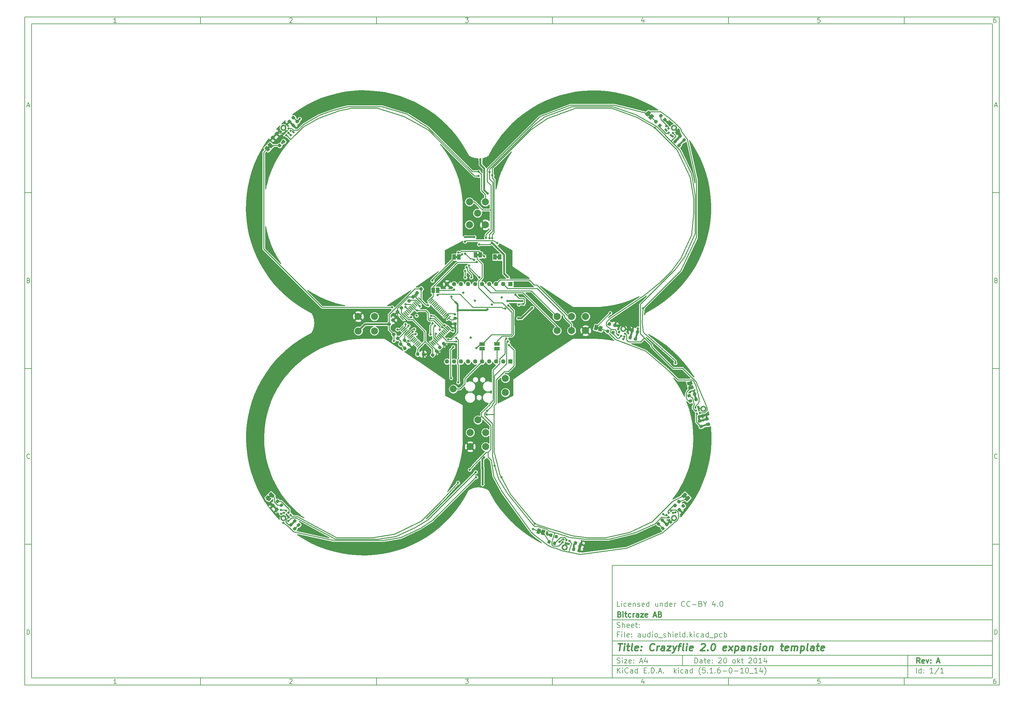
<source format=gbl>
%TF.GenerationSoftware,KiCad,Pcbnew,(5.1.6-0-10_14)*%
%TF.CreationDate,2020-07-21T12:28:25+02:00*%
%TF.ProjectId,audio_shield,61756469-6f5f-4736-9869-656c642e6b69,A*%
%TF.SameCoordinates,Original*%
%TF.FileFunction,Copper,L2,Bot*%
%TF.FilePolarity,Positive*%
%FSLAX46Y46*%
G04 Gerber Fmt 4.6, Leading zero omitted, Abs format (unit mm)*
G04 Created by KiCad (PCBNEW (5.1.6-0-10_14)) date 2020-07-21 12:28:25*
%MOMM*%
%LPD*%
G01*
G04 APERTURE LIST*
%ADD10C,0.150000*%
%ADD11C,0.300000*%
%ADD12C,0.400000*%
%TA.AperFunction,EtchedComponent*%
%ADD13C,0.150000*%
%TD*%
%TA.AperFunction,EtchedComponent*%
%ADD14C,0.001000*%
%TD*%
%TA.AperFunction,ComponentPad*%
%ADD15C,1.250000*%
%TD*%
%TA.AperFunction,ComponentPad*%
%ADD16R,1.250000X1.250000*%
%TD*%
%TA.AperFunction,SMDPad,CuDef*%
%ADD17C,0.150000*%
%TD*%
%TA.AperFunction,Conductor*%
%ADD18C,0.150000*%
%TD*%
%TA.AperFunction,ComponentPad*%
%ADD19C,2.000000*%
%TD*%
%TA.AperFunction,SMDPad,CuDef*%
%ADD20R,1.000000X1.500000*%
%TD*%
%TA.AperFunction,SMDPad,CuDef*%
%ADD21R,1.500000X1.000000*%
%TD*%
%TA.AperFunction,ViaPad*%
%ADD22C,0.635000*%
%TD*%
%TA.AperFunction,Conductor*%
%ADD23C,0.250000*%
%TD*%
%TA.AperFunction,Conductor*%
%ADD24C,0.500000*%
%TD*%
%TA.AperFunction,Conductor*%
%ADD25C,0.254000*%
%TD*%
G04 APERTURE END LIST*
D10*
X177002200Y-166007200D02*
X177002200Y-198007200D01*
X285002200Y-198007200D01*
X285002200Y-166007200D01*
X177002200Y-166007200D01*
X10000000Y-10000000D02*
X10000000Y-200007200D01*
X287002200Y-200007200D01*
X287002200Y-10000000D01*
X10000000Y-10000000D01*
X12000000Y-12000000D02*
X12000000Y-198007200D01*
X285002200Y-198007200D01*
X285002200Y-12000000D01*
X12000000Y-12000000D01*
X60000000Y-12000000D02*
X60000000Y-10000000D01*
X110000000Y-12000000D02*
X110000000Y-10000000D01*
X160000000Y-12000000D02*
X160000000Y-10000000D01*
X210000000Y-12000000D02*
X210000000Y-10000000D01*
X260000000Y-12000000D02*
X260000000Y-10000000D01*
X36065476Y-11588095D02*
X35322619Y-11588095D01*
X35694047Y-11588095D02*
X35694047Y-10288095D01*
X35570238Y-10473809D01*
X35446428Y-10597619D01*
X35322619Y-10659523D01*
X85322619Y-10411904D02*
X85384523Y-10350000D01*
X85508333Y-10288095D01*
X85817857Y-10288095D01*
X85941666Y-10350000D01*
X86003571Y-10411904D01*
X86065476Y-10535714D01*
X86065476Y-10659523D01*
X86003571Y-10845238D01*
X85260714Y-11588095D01*
X86065476Y-11588095D01*
X135260714Y-10288095D02*
X136065476Y-10288095D01*
X135632142Y-10783333D01*
X135817857Y-10783333D01*
X135941666Y-10845238D01*
X136003571Y-10907142D01*
X136065476Y-11030952D01*
X136065476Y-11340476D01*
X136003571Y-11464285D01*
X135941666Y-11526190D01*
X135817857Y-11588095D01*
X135446428Y-11588095D01*
X135322619Y-11526190D01*
X135260714Y-11464285D01*
X185941666Y-10721428D02*
X185941666Y-11588095D01*
X185632142Y-10226190D02*
X185322619Y-11154761D01*
X186127380Y-11154761D01*
X236003571Y-10288095D02*
X235384523Y-10288095D01*
X235322619Y-10907142D01*
X235384523Y-10845238D01*
X235508333Y-10783333D01*
X235817857Y-10783333D01*
X235941666Y-10845238D01*
X236003571Y-10907142D01*
X236065476Y-11030952D01*
X236065476Y-11340476D01*
X236003571Y-11464285D01*
X235941666Y-11526190D01*
X235817857Y-11588095D01*
X235508333Y-11588095D01*
X235384523Y-11526190D01*
X235322619Y-11464285D01*
X285941666Y-10288095D02*
X285694047Y-10288095D01*
X285570238Y-10350000D01*
X285508333Y-10411904D01*
X285384523Y-10597619D01*
X285322619Y-10845238D01*
X285322619Y-11340476D01*
X285384523Y-11464285D01*
X285446428Y-11526190D01*
X285570238Y-11588095D01*
X285817857Y-11588095D01*
X285941666Y-11526190D01*
X286003571Y-11464285D01*
X286065476Y-11340476D01*
X286065476Y-11030952D01*
X286003571Y-10907142D01*
X285941666Y-10845238D01*
X285817857Y-10783333D01*
X285570238Y-10783333D01*
X285446428Y-10845238D01*
X285384523Y-10907142D01*
X285322619Y-11030952D01*
X60000000Y-198007200D02*
X60000000Y-200007200D01*
X110000000Y-198007200D02*
X110000000Y-200007200D01*
X160000000Y-198007200D02*
X160000000Y-200007200D01*
X210000000Y-198007200D02*
X210000000Y-200007200D01*
X260000000Y-198007200D02*
X260000000Y-200007200D01*
X36065476Y-199595295D02*
X35322619Y-199595295D01*
X35694047Y-199595295D02*
X35694047Y-198295295D01*
X35570238Y-198481009D01*
X35446428Y-198604819D01*
X35322619Y-198666723D01*
X85322619Y-198419104D02*
X85384523Y-198357200D01*
X85508333Y-198295295D01*
X85817857Y-198295295D01*
X85941666Y-198357200D01*
X86003571Y-198419104D01*
X86065476Y-198542914D01*
X86065476Y-198666723D01*
X86003571Y-198852438D01*
X85260714Y-199595295D01*
X86065476Y-199595295D01*
X135260714Y-198295295D02*
X136065476Y-198295295D01*
X135632142Y-198790533D01*
X135817857Y-198790533D01*
X135941666Y-198852438D01*
X136003571Y-198914342D01*
X136065476Y-199038152D01*
X136065476Y-199347676D01*
X136003571Y-199471485D01*
X135941666Y-199533390D01*
X135817857Y-199595295D01*
X135446428Y-199595295D01*
X135322619Y-199533390D01*
X135260714Y-199471485D01*
X185941666Y-198728628D02*
X185941666Y-199595295D01*
X185632142Y-198233390D02*
X185322619Y-199161961D01*
X186127380Y-199161961D01*
X236003571Y-198295295D02*
X235384523Y-198295295D01*
X235322619Y-198914342D01*
X235384523Y-198852438D01*
X235508333Y-198790533D01*
X235817857Y-198790533D01*
X235941666Y-198852438D01*
X236003571Y-198914342D01*
X236065476Y-199038152D01*
X236065476Y-199347676D01*
X236003571Y-199471485D01*
X235941666Y-199533390D01*
X235817857Y-199595295D01*
X235508333Y-199595295D01*
X235384523Y-199533390D01*
X235322619Y-199471485D01*
X285941666Y-198295295D02*
X285694047Y-198295295D01*
X285570238Y-198357200D01*
X285508333Y-198419104D01*
X285384523Y-198604819D01*
X285322619Y-198852438D01*
X285322619Y-199347676D01*
X285384523Y-199471485D01*
X285446428Y-199533390D01*
X285570238Y-199595295D01*
X285817857Y-199595295D01*
X285941666Y-199533390D01*
X286003571Y-199471485D01*
X286065476Y-199347676D01*
X286065476Y-199038152D01*
X286003571Y-198914342D01*
X285941666Y-198852438D01*
X285817857Y-198790533D01*
X285570238Y-198790533D01*
X285446428Y-198852438D01*
X285384523Y-198914342D01*
X285322619Y-199038152D01*
X10000000Y-60000000D02*
X12000000Y-60000000D01*
X10000000Y-110000000D02*
X12000000Y-110000000D01*
X10000000Y-160000000D02*
X12000000Y-160000000D01*
X10690476Y-35216666D02*
X11309523Y-35216666D01*
X10566666Y-35588095D02*
X11000000Y-34288095D01*
X11433333Y-35588095D01*
X11092857Y-84907142D02*
X11278571Y-84969047D01*
X11340476Y-85030952D01*
X11402380Y-85154761D01*
X11402380Y-85340476D01*
X11340476Y-85464285D01*
X11278571Y-85526190D01*
X11154761Y-85588095D01*
X10659523Y-85588095D01*
X10659523Y-84288095D01*
X11092857Y-84288095D01*
X11216666Y-84350000D01*
X11278571Y-84411904D01*
X11340476Y-84535714D01*
X11340476Y-84659523D01*
X11278571Y-84783333D01*
X11216666Y-84845238D01*
X11092857Y-84907142D01*
X10659523Y-84907142D01*
X11402380Y-135464285D02*
X11340476Y-135526190D01*
X11154761Y-135588095D01*
X11030952Y-135588095D01*
X10845238Y-135526190D01*
X10721428Y-135402380D01*
X10659523Y-135278571D01*
X10597619Y-135030952D01*
X10597619Y-134845238D01*
X10659523Y-134597619D01*
X10721428Y-134473809D01*
X10845238Y-134350000D01*
X11030952Y-134288095D01*
X11154761Y-134288095D01*
X11340476Y-134350000D01*
X11402380Y-134411904D01*
X10659523Y-185588095D02*
X10659523Y-184288095D01*
X10969047Y-184288095D01*
X11154761Y-184350000D01*
X11278571Y-184473809D01*
X11340476Y-184597619D01*
X11402380Y-184845238D01*
X11402380Y-185030952D01*
X11340476Y-185278571D01*
X11278571Y-185402380D01*
X11154761Y-185526190D01*
X10969047Y-185588095D01*
X10659523Y-185588095D01*
X287002200Y-60000000D02*
X285002200Y-60000000D01*
X287002200Y-110000000D02*
X285002200Y-110000000D01*
X287002200Y-160000000D02*
X285002200Y-160000000D01*
X285692676Y-35216666D02*
X286311723Y-35216666D01*
X285568866Y-35588095D02*
X286002200Y-34288095D01*
X286435533Y-35588095D01*
X286095057Y-84907142D02*
X286280771Y-84969047D01*
X286342676Y-85030952D01*
X286404580Y-85154761D01*
X286404580Y-85340476D01*
X286342676Y-85464285D01*
X286280771Y-85526190D01*
X286156961Y-85588095D01*
X285661723Y-85588095D01*
X285661723Y-84288095D01*
X286095057Y-84288095D01*
X286218866Y-84350000D01*
X286280771Y-84411904D01*
X286342676Y-84535714D01*
X286342676Y-84659523D01*
X286280771Y-84783333D01*
X286218866Y-84845238D01*
X286095057Y-84907142D01*
X285661723Y-84907142D01*
X286404580Y-135464285D02*
X286342676Y-135526190D01*
X286156961Y-135588095D01*
X286033152Y-135588095D01*
X285847438Y-135526190D01*
X285723628Y-135402380D01*
X285661723Y-135278571D01*
X285599819Y-135030952D01*
X285599819Y-134845238D01*
X285661723Y-134597619D01*
X285723628Y-134473809D01*
X285847438Y-134350000D01*
X286033152Y-134288095D01*
X286156961Y-134288095D01*
X286342676Y-134350000D01*
X286404580Y-134411904D01*
X285661723Y-185588095D02*
X285661723Y-184288095D01*
X285971247Y-184288095D01*
X286156961Y-184350000D01*
X286280771Y-184473809D01*
X286342676Y-184597619D01*
X286404580Y-184845238D01*
X286404580Y-185030952D01*
X286342676Y-185278571D01*
X286280771Y-185402380D01*
X286156961Y-185526190D01*
X285971247Y-185588095D01*
X285661723Y-185588095D01*
X200434342Y-193785771D02*
X200434342Y-192285771D01*
X200791485Y-192285771D01*
X201005771Y-192357200D01*
X201148628Y-192500057D01*
X201220057Y-192642914D01*
X201291485Y-192928628D01*
X201291485Y-193142914D01*
X201220057Y-193428628D01*
X201148628Y-193571485D01*
X201005771Y-193714342D01*
X200791485Y-193785771D01*
X200434342Y-193785771D01*
X202577200Y-193785771D02*
X202577200Y-193000057D01*
X202505771Y-192857200D01*
X202362914Y-192785771D01*
X202077200Y-192785771D01*
X201934342Y-192857200D01*
X202577200Y-193714342D02*
X202434342Y-193785771D01*
X202077200Y-193785771D01*
X201934342Y-193714342D01*
X201862914Y-193571485D01*
X201862914Y-193428628D01*
X201934342Y-193285771D01*
X202077200Y-193214342D01*
X202434342Y-193214342D01*
X202577200Y-193142914D01*
X203077200Y-192785771D02*
X203648628Y-192785771D01*
X203291485Y-192285771D02*
X203291485Y-193571485D01*
X203362914Y-193714342D01*
X203505771Y-193785771D01*
X203648628Y-193785771D01*
X204720057Y-193714342D02*
X204577200Y-193785771D01*
X204291485Y-193785771D01*
X204148628Y-193714342D01*
X204077200Y-193571485D01*
X204077200Y-193000057D01*
X204148628Y-192857200D01*
X204291485Y-192785771D01*
X204577200Y-192785771D01*
X204720057Y-192857200D01*
X204791485Y-193000057D01*
X204791485Y-193142914D01*
X204077200Y-193285771D01*
X205434342Y-193642914D02*
X205505771Y-193714342D01*
X205434342Y-193785771D01*
X205362914Y-193714342D01*
X205434342Y-193642914D01*
X205434342Y-193785771D01*
X205434342Y-192857200D02*
X205505771Y-192928628D01*
X205434342Y-193000057D01*
X205362914Y-192928628D01*
X205434342Y-192857200D01*
X205434342Y-193000057D01*
X207220057Y-192428628D02*
X207291485Y-192357200D01*
X207434342Y-192285771D01*
X207791485Y-192285771D01*
X207934342Y-192357200D01*
X208005771Y-192428628D01*
X208077200Y-192571485D01*
X208077200Y-192714342D01*
X208005771Y-192928628D01*
X207148628Y-193785771D01*
X208077200Y-193785771D01*
X209005771Y-192285771D02*
X209148628Y-192285771D01*
X209291485Y-192357200D01*
X209362914Y-192428628D01*
X209434342Y-192571485D01*
X209505771Y-192857200D01*
X209505771Y-193214342D01*
X209434342Y-193500057D01*
X209362914Y-193642914D01*
X209291485Y-193714342D01*
X209148628Y-193785771D01*
X209005771Y-193785771D01*
X208862914Y-193714342D01*
X208791485Y-193642914D01*
X208720057Y-193500057D01*
X208648628Y-193214342D01*
X208648628Y-192857200D01*
X208720057Y-192571485D01*
X208791485Y-192428628D01*
X208862914Y-192357200D01*
X209005771Y-192285771D01*
X211505771Y-193785771D02*
X211362914Y-193714342D01*
X211291485Y-193642914D01*
X211220057Y-193500057D01*
X211220057Y-193071485D01*
X211291485Y-192928628D01*
X211362914Y-192857200D01*
X211505771Y-192785771D01*
X211720057Y-192785771D01*
X211862914Y-192857200D01*
X211934342Y-192928628D01*
X212005771Y-193071485D01*
X212005771Y-193500057D01*
X211934342Y-193642914D01*
X211862914Y-193714342D01*
X211720057Y-193785771D01*
X211505771Y-193785771D01*
X212648628Y-193785771D02*
X212648628Y-192285771D01*
X212791485Y-193214342D02*
X213220057Y-193785771D01*
X213220057Y-192785771D02*
X212648628Y-193357200D01*
X213648628Y-192785771D02*
X214220057Y-192785771D01*
X213862914Y-192285771D02*
X213862914Y-193571485D01*
X213934342Y-193714342D01*
X214077200Y-193785771D01*
X214220057Y-193785771D01*
X215791485Y-192428628D02*
X215862914Y-192357200D01*
X216005771Y-192285771D01*
X216362914Y-192285771D01*
X216505771Y-192357200D01*
X216577200Y-192428628D01*
X216648628Y-192571485D01*
X216648628Y-192714342D01*
X216577200Y-192928628D01*
X215720057Y-193785771D01*
X216648628Y-193785771D01*
X217577200Y-192285771D02*
X217720057Y-192285771D01*
X217862914Y-192357200D01*
X217934342Y-192428628D01*
X218005771Y-192571485D01*
X218077200Y-192857200D01*
X218077200Y-193214342D01*
X218005771Y-193500057D01*
X217934342Y-193642914D01*
X217862914Y-193714342D01*
X217720057Y-193785771D01*
X217577200Y-193785771D01*
X217434342Y-193714342D01*
X217362914Y-193642914D01*
X217291485Y-193500057D01*
X217220057Y-193214342D01*
X217220057Y-192857200D01*
X217291485Y-192571485D01*
X217362914Y-192428628D01*
X217434342Y-192357200D01*
X217577200Y-192285771D01*
X219505771Y-193785771D02*
X218648628Y-193785771D01*
X219077200Y-193785771D02*
X219077200Y-192285771D01*
X218934342Y-192500057D01*
X218791485Y-192642914D01*
X218648628Y-192714342D01*
X220791485Y-192785771D02*
X220791485Y-193785771D01*
X220434342Y-192214342D02*
X220077200Y-193285771D01*
X221005771Y-193285771D01*
X177002200Y-194507200D02*
X285002200Y-194507200D01*
X178434342Y-196585771D02*
X178434342Y-195085771D01*
X179291485Y-196585771D02*
X178648628Y-195728628D01*
X179291485Y-195085771D02*
X178434342Y-195942914D01*
X179934342Y-196585771D02*
X179934342Y-195585771D01*
X179934342Y-195085771D02*
X179862914Y-195157200D01*
X179934342Y-195228628D01*
X180005771Y-195157200D01*
X179934342Y-195085771D01*
X179934342Y-195228628D01*
X181505771Y-196442914D02*
X181434342Y-196514342D01*
X181220057Y-196585771D01*
X181077200Y-196585771D01*
X180862914Y-196514342D01*
X180720057Y-196371485D01*
X180648628Y-196228628D01*
X180577200Y-195942914D01*
X180577200Y-195728628D01*
X180648628Y-195442914D01*
X180720057Y-195300057D01*
X180862914Y-195157200D01*
X181077200Y-195085771D01*
X181220057Y-195085771D01*
X181434342Y-195157200D01*
X181505771Y-195228628D01*
X182791485Y-196585771D02*
X182791485Y-195800057D01*
X182720057Y-195657200D01*
X182577200Y-195585771D01*
X182291485Y-195585771D01*
X182148628Y-195657200D01*
X182791485Y-196514342D02*
X182648628Y-196585771D01*
X182291485Y-196585771D01*
X182148628Y-196514342D01*
X182077200Y-196371485D01*
X182077200Y-196228628D01*
X182148628Y-196085771D01*
X182291485Y-196014342D01*
X182648628Y-196014342D01*
X182791485Y-195942914D01*
X184148628Y-196585771D02*
X184148628Y-195085771D01*
X184148628Y-196514342D02*
X184005771Y-196585771D01*
X183720057Y-196585771D01*
X183577200Y-196514342D01*
X183505771Y-196442914D01*
X183434342Y-196300057D01*
X183434342Y-195871485D01*
X183505771Y-195728628D01*
X183577200Y-195657200D01*
X183720057Y-195585771D01*
X184005771Y-195585771D01*
X184148628Y-195657200D01*
X186005771Y-195800057D02*
X186505771Y-195800057D01*
X186720057Y-196585771D02*
X186005771Y-196585771D01*
X186005771Y-195085771D01*
X186720057Y-195085771D01*
X187362914Y-196442914D02*
X187434342Y-196514342D01*
X187362914Y-196585771D01*
X187291485Y-196514342D01*
X187362914Y-196442914D01*
X187362914Y-196585771D01*
X188077200Y-196585771D02*
X188077200Y-195085771D01*
X188434342Y-195085771D01*
X188648628Y-195157200D01*
X188791485Y-195300057D01*
X188862914Y-195442914D01*
X188934342Y-195728628D01*
X188934342Y-195942914D01*
X188862914Y-196228628D01*
X188791485Y-196371485D01*
X188648628Y-196514342D01*
X188434342Y-196585771D01*
X188077200Y-196585771D01*
X189577200Y-196442914D02*
X189648628Y-196514342D01*
X189577200Y-196585771D01*
X189505771Y-196514342D01*
X189577200Y-196442914D01*
X189577200Y-196585771D01*
X190220057Y-196157200D02*
X190934342Y-196157200D01*
X190077200Y-196585771D02*
X190577200Y-195085771D01*
X191077200Y-196585771D01*
X191577200Y-196442914D02*
X191648628Y-196514342D01*
X191577200Y-196585771D01*
X191505771Y-196514342D01*
X191577200Y-196442914D01*
X191577200Y-196585771D01*
X194577200Y-196585771D02*
X194577200Y-195085771D01*
X194720057Y-196014342D02*
X195148628Y-196585771D01*
X195148628Y-195585771D02*
X194577200Y-196157200D01*
X195791485Y-196585771D02*
X195791485Y-195585771D01*
X195791485Y-195085771D02*
X195720057Y-195157200D01*
X195791485Y-195228628D01*
X195862914Y-195157200D01*
X195791485Y-195085771D01*
X195791485Y-195228628D01*
X197148628Y-196514342D02*
X197005771Y-196585771D01*
X196720057Y-196585771D01*
X196577200Y-196514342D01*
X196505771Y-196442914D01*
X196434342Y-196300057D01*
X196434342Y-195871485D01*
X196505771Y-195728628D01*
X196577200Y-195657200D01*
X196720057Y-195585771D01*
X197005771Y-195585771D01*
X197148628Y-195657200D01*
X198434342Y-196585771D02*
X198434342Y-195800057D01*
X198362914Y-195657200D01*
X198220057Y-195585771D01*
X197934342Y-195585771D01*
X197791485Y-195657200D01*
X198434342Y-196514342D02*
X198291485Y-196585771D01*
X197934342Y-196585771D01*
X197791485Y-196514342D01*
X197720057Y-196371485D01*
X197720057Y-196228628D01*
X197791485Y-196085771D01*
X197934342Y-196014342D01*
X198291485Y-196014342D01*
X198434342Y-195942914D01*
X199791485Y-196585771D02*
X199791485Y-195085771D01*
X199791485Y-196514342D02*
X199648628Y-196585771D01*
X199362914Y-196585771D01*
X199220057Y-196514342D01*
X199148628Y-196442914D01*
X199077200Y-196300057D01*
X199077200Y-195871485D01*
X199148628Y-195728628D01*
X199220057Y-195657200D01*
X199362914Y-195585771D01*
X199648628Y-195585771D01*
X199791485Y-195657200D01*
X202077200Y-197157200D02*
X202005771Y-197085771D01*
X201862914Y-196871485D01*
X201791485Y-196728628D01*
X201720057Y-196514342D01*
X201648628Y-196157200D01*
X201648628Y-195871485D01*
X201720057Y-195514342D01*
X201791485Y-195300057D01*
X201862914Y-195157200D01*
X202005771Y-194942914D01*
X202077200Y-194871485D01*
X203362914Y-195085771D02*
X202648628Y-195085771D01*
X202577200Y-195800057D01*
X202648628Y-195728628D01*
X202791485Y-195657200D01*
X203148628Y-195657200D01*
X203291485Y-195728628D01*
X203362914Y-195800057D01*
X203434342Y-195942914D01*
X203434342Y-196300057D01*
X203362914Y-196442914D01*
X203291485Y-196514342D01*
X203148628Y-196585771D01*
X202791485Y-196585771D01*
X202648628Y-196514342D01*
X202577200Y-196442914D01*
X204077200Y-196442914D02*
X204148628Y-196514342D01*
X204077200Y-196585771D01*
X204005771Y-196514342D01*
X204077200Y-196442914D01*
X204077200Y-196585771D01*
X205577200Y-196585771D02*
X204720057Y-196585771D01*
X205148628Y-196585771D02*
X205148628Y-195085771D01*
X205005771Y-195300057D01*
X204862914Y-195442914D01*
X204720057Y-195514342D01*
X206220057Y-196442914D02*
X206291485Y-196514342D01*
X206220057Y-196585771D01*
X206148628Y-196514342D01*
X206220057Y-196442914D01*
X206220057Y-196585771D01*
X207577200Y-195085771D02*
X207291485Y-195085771D01*
X207148628Y-195157200D01*
X207077200Y-195228628D01*
X206934342Y-195442914D01*
X206862914Y-195728628D01*
X206862914Y-196300057D01*
X206934342Y-196442914D01*
X207005771Y-196514342D01*
X207148628Y-196585771D01*
X207434342Y-196585771D01*
X207577200Y-196514342D01*
X207648628Y-196442914D01*
X207720057Y-196300057D01*
X207720057Y-195942914D01*
X207648628Y-195800057D01*
X207577200Y-195728628D01*
X207434342Y-195657200D01*
X207148628Y-195657200D01*
X207005771Y-195728628D01*
X206934342Y-195800057D01*
X206862914Y-195942914D01*
X208362914Y-196014342D02*
X209505771Y-196014342D01*
X210505771Y-195085771D02*
X210648628Y-195085771D01*
X210791485Y-195157200D01*
X210862914Y-195228628D01*
X210934342Y-195371485D01*
X211005771Y-195657200D01*
X211005771Y-196014342D01*
X210934342Y-196300057D01*
X210862914Y-196442914D01*
X210791485Y-196514342D01*
X210648628Y-196585771D01*
X210505771Y-196585771D01*
X210362914Y-196514342D01*
X210291485Y-196442914D01*
X210220057Y-196300057D01*
X210148628Y-196014342D01*
X210148628Y-195657200D01*
X210220057Y-195371485D01*
X210291485Y-195228628D01*
X210362914Y-195157200D01*
X210505771Y-195085771D01*
X211648628Y-196014342D02*
X212791485Y-196014342D01*
X214291485Y-196585771D02*
X213434342Y-196585771D01*
X213862914Y-196585771D02*
X213862914Y-195085771D01*
X213720057Y-195300057D01*
X213577200Y-195442914D01*
X213434342Y-195514342D01*
X215220057Y-195085771D02*
X215362914Y-195085771D01*
X215505771Y-195157200D01*
X215577200Y-195228628D01*
X215648628Y-195371485D01*
X215720057Y-195657200D01*
X215720057Y-196014342D01*
X215648628Y-196300057D01*
X215577200Y-196442914D01*
X215505771Y-196514342D01*
X215362914Y-196585771D01*
X215220057Y-196585771D01*
X215077200Y-196514342D01*
X215005771Y-196442914D01*
X214934342Y-196300057D01*
X214862914Y-196014342D01*
X214862914Y-195657200D01*
X214934342Y-195371485D01*
X215005771Y-195228628D01*
X215077200Y-195157200D01*
X215220057Y-195085771D01*
X216005771Y-196728628D02*
X217148628Y-196728628D01*
X218291485Y-196585771D02*
X217434342Y-196585771D01*
X217862914Y-196585771D02*
X217862914Y-195085771D01*
X217720057Y-195300057D01*
X217577200Y-195442914D01*
X217434342Y-195514342D01*
X219577200Y-195585771D02*
X219577200Y-196585771D01*
X219220057Y-195014342D02*
X218862914Y-196085771D01*
X219791485Y-196085771D01*
X220220057Y-197157200D02*
X220291485Y-197085771D01*
X220434342Y-196871485D01*
X220505771Y-196728628D01*
X220577200Y-196514342D01*
X220648628Y-196157200D01*
X220648628Y-195871485D01*
X220577200Y-195514342D01*
X220505771Y-195300057D01*
X220434342Y-195157200D01*
X220291485Y-194942914D01*
X220220057Y-194871485D01*
X177002200Y-191507200D02*
X285002200Y-191507200D01*
D11*
X264411485Y-193785771D02*
X263911485Y-193071485D01*
X263554342Y-193785771D02*
X263554342Y-192285771D01*
X264125771Y-192285771D01*
X264268628Y-192357200D01*
X264340057Y-192428628D01*
X264411485Y-192571485D01*
X264411485Y-192785771D01*
X264340057Y-192928628D01*
X264268628Y-193000057D01*
X264125771Y-193071485D01*
X263554342Y-193071485D01*
X265625771Y-193714342D02*
X265482914Y-193785771D01*
X265197200Y-193785771D01*
X265054342Y-193714342D01*
X264982914Y-193571485D01*
X264982914Y-193000057D01*
X265054342Y-192857200D01*
X265197200Y-192785771D01*
X265482914Y-192785771D01*
X265625771Y-192857200D01*
X265697200Y-193000057D01*
X265697200Y-193142914D01*
X264982914Y-193285771D01*
X266197200Y-192785771D02*
X266554342Y-193785771D01*
X266911485Y-192785771D01*
X267482914Y-193642914D02*
X267554342Y-193714342D01*
X267482914Y-193785771D01*
X267411485Y-193714342D01*
X267482914Y-193642914D01*
X267482914Y-193785771D01*
X267482914Y-192857200D02*
X267554342Y-192928628D01*
X267482914Y-193000057D01*
X267411485Y-192928628D01*
X267482914Y-192857200D01*
X267482914Y-193000057D01*
X269268628Y-193357200D02*
X269982914Y-193357200D01*
X269125771Y-193785771D02*
X269625771Y-192285771D01*
X270125771Y-193785771D01*
D10*
X178362914Y-193714342D02*
X178577200Y-193785771D01*
X178934342Y-193785771D01*
X179077200Y-193714342D01*
X179148628Y-193642914D01*
X179220057Y-193500057D01*
X179220057Y-193357200D01*
X179148628Y-193214342D01*
X179077200Y-193142914D01*
X178934342Y-193071485D01*
X178648628Y-193000057D01*
X178505771Y-192928628D01*
X178434342Y-192857200D01*
X178362914Y-192714342D01*
X178362914Y-192571485D01*
X178434342Y-192428628D01*
X178505771Y-192357200D01*
X178648628Y-192285771D01*
X179005771Y-192285771D01*
X179220057Y-192357200D01*
X179862914Y-193785771D02*
X179862914Y-192785771D01*
X179862914Y-192285771D02*
X179791485Y-192357200D01*
X179862914Y-192428628D01*
X179934342Y-192357200D01*
X179862914Y-192285771D01*
X179862914Y-192428628D01*
X180434342Y-192785771D02*
X181220057Y-192785771D01*
X180434342Y-193785771D01*
X181220057Y-193785771D01*
X182362914Y-193714342D02*
X182220057Y-193785771D01*
X181934342Y-193785771D01*
X181791485Y-193714342D01*
X181720057Y-193571485D01*
X181720057Y-193000057D01*
X181791485Y-192857200D01*
X181934342Y-192785771D01*
X182220057Y-192785771D01*
X182362914Y-192857200D01*
X182434342Y-193000057D01*
X182434342Y-193142914D01*
X181720057Y-193285771D01*
X183077200Y-193642914D02*
X183148628Y-193714342D01*
X183077200Y-193785771D01*
X183005771Y-193714342D01*
X183077200Y-193642914D01*
X183077200Y-193785771D01*
X183077200Y-192857200D02*
X183148628Y-192928628D01*
X183077200Y-193000057D01*
X183005771Y-192928628D01*
X183077200Y-192857200D01*
X183077200Y-193000057D01*
X184862914Y-193357200D02*
X185577200Y-193357200D01*
X184720057Y-193785771D02*
X185220057Y-192285771D01*
X185720057Y-193785771D01*
X186862914Y-192785771D02*
X186862914Y-193785771D01*
X186505771Y-192214342D02*
X186148628Y-193285771D01*
X187077200Y-193285771D01*
X263434342Y-196585771D02*
X263434342Y-195085771D01*
X264791485Y-196585771D02*
X264791485Y-195085771D01*
X264791485Y-196514342D02*
X264648628Y-196585771D01*
X264362914Y-196585771D01*
X264220057Y-196514342D01*
X264148628Y-196442914D01*
X264077200Y-196300057D01*
X264077200Y-195871485D01*
X264148628Y-195728628D01*
X264220057Y-195657200D01*
X264362914Y-195585771D01*
X264648628Y-195585771D01*
X264791485Y-195657200D01*
X265505771Y-196442914D02*
X265577200Y-196514342D01*
X265505771Y-196585771D01*
X265434342Y-196514342D01*
X265505771Y-196442914D01*
X265505771Y-196585771D01*
X265505771Y-195657200D02*
X265577200Y-195728628D01*
X265505771Y-195800057D01*
X265434342Y-195728628D01*
X265505771Y-195657200D01*
X265505771Y-195800057D01*
X268148628Y-196585771D02*
X267291485Y-196585771D01*
X267720057Y-196585771D02*
X267720057Y-195085771D01*
X267577200Y-195300057D01*
X267434342Y-195442914D01*
X267291485Y-195514342D01*
X269862914Y-195014342D02*
X268577200Y-196942914D01*
X271148628Y-196585771D02*
X270291485Y-196585771D01*
X270720057Y-196585771D02*
X270720057Y-195085771D01*
X270577200Y-195300057D01*
X270434342Y-195442914D01*
X270291485Y-195514342D01*
X177002200Y-187507200D02*
X285002200Y-187507200D01*
D12*
X178714580Y-188211961D02*
X179857438Y-188211961D01*
X179036009Y-190211961D02*
X179286009Y-188211961D01*
X180274104Y-190211961D02*
X180440771Y-188878628D01*
X180524104Y-188211961D02*
X180416961Y-188307200D01*
X180500295Y-188402438D01*
X180607438Y-188307200D01*
X180524104Y-188211961D01*
X180500295Y-188402438D01*
X181107438Y-188878628D02*
X181869342Y-188878628D01*
X181476485Y-188211961D02*
X181262200Y-189926247D01*
X181333628Y-190116723D01*
X181512200Y-190211961D01*
X181702676Y-190211961D01*
X182655057Y-190211961D02*
X182476485Y-190116723D01*
X182405057Y-189926247D01*
X182619342Y-188211961D01*
X184190771Y-190116723D02*
X183988390Y-190211961D01*
X183607438Y-190211961D01*
X183428866Y-190116723D01*
X183357438Y-189926247D01*
X183452676Y-189164342D01*
X183571723Y-188973866D01*
X183774104Y-188878628D01*
X184155057Y-188878628D01*
X184333628Y-188973866D01*
X184405057Y-189164342D01*
X184381247Y-189354819D01*
X183405057Y-189545295D01*
X185155057Y-190021485D02*
X185238390Y-190116723D01*
X185131247Y-190211961D01*
X185047914Y-190116723D01*
X185155057Y-190021485D01*
X185131247Y-190211961D01*
X185286009Y-188973866D02*
X185369342Y-189069104D01*
X185262200Y-189164342D01*
X185178866Y-189069104D01*
X185286009Y-188973866D01*
X185262200Y-189164342D01*
X188774104Y-190021485D02*
X188666961Y-190116723D01*
X188369342Y-190211961D01*
X188178866Y-190211961D01*
X187905057Y-190116723D01*
X187738390Y-189926247D01*
X187666961Y-189735771D01*
X187619342Y-189354819D01*
X187655057Y-189069104D01*
X187797914Y-188688152D01*
X187916961Y-188497676D01*
X188131247Y-188307200D01*
X188428866Y-188211961D01*
X188619342Y-188211961D01*
X188893152Y-188307200D01*
X188976485Y-188402438D01*
X189607438Y-190211961D02*
X189774104Y-188878628D01*
X189726485Y-189259580D02*
X189845533Y-189069104D01*
X189952676Y-188973866D01*
X190155057Y-188878628D01*
X190345533Y-188878628D01*
X191702676Y-190211961D02*
X191833628Y-189164342D01*
X191762200Y-188973866D01*
X191583628Y-188878628D01*
X191202676Y-188878628D01*
X191000295Y-188973866D01*
X191714580Y-190116723D02*
X191512200Y-190211961D01*
X191036009Y-190211961D01*
X190857438Y-190116723D01*
X190786009Y-189926247D01*
X190809819Y-189735771D01*
X190928866Y-189545295D01*
X191131247Y-189450057D01*
X191607438Y-189450057D01*
X191809819Y-189354819D01*
X192631247Y-188878628D02*
X193678866Y-188878628D01*
X192464580Y-190211961D01*
X193512200Y-190211961D01*
X194250295Y-188878628D02*
X194559819Y-190211961D01*
X195202676Y-188878628D02*
X194559819Y-190211961D01*
X194309819Y-190688152D01*
X194202676Y-190783390D01*
X194000295Y-190878628D01*
X195678866Y-188878628D02*
X196440771Y-188878628D01*
X195797914Y-190211961D02*
X196012200Y-188497676D01*
X196131247Y-188307200D01*
X196333628Y-188211961D01*
X196524104Y-188211961D01*
X197226485Y-190211961D02*
X197047914Y-190116723D01*
X196976485Y-189926247D01*
X197190771Y-188211961D01*
X197988390Y-190211961D02*
X198155057Y-188878628D01*
X198238390Y-188211961D02*
X198131247Y-188307200D01*
X198214580Y-188402438D01*
X198321723Y-188307200D01*
X198238390Y-188211961D01*
X198214580Y-188402438D01*
X199714580Y-190116723D02*
X199512200Y-190211961D01*
X199131247Y-190211961D01*
X198952676Y-190116723D01*
X198881247Y-189926247D01*
X198976485Y-189164342D01*
X199095533Y-188973866D01*
X199297914Y-188878628D01*
X199678866Y-188878628D01*
X199857438Y-188973866D01*
X199928866Y-189164342D01*
X199905057Y-189354819D01*
X198928866Y-189545295D01*
X202309819Y-188402438D02*
X202416961Y-188307200D01*
X202619342Y-188211961D01*
X203095533Y-188211961D01*
X203274104Y-188307200D01*
X203357438Y-188402438D01*
X203428866Y-188592914D01*
X203405057Y-188783390D01*
X203274104Y-189069104D01*
X201988390Y-190211961D01*
X203226485Y-190211961D01*
X204107438Y-190021485D02*
X204190771Y-190116723D01*
X204083628Y-190211961D01*
X204000295Y-190116723D01*
X204107438Y-190021485D01*
X204083628Y-190211961D01*
X205666961Y-188211961D02*
X205857438Y-188211961D01*
X206036009Y-188307200D01*
X206119342Y-188402438D01*
X206190771Y-188592914D01*
X206238390Y-188973866D01*
X206178866Y-189450057D01*
X206036009Y-189831009D01*
X205916961Y-190021485D01*
X205809819Y-190116723D01*
X205607438Y-190211961D01*
X205416961Y-190211961D01*
X205238390Y-190116723D01*
X205155057Y-190021485D01*
X205083628Y-189831009D01*
X205036009Y-189450057D01*
X205095533Y-188973866D01*
X205238390Y-188592914D01*
X205357438Y-188402438D01*
X205464580Y-188307200D01*
X205666961Y-188211961D01*
X209238390Y-190116723D02*
X209036009Y-190211961D01*
X208655057Y-190211961D01*
X208476485Y-190116723D01*
X208405057Y-189926247D01*
X208500295Y-189164342D01*
X208619342Y-188973866D01*
X208821723Y-188878628D01*
X209202676Y-188878628D01*
X209381247Y-188973866D01*
X209452676Y-189164342D01*
X209428866Y-189354819D01*
X208452676Y-189545295D01*
X209988390Y-190211961D02*
X211202676Y-188878628D01*
X210155057Y-188878628D02*
X211036009Y-190211961D01*
X211964580Y-188878628D02*
X211714580Y-190878628D01*
X211952676Y-188973866D02*
X212155057Y-188878628D01*
X212536009Y-188878628D01*
X212714580Y-188973866D01*
X212797914Y-189069104D01*
X212869342Y-189259580D01*
X212797914Y-189831009D01*
X212678866Y-190021485D01*
X212571723Y-190116723D01*
X212369342Y-190211961D01*
X211988390Y-190211961D01*
X211809819Y-190116723D01*
X214464580Y-190211961D02*
X214595533Y-189164342D01*
X214524104Y-188973866D01*
X214345533Y-188878628D01*
X213964580Y-188878628D01*
X213762200Y-188973866D01*
X214476485Y-190116723D02*
X214274104Y-190211961D01*
X213797914Y-190211961D01*
X213619342Y-190116723D01*
X213547914Y-189926247D01*
X213571723Y-189735771D01*
X213690771Y-189545295D01*
X213893152Y-189450057D01*
X214369342Y-189450057D01*
X214571723Y-189354819D01*
X215583628Y-188878628D02*
X215416961Y-190211961D01*
X215559819Y-189069104D02*
X215666961Y-188973866D01*
X215869342Y-188878628D01*
X216155057Y-188878628D01*
X216333628Y-188973866D01*
X216405057Y-189164342D01*
X216274104Y-190211961D01*
X217143152Y-190116723D02*
X217321723Y-190211961D01*
X217702676Y-190211961D01*
X217905057Y-190116723D01*
X218024104Y-189926247D01*
X218036009Y-189831009D01*
X217964580Y-189640533D01*
X217786009Y-189545295D01*
X217500295Y-189545295D01*
X217321723Y-189450057D01*
X217250295Y-189259580D01*
X217262199Y-189164342D01*
X217381247Y-188973866D01*
X217583628Y-188878628D01*
X217869342Y-188878628D01*
X218047914Y-188973866D01*
X218845533Y-190211961D02*
X219012199Y-188878628D01*
X219095533Y-188211961D02*
X218988390Y-188307200D01*
X219071723Y-188402438D01*
X219178866Y-188307200D01*
X219095533Y-188211961D01*
X219071723Y-188402438D01*
X220083628Y-190211961D02*
X219905057Y-190116723D01*
X219821723Y-190021485D01*
X219750295Y-189831009D01*
X219821723Y-189259580D01*
X219940771Y-189069104D01*
X220047914Y-188973866D01*
X220250295Y-188878628D01*
X220536009Y-188878628D01*
X220714580Y-188973866D01*
X220797914Y-189069104D01*
X220869342Y-189259580D01*
X220797914Y-189831009D01*
X220678866Y-190021485D01*
X220571723Y-190116723D01*
X220369342Y-190211961D01*
X220083628Y-190211961D01*
X221774104Y-188878628D02*
X221607438Y-190211961D01*
X221750295Y-189069104D02*
X221857438Y-188973866D01*
X222059819Y-188878628D01*
X222345533Y-188878628D01*
X222524104Y-188973866D01*
X222595533Y-189164342D01*
X222464580Y-190211961D01*
X224821723Y-188878628D02*
X225583628Y-188878628D01*
X225190771Y-188211961D02*
X224976485Y-189926247D01*
X225047914Y-190116723D01*
X225226485Y-190211961D01*
X225416961Y-190211961D01*
X226857438Y-190116723D02*
X226655057Y-190211961D01*
X226274104Y-190211961D01*
X226095533Y-190116723D01*
X226024104Y-189926247D01*
X226119342Y-189164342D01*
X226238390Y-188973866D01*
X226440771Y-188878628D01*
X226821723Y-188878628D01*
X227000295Y-188973866D01*
X227071723Y-189164342D01*
X227047914Y-189354819D01*
X226071723Y-189545295D01*
X227797914Y-190211961D02*
X227964580Y-188878628D01*
X227940771Y-189069104D02*
X228047914Y-188973866D01*
X228250295Y-188878628D01*
X228536009Y-188878628D01*
X228714580Y-188973866D01*
X228786009Y-189164342D01*
X228655057Y-190211961D01*
X228786009Y-189164342D02*
X228905057Y-188973866D01*
X229107438Y-188878628D01*
X229393152Y-188878628D01*
X229571723Y-188973866D01*
X229643152Y-189164342D01*
X229512199Y-190211961D01*
X230631247Y-188878628D02*
X230381247Y-190878628D01*
X230619342Y-188973866D02*
X230821723Y-188878628D01*
X231202676Y-188878628D01*
X231381247Y-188973866D01*
X231464580Y-189069104D01*
X231536009Y-189259580D01*
X231464580Y-189831009D01*
X231345533Y-190021485D01*
X231238390Y-190116723D01*
X231036009Y-190211961D01*
X230655057Y-190211961D01*
X230476485Y-190116723D01*
X232559819Y-190211961D02*
X232381247Y-190116723D01*
X232309819Y-189926247D01*
X232524104Y-188211961D01*
X234178866Y-190211961D02*
X234309819Y-189164342D01*
X234238390Y-188973866D01*
X234059819Y-188878628D01*
X233678866Y-188878628D01*
X233476485Y-188973866D01*
X234190771Y-190116723D02*
X233988390Y-190211961D01*
X233512199Y-190211961D01*
X233333628Y-190116723D01*
X233262199Y-189926247D01*
X233286009Y-189735771D01*
X233405057Y-189545295D01*
X233607438Y-189450057D01*
X234083628Y-189450057D01*
X234286009Y-189354819D01*
X235012199Y-188878628D02*
X235774104Y-188878628D01*
X235381247Y-188211961D02*
X235166961Y-189926247D01*
X235238390Y-190116723D01*
X235416961Y-190211961D01*
X235607438Y-190211961D01*
X237047914Y-190116723D02*
X236845533Y-190211961D01*
X236464580Y-190211961D01*
X236286009Y-190116723D01*
X236214580Y-189926247D01*
X236309819Y-189164342D01*
X236428866Y-188973866D01*
X236631247Y-188878628D01*
X237012199Y-188878628D01*
X237190771Y-188973866D01*
X237262199Y-189164342D01*
X237238390Y-189354819D01*
X236262199Y-189545295D01*
D10*
X178934342Y-185600057D02*
X178434342Y-185600057D01*
X178434342Y-186385771D02*
X178434342Y-184885771D01*
X179148628Y-184885771D01*
X179720057Y-186385771D02*
X179720057Y-185385771D01*
X179720057Y-184885771D02*
X179648628Y-184957200D01*
X179720057Y-185028628D01*
X179791485Y-184957200D01*
X179720057Y-184885771D01*
X179720057Y-185028628D01*
X180648628Y-186385771D02*
X180505771Y-186314342D01*
X180434342Y-186171485D01*
X180434342Y-184885771D01*
X181791485Y-186314342D02*
X181648628Y-186385771D01*
X181362914Y-186385771D01*
X181220057Y-186314342D01*
X181148628Y-186171485D01*
X181148628Y-185600057D01*
X181220057Y-185457200D01*
X181362914Y-185385771D01*
X181648628Y-185385771D01*
X181791485Y-185457200D01*
X181862914Y-185600057D01*
X181862914Y-185742914D01*
X181148628Y-185885771D01*
X182505771Y-186242914D02*
X182577200Y-186314342D01*
X182505771Y-186385771D01*
X182434342Y-186314342D01*
X182505771Y-186242914D01*
X182505771Y-186385771D01*
X182505771Y-185457200D02*
X182577200Y-185528628D01*
X182505771Y-185600057D01*
X182434342Y-185528628D01*
X182505771Y-185457200D01*
X182505771Y-185600057D01*
X185005771Y-186385771D02*
X185005771Y-185600057D01*
X184934342Y-185457200D01*
X184791485Y-185385771D01*
X184505771Y-185385771D01*
X184362914Y-185457200D01*
X185005771Y-186314342D02*
X184862914Y-186385771D01*
X184505771Y-186385771D01*
X184362914Y-186314342D01*
X184291485Y-186171485D01*
X184291485Y-186028628D01*
X184362914Y-185885771D01*
X184505771Y-185814342D01*
X184862914Y-185814342D01*
X185005771Y-185742914D01*
X186362914Y-185385771D02*
X186362914Y-186385771D01*
X185720057Y-185385771D02*
X185720057Y-186171485D01*
X185791485Y-186314342D01*
X185934342Y-186385771D01*
X186148628Y-186385771D01*
X186291485Y-186314342D01*
X186362914Y-186242914D01*
X187720057Y-186385771D02*
X187720057Y-184885771D01*
X187720057Y-186314342D02*
X187577200Y-186385771D01*
X187291485Y-186385771D01*
X187148628Y-186314342D01*
X187077200Y-186242914D01*
X187005771Y-186100057D01*
X187005771Y-185671485D01*
X187077200Y-185528628D01*
X187148628Y-185457200D01*
X187291485Y-185385771D01*
X187577200Y-185385771D01*
X187720057Y-185457200D01*
X188434342Y-186385771D02*
X188434342Y-185385771D01*
X188434342Y-184885771D02*
X188362914Y-184957200D01*
X188434342Y-185028628D01*
X188505771Y-184957200D01*
X188434342Y-184885771D01*
X188434342Y-185028628D01*
X189362914Y-186385771D02*
X189220057Y-186314342D01*
X189148628Y-186242914D01*
X189077200Y-186100057D01*
X189077200Y-185671485D01*
X189148628Y-185528628D01*
X189220057Y-185457200D01*
X189362914Y-185385771D01*
X189577200Y-185385771D01*
X189720057Y-185457200D01*
X189791485Y-185528628D01*
X189862914Y-185671485D01*
X189862914Y-186100057D01*
X189791485Y-186242914D01*
X189720057Y-186314342D01*
X189577200Y-186385771D01*
X189362914Y-186385771D01*
X190148628Y-186528628D02*
X191291485Y-186528628D01*
X191577200Y-186314342D02*
X191720057Y-186385771D01*
X192005771Y-186385771D01*
X192148628Y-186314342D01*
X192220057Y-186171485D01*
X192220057Y-186100057D01*
X192148628Y-185957200D01*
X192005771Y-185885771D01*
X191791485Y-185885771D01*
X191648628Y-185814342D01*
X191577200Y-185671485D01*
X191577200Y-185600057D01*
X191648628Y-185457200D01*
X191791485Y-185385771D01*
X192005771Y-185385771D01*
X192148628Y-185457200D01*
X192862914Y-186385771D02*
X192862914Y-184885771D01*
X193505771Y-186385771D02*
X193505771Y-185600057D01*
X193434342Y-185457200D01*
X193291485Y-185385771D01*
X193077200Y-185385771D01*
X192934342Y-185457200D01*
X192862914Y-185528628D01*
X194220057Y-186385771D02*
X194220057Y-185385771D01*
X194220057Y-184885771D02*
X194148628Y-184957200D01*
X194220057Y-185028628D01*
X194291485Y-184957200D01*
X194220057Y-184885771D01*
X194220057Y-185028628D01*
X195505771Y-186314342D02*
X195362914Y-186385771D01*
X195077200Y-186385771D01*
X194934342Y-186314342D01*
X194862914Y-186171485D01*
X194862914Y-185600057D01*
X194934342Y-185457200D01*
X195077200Y-185385771D01*
X195362914Y-185385771D01*
X195505771Y-185457200D01*
X195577200Y-185600057D01*
X195577200Y-185742914D01*
X194862914Y-185885771D01*
X196434342Y-186385771D02*
X196291485Y-186314342D01*
X196220057Y-186171485D01*
X196220057Y-184885771D01*
X197648628Y-186385771D02*
X197648628Y-184885771D01*
X197648628Y-186314342D02*
X197505771Y-186385771D01*
X197220057Y-186385771D01*
X197077200Y-186314342D01*
X197005771Y-186242914D01*
X196934342Y-186100057D01*
X196934342Y-185671485D01*
X197005771Y-185528628D01*
X197077200Y-185457200D01*
X197220057Y-185385771D01*
X197505771Y-185385771D01*
X197648628Y-185457200D01*
X198362914Y-186242914D02*
X198434342Y-186314342D01*
X198362914Y-186385771D01*
X198291485Y-186314342D01*
X198362914Y-186242914D01*
X198362914Y-186385771D01*
X199077200Y-186385771D02*
X199077200Y-184885771D01*
X199220057Y-185814342D02*
X199648628Y-186385771D01*
X199648628Y-185385771D02*
X199077200Y-185957200D01*
X200291485Y-186385771D02*
X200291485Y-185385771D01*
X200291485Y-184885771D02*
X200220057Y-184957200D01*
X200291485Y-185028628D01*
X200362914Y-184957200D01*
X200291485Y-184885771D01*
X200291485Y-185028628D01*
X201648628Y-186314342D02*
X201505771Y-186385771D01*
X201220057Y-186385771D01*
X201077200Y-186314342D01*
X201005771Y-186242914D01*
X200934342Y-186100057D01*
X200934342Y-185671485D01*
X201005771Y-185528628D01*
X201077200Y-185457200D01*
X201220057Y-185385771D01*
X201505771Y-185385771D01*
X201648628Y-185457200D01*
X202934342Y-186385771D02*
X202934342Y-185600057D01*
X202862914Y-185457200D01*
X202720057Y-185385771D01*
X202434342Y-185385771D01*
X202291485Y-185457200D01*
X202934342Y-186314342D02*
X202791485Y-186385771D01*
X202434342Y-186385771D01*
X202291485Y-186314342D01*
X202220057Y-186171485D01*
X202220057Y-186028628D01*
X202291485Y-185885771D01*
X202434342Y-185814342D01*
X202791485Y-185814342D01*
X202934342Y-185742914D01*
X204291485Y-186385771D02*
X204291485Y-184885771D01*
X204291485Y-186314342D02*
X204148628Y-186385771D01*
X203862914Y-186385771D01*
X203720057Y-186314342D01*
X203648628Y-186242914D01*
X203577200Y-186100057D01*
X203577200Y-185671485D01*
X203648628Y-185528628D01*
X203720057Y-185457200D01*
X203862914Y-185385771D01*
X204148628Y-185385771D01*
X204291485Y-185457200D01*
X204648628Y-186528628D02*
X205791485Y-186528628D01*
X206148628Y-185385771D02*
X206148628Y-186885771D01*
X206148628Y-185457200D02*
X206291485Y-185385771D01*
X206577200Y-185385771D01*
X206720057Y-185457200D01*
X206791485Y-185528628D01*
X206862914Y-185671485D01*
X206862914Y-186100057D01*
X206791485Y-186242914D01*
X206720057Y-186314342D01*
X206577200Y-186385771D01*
X206291485Y-186385771D01*
X206148628Y-186314342D01*
X208148628Y-186314342D02*
X208005771Y-186385771D01*
X207720057Y-186385771D01*
X207577200Y-186314342D01*
X207505771Y-186242914D01*
X207434342Y-186100057D01*
X207434342Y-185671485D01*
X207505771Y-185528628D01*
X207577200Y-185457200D01*
X207720057Y-185385771D01*
X208005771Y-185385771D01*
X208148628Y-185457200D01*
X208791485Y-186385771D02*
X208791485Y-184885771D01*
X208791485Y-185457200D02*
X208934342Y-185385771D01*
X209220057Y-185385771D01*
X209362914Y-185457200D01*
X209434342Y-185528628D01*
X209505771Y-185671485D01*
X209505771Y-186100057D01*
X209434342Y-186242914D01*
X209362914Y-186314342D01*
X209220057Y-186385771D01*
X208934342Y-186385771D01*
X208791485Y-186314342D01*
X177002200Y-181507200D02*
X285002200Y-181507200D01*
X178362914Y-183614342D02*
X178577200Y-183685771D01*
X178934342Y-183685771D01*
X179077200Y-183614342D01*
X179148628Y-183542914D01*
X179220057Y-183400057D01*
X179220057Y-183257200D01*
X179148628Y-183114342D01*
X179077200Y-183042914D01*
X178934342Y-182971485D01*
X178648628Y-182900057D01*
X178505771Y-182828628D01*
X178434342Y-182757200D01*
X178362914Y-182614342D01*
X178362914Y-182471485D01*
X178434342Y-182328628D01*
X178505771Y-182257200D01*
X178648628Y-182185771D01*
X179005771Y-182185771D01*
X179220057Y-182257200D01*
X179862914Y-183685771D02*
X179862914Y-182185771D01*
X180505771Y-183685771D02*
X180505771Y-182900057D01*
X180434342Y-182757200D01*
X180291485Y-182685771D01*
X180077200Y-182685771D01*
X179934342Y-182757200D01*
X179862914Y-182828628D01*
X181791485Y-183614342D02*
X181648628Y-183685771D01*
X181362914Y-183685771D01*
X181220057Y-183614342D01*
X181148628Y-183471485D01*
X181148628Y-182900057D01*
X181220057Y-182757200D01*
X181362914Y-182685771D01*
X181648628Y-182685771D01*
X181791485Y-182757200D01*
X181862914Y-182900057D01*
X181862914Y-183042914D01*
X181148628Y-183185771D01*
X183077200Y-183614342D02*
X182934342Y-183685771D01*
X182648628Y-183685771D01*
X182505771Y-183614342D01*
X182434342Y-183471485D01*
X182434342Y-182900057D01*
X182505771Y-182757200D01*
X182648628Y-182685771D01*
X182934342Y-182685771D01*
X183077200Y-182757200D01*
X183148628Y-182900057D01*
X183148628Y-183042914D01*
X182434342Y-183185771D01*
X183577200Y-182685771D02*
X184148628Y-182685771D01*
X183791485Y-182185771D02*
X183791485Y-183471485D01*
X183862914Y-183614342D01*
X184005771Y-183685771D01*
X184148628Y-183685771D01*
X184648628Y-183542914D02*
X184720057Y-183614342D01*
X184648628Y-183685771D01*
X184577200Y-183614342D01*
X184648628Y-183542914D01*
X184648628Y-183685771D01*
X184648628Y-182757200D02*
X184720057Y-182828628D01*
X184648628Y-182900057D01*
X184577200Y-182828628D01*
X184648628Y-182757200D01*
X184648628Y-182900057D01*
D11*
X179054342Y-179900057D02*
X179268628Y-179971485D01*
X179340057Y-180042914D01*
X179411485Y-180185771D01*
X179411485Y-180400057D01*
X179340057Y-180542914D01*
X179268628Y-180614342D01*
X179125771Y-180685771D01*
X178554342Y-180685771D01*
X178554342Y-179185771D01*
X179054342Y-179185771D01*
X179197200Y-179257200D01*
X179268628Y-179328628D01*
X179340057Y-179471485D01*
X179340057Y-179614342D01*
X179268628Y-179757200D01*
X179197200Y-179828628D01*
X179054342Y-179900057D01*
X178554342Y-179900057D01*
X180054342Y-180685771D02*
X180054342Y-179685771D01*
X180054342Y-179185771D02*
X179982914Y-179257200D01*
X180054342Y-179328628D01*
X180125771Y-179257200D01*
X180054342Y-179185771D01*
X180054342Y-179328628D01*
X180554342Y-179685771D02*
X181125771Y-179685771D01*
X180768628Y-179185771D02*
X180768628Y-180471485D01*
X180840057Y-180614342D01*
X180982914Y-180685771D01*
X181125771Y-180685771D01*
X182268628Y-180614342D02*
X182125771Y-180685771D01*
X181840057Y-180685771D01*
X181697200Y-180614342D01*
X181625771Y-180542914D01*
X181554342Y-180400057D01*
X181554342Y-179971485D01*
X181625771Y-179828628D01*
X181697200Y-179757200D01*
X181840057Y-179685771D01*
X182125771Y-179685771D01*
X182268628Y-179757200D01*
X182911485Y-180685771D02*
X182911485Y-179685771D01*
X182911485Y-179971485D02*
X182982914Y-179828628D01*
X183054342Y-179757200D01*
X183197200Y-179685771D01*
X183340057Y-179685771D01*
X184482914Y-180685771D02*
X184482914Y-179900057D01*
X184411485Y-179757200D01*
X184268628Y-179685771D01*
X183982914Y-179685771D01*
X183840057Y-179757200D01*
X184482914Y-180614342D02*
X184340057Y-180685771D01*
X183982914Y-180685771D01*
X183840057Y-180614342D01*
X183768628Y-180471485D01*
X183768628Y-180328628D01*
X183840057Y-180185771D01*
X183982914Y-180114342D01*
X184340057Y-180114342D01*
X184482914Y-180042914D01*
X185054342Y-179685771D02*
X185840057Y-179685771D01*
X185054342Y-180685771D01*
X185840057Y-180685771D01*
X186982914Y-180614342D02*
X186840057Y-180685771D01*
X186554342Y-180685771D01*
X186411485Y-180614342D01*
X186340057Y-180471485D01*
X186340057Y-179900057D01*
X186411485Y-179757200D01*
X186554342Y-179685771D01*
X186840057Y-179685771D01*
X186982914Y-179757200D01*
X187054342Y-179900057D01*
X187054342Y-180042914D01*
X186340057Y-180185771D01*
X188768628Y-180257200D02*
X189482914Y-180257200D01*
X188625771Y-180685771D02*
X189125771Y-179185771D01*
X189625771Y-180685771D01*
X190625771Y-179900057D02*
X190840057Y-179971485D01*
X190911485Y-180042914D01*
X190982914Y-180185771D01*
X190982914Y-180400057D01*
X190911485Y-180542914D01*
X190840057Y-180614342D01*
X190697200Y-180685771D01*
X190125771Y-180685771D01*
X190125771Y-179185771D01*
X190625771Y-179185771D01*
X190768628Y-179257200D01*
X190840057Y-179328628D01*
X190911485Y-179471485D01*
X190911485Y-179614342D01*
X190840057Y-179757200D01*
X190768628Y-179828628D01*
X190625771Y-179900057D01*
X190125771Y-179900057D01*
D10*
X179148628Y-177685771D02*
X178434342Y-177685771D01*
X178434342Y-176185771D01*
X179648628Y-177685771D02*
X179648628Y-176685771D01*
X179648628Y-176185771D02*
X179577200Y-176257200D01*
X179648628Y-176328628D01*
X179720057Y-176257200D01*
X179648628Y-176185771D01*
X179648628Y-176328628D01*
X181005771Y-177614342D02*
X180862914Y-177685771D01*
X180577200Y-177685771D01*
X180434342Y-177614342D01*
X180362914Y-177542914D01*
X180291485Y-177400057D01*
X180291485Y-176971485D01*
X180362914Y-176828628D01*
X180434342Y-176757200D01*
X180577200Y-176685771D01*
X180862914Y-176685771D01*
X181005771Y-176757200D01*
X182220057Y-177614342D02*
X182077200Y-177685771D01*
X181791485Y-177685771D01*
X181648628Y-177614342D01*
X181577200Y-177471485D01*
X181577200Y-176900057D01*
X181648628Y-176757200D01*
X181791485Y-176685771D01*
X182077200Y-176685771D01*
X182220057Y-176757200D01*
X182291485Y-176900057D01*
X182291485Y-177042914D01*
X181577200Y-177185771D01*
X182934342Y-176685771D02*
X182934342Y-177685771D01*
X182934342Y-176828628D02*
X183005771Y-176757200D01*
X183148628Y-176685771D01*
X183362914Y-176685771D01*
X183505771Y-176757200D01*
X183577200Y-176900057D01*
X183577200Y-177685771D01*
X184220057Y-177614342D02*
X184362914Y-177685771D01*
X184648628Y-177685771D01*
X184791485Y-177614342D01*
X184862914Y-177471485D01*
X184862914Y-177400057D01*
X184791485Y-177257200D01*
X184648628Y-177185771D01*
X184434342Y-177185771D01*
X184291485Y-177114342D01*
X184220057Y-176971485D01*
X184220057Y-176900057D01*
X184291485Y-176757200D01*
X184434342Y-176685771D01*
X184648628Y-176685771D01*
X184791485Y-176757200D01*
X186077200Y-177614342D02*
X185934342Y-177685771D01*
X185648628Y-177685771D01*
X185505771Y-177614342D01*
X185434342Y-177471485D01*
X185434342Y-176900057D01*
X185505771Y-176757200D01*
X185648628Y-176685771D01*
X185934342Y-176685771D01*
X186077200Y-176757200D01*
X186148628Y-176900057D01*
X186148628Y-177042914D01*
X185434342Y-177185771D01*
X187434342Y-177685771D02*
X187434342Y-176185771D01*
X187434342Y-177614342D02*
X187291485Y-177685771D01*
X187005771Y-177685771D01*
X186862914Y-177614342D01*
X186791485Y-177542914D01*
X186720057Y-177400057D01*
X186720057Y-176971485D01*
X186791485Y-176828628D01*
X186862914Y-176757200D01*
X187005771Y-176685771D01*
X187291485Y-176685771D01*
X187434342Y-176757200D01*
X189934342Y-176685771D02*
X189934342Y-177685771D01*
X189291485Y-176685771D02*
X189291485Y-177471485D01*
X189362914Y-177614342D01*
X189505771Y-177685771D01*
X189720057Y-177685771D01*
X189862914Y-177614342D01*
X189934342Y-177542914D01*
X190648628Y-176685771D02*
X190648628Y-177685771D01*
X190648628Y-176828628D02*
X190720057Y-176757200D01*
X190862914Y-176685771D01*
X191077200Y-176685771D01*
X191220057Y-176757200D01*
X191291485Y-176900057D01*
X191291485Y-177685771D01*
X192648628Y-177685771D02*
X192648628Y-176185771D01*
X192648628Y-177614342D02*
X192505771Y-177685771D01*
X192220057Y-177685771D01*
X192077200Y-177614342D01*
X192005771Y-177542914D01*
X191934342Y-177400057D01*
X191934342Y-176971485D01*
X192005771Y-176828628D01*
X192077200Y-176757200D01*
X192220057Y-176685771D01*
X192505771Y-176685771D01*
X192648628Y-176757200D01*
X193934342Y-177614342D02*
X193791485Y-177685771D01*
X193505771Y-177685771D01*
X193362914Y-177614342D01*
X193291485Y-177471485D01*
X193291485Y-176900057D01*
X193362914Y-176757200D01*
X193505771Y-176685771D01*
X193791485Y-176685771D01*
X193934342Y-176757200D01*
X194005771Y-176900057D01*
X194005771Y-177042914D01*
X193291485Y-177185771D01*
X194648628Y-177685771D02*
X194648628Y-176685771D01*
X194648628Y-176971485D02*
X194720057Y-176828628D01*
X194791485Y-176757200D01*
X194934342Y-176685771D01*
X195077200Y-176685771D01*
X197577200Y-177542914D02*
X197505771Y-177614342D01*
X197291485Y-177685771D01*
X197148628Y-177685771D01*
X196934342Y-177614342D01*
X196791485Y-177471485D01*
X196720057Y-177328628D01*
X196648628Y-177042914D01*
X196648628Y-176828628D01*
X196720057Y-176542914D01*
X196791485Y-176400057D01*
X196934342Y-176257200D01*
X197148628Y-176185771D01*
X197291485Y-176185771D01*
X197505771Y-176257200D01*
X197577200Y-176328628D01*
X199077200Y-177542914D02*
X199005771Y-177614342D01*
X198791485Y-177685771D01*
X198648628Y-177685771D01*
X198434342Y-177614342D01*
X198291485Y-177471485D01*
X198220057Y-177328628D01*
X198148628Y-177042914D01*
X198148628Y-176828628D01*
X198220057Y-176542914D01*
X198291485Y-176400057D01*
X198434342Y-176257200D01*
X198648628Y-176185771D01*
X198791485Y-176185771D01*
X199005771Y-176257200D01*
X199077200Y-176328628D01*
X199720057Y-177114342D02*
X200862914Y-177114342D01*
X202077200Y-176900057D02*
X202291485Y-176971485D01*
X202362914Y-177042914D01*
X202434342Y-177185771D01*
X202434342Y-177400057D01*
X202362914Y-177542914D01*
X202291485Y-177614342D01*
X202148628Y-177685771D01*
X201577200Y-177685771D01*
X201577200Y-176185771D01*
X202077200Y-176185771D01*
X202220057Y-176257200D01*
X202291485Y-176328628D01*
X202362914Y-176471485D01*
X202362914Y-176614342D01*
X202291485Y-176757200D01*
X202220057Y-176828628D01*
X202077200Y-176900057D01*
X201577200Y-176900057D01*
X203362914Y-176971485D02*
X203362914Y-177685771D01*
X202862914Y-176185771D02*
X203362914Y-176971485D01*
X203862914Y-176185771D01*
X206148628Y-176685771D02*
X206148628Y-177685771D01*
X205791485Y-176114342D02*
X205434342Y-177185771D01*
X206362914Y-177185771D01*
X206934342Y-177542914D02*
X207005771Y-177614342D01*
X206934342Y-177685771D01*
X206862914Y-177614342D01*
X206934342Y-177542914D01*
X206934342Y-177685771D01*
X207934342Y-176185771D02*
X208077200Y-176185771D01*
X208220057Y-176257200D01*
X208291485Y-176328628D01*
X208362914Y-176471485D01*
X208434342Y-176757200D01*
X208434342Y-177114342D01*
X208362914Y-177400057D01*
X208291485Y-177542914D01*
X208220057Y-177614342D01*
X208077200Y-177685771D01*
X207934342Y-177685771D01*
X207791485Y-177614342D01*
X207720057Y-177542914D01*
X207648628Y-177400057D01*
X207577200Y-177114342D01*
X207577200Y-176757200D01*
X207648628Y-176471485D01*
X207720057Y-176328628D01*
X207791485Y-176257200D01*
X207934342Y-176185771D01*
X197002200Y-191507200D02*
X197002200Y-194507200D01*
X261002200Y-191507200D02*
X261002200Y-198007200D01*
D13*
%TO.C,JP8*%
G36*
X173320127Y-98275847D02*
G01*
X172837164Y-98146437D01*
X172681873Y-98725993D01*
X173164836Y-98855403D01*
X173320127Y-98275847D01*
G37*
D14*
%TO.C,MK3*%
G36*
X194133304Y-41854473D02*
G01*
X193921172Y-42066605D01*
X193888975Y-42032889D01*
X193861943Y-42001240D01*
X193836605Y-41968219D01*
X193813030Y-41933917D01*
X193791283Y-41898428D01*
X193771423Y-41861850D01*
X193753504Y-41824282D01*
X193737576Y-41785828D01*
X193723682Y-41746593D01*
X193711860Y-41706685D01*
X193702144Y-41666213D01*
X193694559Y-41625287D01*
X193689126Y-41584021D01*
X193685861Y-41542528D01*
X193684771Y-41500920D01*
X193685861Y-41459312D01*
X193689126Y-41417819D01*
X193694559Y-41376553D01*
X193702144Y-41335627D01*
X193711860Y-41295155D01*
X193723682Y-41255247D01*
X193737576Y-41216012D01*
X193753504Y-41177558D01*
X193771423Y-41139990D01*
X193791283Y-41103412D01*
X193813030Y-41067923D01*
X193836605Y-41033621D01*
X193861943Y-41000600D01*
X193888975Y-40968951D01*
X193914101Y-40942306D01*
X193945621Y-40912394D01*
X193978664Y-40884173D01*
X194013139Y-40857720D01*
X194048949Y-40833107D01*
X194086000Y-40810403D01*
X194124188Y-40789669D01*
X194163408Y-40770962D01*
X194203554Y-40754333D01*
X194244516Y-40739828D01*
X194286180Y-40727486D01*
X194328433Y-40717342D01*
X194371160Y-40709423D01*
X194414242Y-40703751D01*
X194457561Y-40700342D01*
X194501000Y-40699204D01*
X194544439Y-40700342D01*
X194587758Y-40703751D01*
X194630840Y-40709423D01*
X194673567Y-40717342D01*
X194715820Y-40727486D01*
X194757484Y-40739828D01*
X194798446Y-40754333D01*
X194838592Y-40770962D01*
X194877812Y-40789669D01*
X194916000Y-40810403D01*
X194953051Y-40833107D01*
X194988861Y-40857720D01*
X195023336Y-40884173D01*
X195056379Y-40912394D01*
X195087899Y-40942306D01*
X195094970Y-40949377D01*
X195123079Y-40978998D01*
X195149600Y-41010050D01*
X195174460Y-41042448D01*
X195197589Y-41076102D01*
X195218926Y-41110920D01*
X195238411Y-41146807D01*
X195255992Y-41183665D01*
X195271619Y-41221394D01*
X195285251Y-41259887D01*
X195296849Y-41299041D01*
X195306381Y-41338749D01*
X195313823Y-41378901D01*
X195319154Y-41419388D01*
X195322358Y-41460098D01*
X195323426Y-41500920D01*
X195322358Y-41541742D01*
X195319154Y-41582452D01*
X195313823Y-41622939D01*
X195306381Y-41663091D01*
X195296849Y-41702799D01*
X195285251Y-41741953D01*
X195271619Y-41780446D01*
X195255992Y-41818175D01*
X195238411Y-41855033D01*
X195218926Y-41890920D01*
X195197589Y-41925738D01*
X195174460Y-41959392D01*
X195149600Y-41991790D01*
X195123079Y-42022842D01*
X195094970Y-42052463D01*
X195073756Y-42073676D01*
X195042996Y-42102867D01*
X195010750Y-42130408D01*
X194977106Y-42156224D01*
X194942158Y-42180243D01*
X194906000Y-42202400D01*
X194868732Y-42222636D01*
X194830457Y-42240892D01*
X194791278Y-42257120D01*
X194751304Y-42271275D01*
X194710644Y-42283320D01*
X194669408Y-42293220D01*
X194627712Y-42300948D01*
X194585668Y-42306483D01*
X194543392Y-42309810D01*
X194501000Y-42310919D01*
X194458608Y-42309810D01*
X194416332Y-42306483D01*
X194374288Y-42300948D01*
X194332592Y-42293220D01*
X194291356Y-42283320D01*
X194250696Y-42271275D01*
X194210722Y-42257120D01*
X194171543Y-42240892D01*
X194133268Y-42222636D01*
X194096000Y-42202400D01*
X194059842Y-42180243D01*
X194024894Y-42156224D01*
X193991250Y-42130408D01*
X193959004Y-42102867D01*
X193928244Y-42073676D01*
X194140376Y-41861544D01*
X194156574Y-41877343D01*
X194176376Y-41894863D01*
X194197069Y-41911322D01*
X194218594Y-41926675D01*
X194240894Y-41940882D01*
X194263905Y-41953902D01*
X194287568Y-41965699D01*
X194311814Y-41976242D01*
X194336580Y-41985501D01*
X194361796Y-41993452D01*
X194387394Y-42000072D01*
X194413303Y-42005343D01*
X194439453Y-42009251D01*
X194465771Y-42011786D01*
X194492187Y-42012939D01*
X194518625Y-42012708D01*
X194545015Y-42011094D01*
X194571286Y-42008101D01*
X194597363Y-42003737D01*
X194623177Y-41998015D01*
X194648655Y-41990949D01*
X194673729Y-41982559D01*
X194698329Y-41972869D01*
X194722388Y-41961904D01*
X194745841Y-41949696D01*
X194768622Y-41936276D01*
X194790670Y-41921683D01*
X194811924Y-41905956D01*
X194832326Y-41889139D01*
X194854553Y-41868616D01*
X194873293Y-41848867D01*
X194890974Y-41828166D01*
X194907547Y-41806568D01*
X194922967Y-41784133D01*
X194937191Y-41760920D01*
X194950181Y-41736995D01*
X194961901Y-41712423D01*
X194972320Y-41687272D01*
X194981407Y-41661609D01*
X194989139Y-41635506D01*
X194995495Y-41609035D01*
X195000456Y-41582266D01*
X195004010Y-41555275D01*
X195006145Y-41528134D01*
X195006859Y-41500920D01*
X195006145Y-41473706D01*
X195004010Y-41446565D01*
X195000456Y-41419574D01*
X194995495Y-41392805D01*
X194989139Y-41366334D01*
X194981407Y-41340231D01*
X194972320Y-41314568D01*
X194961901Y-41289417D01*
X194950181Y-41264845D01*
X194937191Y-41240920D01*
X194922967Y-41217707D01*
X194907547Y-41195272D01*
X194890974Y-41173674D01*
X194873293Y-41152973D01*
X194854553Y-41133224D01*
X194847482Y-41126153D01*
X194828873Y-41108495D01*
X194809367Y-41091834D01*
X194789014Y-41076218D01*
X194767873Y-41061687D01*
X194746000Y-41048283D01*
X194723456Y-41036043D01*
X194700301Y-41024999D01*
X194676600Y-41015181D01*
X194652418Y-41006618D01*
X194627821Y-40999332D01*
X194602877Y-40993343D01*
X194577652Y-40988669D01*
X194552219Y-40985320D01*
X194526645Y-40983307D01*
X194501000Y-40982636D01*
X194475355Y-40983307D01*
X194449781Y-40985320D01*
X194424348Y-40988669D01*
X194399123Y-40993343D01*
X194374179Y-40999332D01*
X194349582Y-41006618D01*
X194325400Y-41015181D01*
X194301699Y-41024999D01*
X194278544Y-41036043D01*
X194256000Y-41048283D01*
X194234127Y-41061687D01*
X194212986Y-41076218D01*
X194192633Y-41091834D01*
X194173127Y-41108495D01*
X194154518Y-41126153D01*
X194133304Y-41147367D01*
X194115285Y-41166355D01*
X194098285Y-41186260D01*
X194082350Y-41207027D01*
X194067522Y-41228600D01*
X194053845Y-41250920D01*
X194041355Y-41273925D01*
X194030085Y-41297552D01*
X194020068Y-41321736D01*
X194011330Y-41346412D01*
X194003895Y-41371510D01*
X193997784Y-41396965D01*
X193993014Y-41422703D01*
X193989597Y-41448656D01*
X193987544Y-41474752D01*
X193986858Y-41500920D01*
X193987544Y-41527088D01*
X193989597Y-41553184D01*
X193993014Y-41579137D01*
X193997784Y-41604875D01*
X194003895Y-41630330D01*
X194011330Y-41655428D01*
X194020068Y-41680104D01*
X194030085Y-41704288D01*
X194041355Y-41727915D01*
X194053845Y-41750920D01*
X194067522Y-41773240D01*
X194082350Y-41794813D01*
X194098285Y-41815580D01*
X194115285Y-41835485D01*
X194133304Y-41854473D01*
G37*
X194133304Y-41854473D02*
X193921172Y-42066605D01*
X193888975Y-42032889D01*
X193861943Y-42001240D01*
X193836605Y-41968219D01*
X193813030Y-41933917D01*
X193791283Y-41898428D01*
X193771423Y-41861850D01*
X193753504Y-41824282D01*
X193737576Y-41785828D01*
X193723682Y-41746593D01*
X193711860Y-41706685D01*
X193702144Y-41666213D01*
X193694559Y-41625287D01*
X193689126Y-41584021D01*
X193685861Y-41542528D01*
X193684771Y-41500920D01*
X193685861Y-41459312D01*
X193689126Y-41417819D01*
X193694559Y-41376553D01*
X193702144Y-41335627D01*
X193711860Y-41295155D01*
X193723682Y-41255247D01*
X193737576Y-41216012D01*
X193753504Y-41177558D01*
X193771423Y-41139990D01*
X193791283Y-41103412D01*
X193813030Y-41067923D01*
X193836605Y-41033621D01*
X193861943Y-41000600D01*
X193888975Y-40968951D01*
X193914101Y-40942306D01*
X193945621Y-40912394D01*
X193978664Y-40884173D01*
X194013139Y-40857720D01*
X194048949Y-40833107D01*
X194086000Y-40810403D01*
X194124188Y-40789669D01*
X194163408Y-40770962D01*
X194203554Y-40754333D01*
X194244516Y-40739828D01*
X194286180Y-40727486D01*
X194328433Y-40717342D01*
X194371160Y-40709423D01*
X194414242Y-40703751D01*
X194457561Y-40700342D01*
X194501000Y-40699204D01*
X194544439Y-40700342D01*
X194587758Y-40703751D01*
X194630840Y-40709423D01*
X194673567Y-40717342D01*
X194715820Y-40727486D01*
X194757484Y-40739828D01*
X194798446Y-40754333D01*
X194838592Y-40770962D01*
X194877812Y-40789669D01*
X194916000Y-40810403D01*
X194953051Y-40833107D01*
X194988861Y-40857720D01*
X195023336Y-40884173D01*
X195056379Y-40912394D01*
X195087899Y-40942306D01*
X195094970Y-40949377D01*
X195123079Y-40978998D01*
X195149600Y-41010050D01*
X195174460Y-41042448D01*
X195197589Y-41076102D01*
X195218926Y-41110920D01*
X195238411Y-41146807D01*
X195255992Y-41183665D01*
X195271619Y-41221394D01*
X195285251Y-41259887D01*
X195296849Y-41299041D01*
X195306381Y-41338749D01*
X195313823Y-41378901D01*
X195319154Y-41419388D01*
X195322358Y-41460098D01*
X195323426Y-41500920D01*
X195322358Y-41541742D01*
X195319154Y-41582452D01*
X195313823Y-41622939D01*
X195306381Y-41663091D01*
X195296849Y-41702799D01*
X195285251Y-41741953D01*
X195271619Y-41780446D01*
X195255992Y-41818175D01*
X195238411Y-41855033D01*
X195218926Y-41890920D01*
X195197589Y-41925738D01*
X195174460Y-41959392D01*
X195149600Y-41991790D01*
X195123079Y-42022842D01*
X195094970Y-42052463D01*
X195073756Y-42073676D01*
X195042996Y-42102867D01*
X195010750Y-42130408D01*
X194977106Y-42156224D01*
X194942158Y-42180243D01*
X194906000Y-42202400D01*
X194868732Y-42222636D01*
X194830457Y-42240892D01*
X194791278Y-42257120D01*
X194751304Y-42271275D01*
X194710644Y-42283320D01*
X194669408Y-42293220D01*
X194627712Y-42300948D01*
X194585668Y-42306483D01*
X194543392Y-42309810D01*
X194501000Y-42310919D01*
X194458608Y-42309810D01*
X194416332Y-42306483D01*
X194374288Y-42300948D01*
X194332592Y-42293220D01*
X194291356Y-42283320D01*
X194250696Y-42271275D01*
X194210722Y-42257120D01*
X194171543Y-42240892D01*
X194133268Y-42222636D01*
X194096000Y-42202400D01*
X194059842Y-42180243D01*
X194024894Y-42156224D01*
X193991250Y-42130408D01*
X193959004Y-42102867D01*
X193928244Y-42073676D01*
X194140376Y-41861544D01*
X194156574Y-41877343D01*
X194176376Y-41894863D01*
X194197069Y-41911322D01*
X194218594Y-41926675D01*
X194240894Y-41940882D01*
X194263905Y-41953902D01*
X194287568Y-41965699D01*
X194311814Y-41976242D01*
X194336580Y-41985501D01*
X194361796Y-41993452D01*
X194387394Y-42000072D01*
X194413303Y-42005343D01*
X194439453Y-42009251D01*
X194465771Y-42011786D01*
X194492187Y-42012939D01*
X194518625Y-42012708D01*
X194545015Y-42011094D01*
X194571286Y-42008101D01*
X194597363Y-42003737D01*
X194623177Y-41998015D01*
X194648655Y-41990949D01*
X194673729Y-41982559D01*
X194698329Y-41972869D01*
X194722388Y-41961904D01*
X194745841Y-41949696D01*
X194768622Y-41936276D01*
X194790670Y-41921683D01*
X194811924Y-41905956D01*
X194832326Y-41889139D01*
X194854553Y-41868616D01*
X194873293Y-41848867D01*
X194890974Y-41828166D01*
X194907547Y-41806568D01*
X194922967Y-41784133D01*
X194937191Y-41760920D01*
X194950181Y-41736995D01*
X194961901Y-41712423D01*
X194972320Y-41687272D01*
X194981407Y-41661609D01*
X194989139Y-41635506D01*
X194995495Y-41609035D01*
X195000456Y-41582266D01*
X195004010Y-41555275D01*
X195006145Y-41528134D01*
X195006859Y-41500920D01*
X195006145Y-41473706D01*
X195004010Y-41446565D01*
X195000456Y-41419574D01*
X194995495Y-41392805D01*
X194989139Y-41366334D01*
X194981407Y-41340231D01*
X194972320Y-41314568D01*
X194961901Y-41289417D01*
X194950181Y-41264845D01*
X194937191Y-41240920D01*
X194922967Y-41217707D01*
X194907547Y-41195272D01*
X194890974Y-41173674D01*
X194873293Y-41152973D01*
X194854553Y-41133224D01*
X194847482Y-41126153D01*
X194828873Y-41108495D01*
X194809367Y-41091834D01*
X194789014Y-41076218D01*
X194767873Y-41061687D01*
X194746000Y-41048283D01*
X194723456Y-41036043D01*
X194700301Y-41024999D01*
X194676600Y-41015181D01*
X194652418Y-41006618D01*
X194627821Y-40999332D01*
X194602877Y-40993343D01*
X194577652Y-40988669D01*
X194552219Y-40985320D01*
X194526645Y-40983307D01*
X194501000Y-40982636D01*
X194475355Y-40983307D01*
X194449781Y-40985320D01*
X194424348Y-40988669D01*
X194399123Y-40993343D01*
X194374179Y-40999332D01*
X194349582Y-41006618D01*
X194325400Y-41015181D01*
X194301699Y-41024999D01*
X194278544Y-41036043D01*
X194256000Y-41048283D01*
X194234127Y-41061687D01*
X194212986Y-41076218D01*
X194192633Y-41091834D01*
X194173127Y-41108495D01*
X194154518Y-41126153D01*
X194133304Y-41147367D01*
X194115285Y-41166355D01*
X194098285Y-41186260D01*
X194082350Y-41207027D01*
X194067522Y-41228600D01*
X194053845Y-41250920D01*
X194041355Y-41273925D01*
X194030085Y-41297552D01*
X194020068Y-41321736D01*
X194011330Y-41346412D01*
X194003895Y-41371510D01*
X193997784Y-41396965D01*
X193993014Y-41422703D01*
X193989597Y-41448656D01*
X193987544Y-41474752D01*
X193986858Y-41500920D01*
X193987544Y-41527088D01*
X193989597Y-41553184D01*
X193993014Y-41579137D01*
X193997784Y-41604875D01*
X194003895Y-41630330D01*
X194011330Y-41655428D01*
X194020068Y-41680104D01*
X194030085Y-41704288D01*
X194041355Y-41727915D01*
X194053845Y-41750920D01*
X194067522Y-41773240D01*
X194082350Y-41794813D01*
X194098285Y-41815580D01*
X194115285Y-41835485D01*
X194133304Y-41854473D01*
D13*
%TO.C,JP13*%
G36*
X198288909Y-146464645D02*
G01*
X197935355Y-146111091D01*
X197511091Y-146535355D01*
X197864645Y-146888909D01*
X198288909Y-146464645D01*
G37*
%TO.C,JP12*%
G36*
X79664645Y-146011091D02*
G01*
X79311091Y-146364645D01*
X79735355Y-146788909D01*
X80088909Y-146435355D01*
X79664645Y-146011091D01*
G37*
%TO.C,JP11*%
G36*
X187929290Y-37905026D02*
G01*
X187575736Y-37551472D01*
X187151472Y-37975736D01*
X187505026Y-38329290D01*
X187929290Y-37905026D01*
G37*
%TO.C,JP10*%
G36*
X79364645Y-46611091D02*
G01*
X79011091Y-46964645D01*
X79435355Y-47388909D01*
X79788909Y-47035355D01*
X79364645Y-46611091D01*
G37*
%TO.C,JP9*%
G36*
X199522715Y-114964756D02*
G01*
X199393305Y-114481793D01*
X198813749Y-114637084D01*
X198943159Y-115120047D01*
X199522715Y-114964756D01*
G37*
%TO.C,JP7*%
G36*
X157020127Y-156175847D02*
G01*
X156537164Y-156046437D01*
X156381873Y-156625993D01*
X156864836Y-156755403D01*
X157020127Y-156175847D01*
G37*
D14*
%TO.C,MK8*%
G36*
X202331571Y-121546586D02*
G01*
X202041793Y-121624232D01*
X202030767Y-121578934D01*
X202023182Y-121538009D01*
X202017749Y-121496743D01*
X202014483Y-121455249D01*
X202013394Y-121413642D01*
X202014484Y-121372034D01*
X202017749Y-121330540D01*
X202023182Y-121289274D01*
X202030767Y-121248348D01*
X202040483Y-121207876D01*
X202052305Y-121167968D01*
X202066199Y-121128733D01*
X202082127Y-121090279D01*
X202100046Y-121052712D01*
X202119906Y-121016134D01*
X202141654Y-120980645D01*
X202165228Y-120946343D01*
X202190566Y-120913322D01*
X202217598Y-120881672D01*
X202246249Y-120851480D01*
X202276440Y-120822830D01*
X202308090Y-120795798D01*
X202341111Y-120770460D01*
X202375414Y-120746885D01*
X202410902Y-120725138D01*
X202447480Y-120705277D01*
X202485048Y-120687358D01*
X202523501Y-120671430D01*
X202562736Y-120657537D01*
X202597819Y-120647024D01*
X202640072Y-120636880D01*
X202682799Y-120628962D01*
X202725881Y-120623290D01*
X202769200Y-120619880D01*
X202812639Y-120618743D01*
X202856078Y-120619880D01*
X202899397Y-120623290D01*
X202942479Y-120628961D01*
X202985206Y-120636881D01*
X203027459Y-120647025D01*
X203069122Y-120659366D01*
X203110085Y-120673871D01*
X203150230Y-120690500D01*
X203189451Y-120709208D01*
X203227639Y-120729941D01*
X203264689Y-120752647D01*
X203300500Y-120777259D01*
X203334975Y-120803712D01*
X203368018Y-120831933D01*
X203399537Y-120861844D01*
X203429449Y-120893365D01*
X203457670Y-120926407D01*
X203484123Y-120960881D01*
X203508736Y-120996693D01*
X203531439Y-121033743D01*
X203552175Y-121071930D01*
X203570881Y-121111151D01*
X203587510Y-121151297D01*
X203602016Y-121192259D01*
X203614357Y-121233923D01*
X203616945Y-121243582D01*
X203626478Y-121283290D01*
X203633920Y-121323442D01*
X203639251Y-121363929D01*
X203642454Y-121404639D01*
X203643523Y-121445461D01*
X203642454Y-121486283D01*
X203639251Y-121526993D01*
X203633920Y-121567481D01*
X203626478Y-121607633D01*
X203616946Y-121647340D01*
X203605347Y-121686494D01*
X203591716Y-121724988D01*
X203576089Y-121762716D01*
X203558509Y-121799574D01*
X203539023Y-121835461D01*
X203517687Y-121870280D01*
X203494557Y-121903934D01*
X203469697Y-121936331D01*
X203443176Y-121967383D01*
X203415067Y-121997005D01*
X203385446Y-122025114D01*
X203354394Y-122051635D01*
X203321996Y-122076495D01*
X203288342Y-122099624D01*
X203253523Y-122120961D01*
X203217636Y-122140446D01*
X203180778Y-122158027D01*
X203143050Y-122173654D01*
X203104557Y-122187285D01*
X203065402Y-122198883D01*
X203036424Y-122206648D01*
X202995190Y-122216548D01*
X202953493Y-122224276D01*
X202911449Y-122229811D01*
X202869174Y-122233138D01*
X202826781Y-122234248D01*
X202784389Y-122233138D01*
X202742113Y-122229811D01*
X202700069Y-122224276D01*
X202658373Y-122216547D01*
X202617138Y-122206648D01*
X202576477Y-122194604D01*
X202536503Y-122180448D01*
X202497324Y-122164220D01*
X202459048Y-122145963D01*
X202421781Y-122125728D01*
X202385624Y-122103571D01*
X202350675Y-122079552D01*
X202317031Y-122053736D01*
X202284785Y-122026196D01*
X202254024Y-121997005D01*
X202224834Y-121966243D01*
X202197293Y-121933998D01*
X202171477Y-121900354D01*
X202147458Y-121865406D01*
X202125300Y-121829248D01*
X202105065Y-121791980D01*
X202086809Y-121753705D01*
X202070581Y-121714526D01*
X202056425Y-121674552D01*
X202044381Y-121633891D01*
X202334159Y-121556246D01*
X202340288Y-121578027D01*
X202348677Y-121603101D01*
X202358368Y-121627701D01*
X202369332Y-121651760D01*
X202381541Y-121675213D01*
X202394960Y-121697994D01*
X202409554Y-121720042D01*
X202425280Y-121741296D01*
X202442099Y-121761697D01*
X202459961Y-121781192D01*
X202478820Y-121799723D01*
X202498622Y-121817243D01*
X202519314Y-121833702D01*
X202540839Y-121849056D01*
X202563139Y-121863263D01*
X202586151Y-121876282D01*
X202609812Y-121888079D01*
X202634060Y-121898623D01*
X202658826Y-121907881D01*
X202684042Y-121915833D01*
X202709639Y-121922452D01*
X202735549Y-121927724D01*
X202761698Y-121931632D01*
X202788017Y-121934166D01*
X202814431Y-121935320D01*
X202840870Y-121935089D01*
X202867261Y-121933475D01*
X202893531Y-121930481D01*
X202919609Y-121926118D01*
X202949119Y-121919458D01*
X202975223Y-121911726D01*
X203000885Y-121902638D01*
X203026037Y-121892221D01*
X203050609Y-121880501D01*
X203074534Y-121867510D01*
X203097746Y-121853285D01*
X203120182Y-121837866D01*
X203141780Y-121821293D01*
X203162481Y-121803612D01*
X203182229Y-121784872D01*
X203200969Y-121765125D01*
X203218649Y-121744424D01*
X203235223Y-121722825D01*
X203250642Y-121700389D01*
X203264867Y-121677177D01*
X203277857Y-121653252D01*
X203289577Y-121628680D01*
X203299995Y-121603528D01*
X203309083Y-121577865D01*
X203316815Y-121551763D01*
X203323170Y-121525291D01*
X203328132Y-121498523D01*
X203331685Y-121471531D01*
X203333821Y-121444392D01*
X203334533Y-121417177D01*
X203333821Y-121389962D01*
X203331685Y-121362822D01*
X203328131Y-121335831D01*
X203323170Y-121309063D01*
X203316815Y-121282591D01*
X203314227Y-121272932D01*
X203306940Y-121248335D01*
X203298378Y-121224153D01*
X203288560Y-121200452D01*
X203277516Y-121177298D01*
X203265276Y-121154753D01*
X203251872Y-121132880D01*
X203237341Y-121111739D01*
X203221724Y-121091386D01*
X203205064Y-121071879D01*
X203187405Y-121053271D01*
X203168798Y-121035612D01*
X203149290Y-121018951D01*
X203128938Y-121003335D01*
X203107796Y-120988805D01*
X203085923Y-120975401D01*
X203063378Y-120963160D01*
X203040224Y-120952115D01*
X203016524Y-120942299D01*
X202992341Y-120933735D01*
X202967745Y-120926450D01*
X202942800Y-120920461D01*
X202917576Y-120915786D01*
X202892142Y-120912438D01*
X202866567Y-120910424D01*
X202840923Y-120909753D01*
X202815279Y-120910425D01*
X202789704Y-120912438D01*
X202764270Y-120915786D01*
X202739047Y-120920461D01*
X202714102Y-120926449D01*
X202685124Y-120934214D01*
X202660025Y-120941648D01*
X202635350Y-120950387D01*
X202611165Y-120960404D01*
X202587538Y-120971674D01*
X202564533Y-120984164D01*
X202542215Y-120997842D01*
X202520641Y-121012669D01*
X202499874Y-121028604D01*
X202479969Y-121045605D01*
X202460980Y-121063623D01*
X202442961Y-121082612D01*
X202425960Y-121102517D01*
X202410025Y-121123284D01*
X202395199Y-121144858D01*
X202381521Y-121167177D01*
X202369031Y-121190182D01*
X202357761Y-121213809D01*
X202347744Y-121237992D01*
X202339005Y-121262668D01*
X202331570Y-121287767D01*
X202325460Y-121313221D01*
X202320689Y-121338960D01*
X202317273Y-121364913D01*
X202315219Y-121391009D01*
X202314533Y-121417176D01*
X202315219Y-121443345D01*
X202317273Y-121469441D01*
X202320689Y-121495394D01*
X202325460Y-121521133D01*
X202331571Y-121546586D01*
G37*
X202331571Y-121546586D02*
X202041793Y-121624232D01*
X202030767Y-121578934D01*
X202023182Y-121538009D01*
X202017749Y-121496743D01*
X202014483Y-121455249D01*
X202013394Y-121413642D01*
X202014484Y-121372034D01*
X202017749Y-121330540D01*
X202023182Y-121289274D01*
X202030767Y-121248348D01*
X202040483Y-121207876D01*
X202052305Y-121167968D01*
X202066199Y-121128733D01*
X202082127Y-121090279D01*
X202100046Y-121052712D01*
X202119906Y-121016134D01*
X202141654Y-120980645D01*
X202165228Y-120946343D01*
X202190566Y-120913322D01*
X202217598Y-120881672D01*
X202246249Y-120851480D01*
X202276440Y-120822830D01*
X202308090Y-120795798D01*
X202341111Y-120770460D01*
X202375414Y-120746885D01*
X202410902Y-120725138D01*
X202447480Y-120705277D01*
X202485048Y-120687358D01*
X202523501Y-120671430D01*
X202562736Y-120657537D01*
X202597819Y-120647024D01*
X202640072Y-120636880D01*
X202682799Y-120628962D01*
X202725881Y-120623290D01*
X202769200Y-120619880D01*
X202812639Y-120618743D01*
X202856078Y-120619880D01*
X202899397Y-120623290D01*
X202942479Y-120628961D01*
X202985206Y-120636881D01*
X203027459Y-120647025D01*
X203069122Y-120659366D01*
X203110085Y-120673871D01*
X203150230Y-120690500D01*
X203189451Y-120709208D01*
X203227639Y-120729941D01*
X203264689Y-120752647D01*
X203300500Y-120777259D01*
X203334975Y-120803712D01*
X203368018Y-120831933D01*
X203399537Y-120861844D01*
X203429449Y-120893365D01*
X203457670Y-120926407D01*
X203484123Y-120960881D01*
X203508736Y-120996693D01*
X203531439Y-121033743D01*
X203552175Y-121071930D01*
X203570881Y-121111151D01*
X203587510Y-121151297D01*
X203602016Y-121192259D01*
X203614357Y-121233923D01*
X203616945Y-121243582D01*
X203626478Y-121283290D01*
X203633920Y-121323442D01*
X203639251Y-121363929D01*
X203642454Y-121404639D01*
X203643523Y-121445461D01*
X203642454Y-121486283D01*
X203639251Y-121526993D01*
X203633920Y-121567481D01*
X203626478Y-121607633D01*
X203616946Y-121647340D01*
X203605347Y-121686494D01*
X203591716Y-121724988D01*
X203576089Y-121762716D01*
X203558509Y-121799574D01*
X203539023Y-121835461D01*
X203517687Y-121870280D01*
X203494557Y-121903934D01*
X203469697Y-121936331D01*
X203443176Y-121967383D01*
X203415067Y-121997005D01*
X203385446Y-122025114D01*
X203354394Y-122051635D01*
X203321996Y-122076495D01*
X203288342Y-122099624D01*
X203253523Y-122120961D01*
X203217636Y-122140446D01*
X203180778Y-122158027D01*
X203143050Y-122173654D01*
X203104557Y-122187285D01*
X203065402Y-122198883D01*
X203036424Y-122206648D01*
X202995190Y-122216548D01*
X202953493Y-122224276D01*
X202911449Y-122229811D01*
X202869174Y-122233138D01*
X202826781Y-122234248D01*
X202784389Y-122233138D01*
X202742113Y-122229811D01*
X202700069Y-122224276D01*
X202658373Y-122216547D01*
X202617138Y-122206648D01*
X202576477Y-122194604D01*
X202536503Y-122180448D01*
X202497324Y-122164220D01*
X202459048Y-122145963D01*
X202421781Y-122125728D01*
X202385624Y-122103571D01*
X202350675Y-122079552D01*
X202317031Y-122053736D01*
X202284785Y-122026196D01*
X202254024Y-121997005D01*
X202224834Y-121966243D01*
X202197293Y-121933998D01*
X202171477Y-121900354D01*
X202147458Y-121865406D01*
X202125300Y-121829248D01*
X202105065Y-121791980D01*
X202086809Y-121753705D01*
X202070581Y-121714526D01*
X202056425Y-121674552D01*
X202044381Y-121633891D01*
X202334159Y-121556246D01*
X202340288Y-121578027D01*
X202348677Y-121603101D01*
X202358368Y-121627701D01*
X202369332Y-121651760D01*
X202381541Y-121675213D01*
X202394960Y-121697994D01*
X202409554Y-121720042D01*
X202425280Y-121741296D01*
X202442099Y-121761697D01*
X202459961Y-121781192D01*
X202478820Y-121799723D01*
X202498622Y-121817243D01*
X202519314Y-121833702D01*
X202540839Y-121849056D01*
X202563139Y-121863263D01*
X202586151Y-121876282D01*
X202609812Y-121888079D01*
X202634060Y-121898623D01*
X202658826Y-121907881D01*
X202684042Y-121915833D01*
X202709639Y-121922452D01*
X202735549Y-121927724D01*
X202761698Y-121931632D01*
X202788017Y-121934166D01*
X202814431Y-121935320D01*
X202840870Y-121935089D01*
X202867261Y-121933475D01*
X202893531Y-121930481D01*
X202919609Y-121926118D01*
X202949119Y-121919458D01*
X202975223Y-121911726D01*
X203000885Y-121902638D01*
X203026037Y-121892221D01*
X203050609Y-121880501D01*
X203074534Y-121867510D01*
X203097746Y-121853285D01*
X203120182Y-121837866D01*
X203141780Y-121821293D01*
X203162481Y-121803612D01*
X203182229Y-121784872D01*
X203200969Y-121765125D01*
X203218649Y-121744424D01*
X203235223Y-121722825D01*
X203250642Y-121700389D01*
X203264867Y-121677177D01*
X203277857Y-121653252D01*
X203289577Y-121628680D01*
X203299995Y-121603528D01*
X203309083Y-121577865D01*
X203316815Y-121551763D01*
X203323170Y-121525291D01*
X203328132Y-121498523D01*
X203331685Y-121471531D01*
X203333821Y-121444392D01*
X203334533Y-121417177D01*
X203333821Y-121389962D01*
X203331685Y-121362822D01*
X203328131Y-121335831D01*
X203323170Y-121309063D01*
X203316815Y-121282591D01*
X203314227Y-121272932D01*
X203306940Y-121248335D01*
X203298378Y-121224153D01*
X203288560Y-121200452D01*
X203277516Y-121177298D01*
X203265276Y-121154753D01*
X203251872Y-121132880D01*
X203237341Y-121111739D01*
X203221724Y-121091386D01*
X203205064Y-121071879D01*
X203187405Y-121053271D01*
X203168798Y-121035612D01*
X203149290Y-121018951D01*
X203128938Y-121003335D01*
X203107796Y-120988805D01*
X203085923Y-120975401D01*
X203063378Y-120963160D01*
X203040224Y-120952115D01*
X203016524Y-120942299D01*
X202992341Y-120933735D01*
X202967745Y-120926450D01*
X202942800Y-120920461D01*
X202917576Y-120915786D01*
X202892142Y-120912438D01*
X202866567Y-120910424D01*
X202840923Y-120909753D01*
X202815279Y-120910425D01*
X202789704Y-120912438D01*
X202764270Y-120915786D01*
X202739047Y-120920461D01*
X202714102Y-120926449D01*
X202685124Y-120934214D01*
X202660025Y-120941648D01*
X202635350Y-120950387D01*
X202611165Y-120960404D01*
X202587538Y-120971674D01*
X202564533Y-120984164D01*
X202542215Y-120997842D01*
X202520641Y-121012669D01*
X202499874Y-121028604D01*
X202479969Y-121045605D01*
X202460980Y-121063623D01*
X202442961Y-121082612D01*
X202425960Y-121102517D01*
X202410025Y-121123284D01*
X202395199Y-121144858D01*
X202381521Y-121167177D01*
X202369031Y-121190182D01*
X202357761Y-121213809D01*
X202347744Y-121237992D01*
X202339005Y-121262668D01*
X202331570Y-121287767D01*
X202325460Y-121313221D01*
X202320689Y-121338960D01*
X202317273Y-121364913D01*
X202315219Y-121391009D01*
X202314533Y-121417176D01*
X202315219Y-121443345D01*
X202317273Y-121469441D01*
X202320689Y-121495394D01*
X202325460Y-121521133D01*
X202331571Y-121546586D01*
%TO.C,MK7*%
G36*
X179936124Y-99165202D02*
G01*
X179858478Y-99454980D01*
X179813736Y-99441879D01*
X179774501Y-99427986D01*
X179736048Y-99412058D01*
X179698480Y-99394139D01*
X179661902Y-99374278D01*
X179626414Y-99352531D01*
X179592111Y-99328956D01*
X179559090Y-99303618D01*
X179527440Y-99276586D01*
X179497249Y-99247936D01*
X179468598Y-99217744D01*
X179441566Y-99186094D01*
X179416228Y-99153073D01*
X179392654Y-99118771D01*
X179370906Y-99083282D01*
X179351046Y-99046704D01*
X179333127Y-99009137D01*
X179317199Y-98970683D01*
X179303305Y-98931448D01*
X179291483Y-98891540D01*
X179281767Y-98851068D01*
X179274182Y-98810142D01*
X179268749Y-98768876D01*
X179265484Y-98727382D01*
X179264394Y-98685774D01*
X179265483Y-98644167D01*
X179268749Y-98602673D01*
X179274182Y-98561407D01*
X179281767Y-98520482D01*
X179290205Y-98484843D01*
X179302546Y-98443179D01*
X179317052Y-98402217D01*
X179333681Y-98362071D01*
X179352387Y-98322850D01*
X179373123Y-98284663D01*
X179395826Y-98247613D01*
X179420439Y-98211801D01*
X179446892Y-98177327D01*
X179475113Y-98144285D01*
X179505025Y-98112764D01*
X179536544Y-98082853D01*
X179569587Y-98054632D01*
X179604062Y-98028179D01*
X179639873Y-98003567D01*
X179676923Y-97980861D01*
X179715111Y-97960128D01*
X179754332Y-97941420D01*
X179794477Y-97924791D01*
X179835440Y-97910286D01*
X179877103Y-97897945D01*
X179919356Y-97887801D01*
X179962083Y-97879881D01*
X180005165Y-97874210D01*
X180048484Y-97870800D01*
X180091923Y-97869663D01*
X180135362Y-97870800D01*
X180178681Y-97874210D01*
X180221763Y-97879882D01*
X180264490Y-97887800D01*
X180306743Y-97897944D01*
X180316402Y-97900533D01*
X180355557Y-97912131D01*
X180394050Y-97925762D01*
X180431778Y-97941389D01*
X180468636Y-97958970D01*
X180504523Y-97978455D01*
X180539342Y-97999792D01*
X180572996Y-98022921D01*
X180605394Y-98047781D01*
X180636446Y-98074302D01*
X180666067Y-98102411D01*
X180694176Y-98132033D01*
X180720697Y-98163085D01*
X180745557Y-98195482D01*
X180768687Y-98229136D01*
X180790023Y-98263955D01*
X180809509Y-98299842D01*
X180827089Y-98336700D01*
X180842716Y-98374428D01*
X180856347Y-98412922D01*
X180867946Y-98452076D01*
X180877478Y-98491783D01*
X180884920Y-98531935D01*
X180890251Y-98572423D01*
X180893454Y-98613133D01*
X180894523Y-98653955D01*
X180893454Y-98694777D01*
X180890251Y-98735487D01*
X180884920Y-98775974D01*
X180877478Y-98816126D01*
X180867945Y-98855834D01*
X180860181Y-98884811D01*
X180848137Y-98925472D01*
X180833981Y-98965446D01*
X180817753Y-99004625D01*
X180799497Y-99042900D01*
X180779262Y-99080168D01*
X180757104Y-99116326D01*
X180733085Y-99151274D01*
X180707269Y-99184918D01*
X180679728Y-99217163D01*
X180650538Y-99247925D01*
X180619777Y-99277116D01*
X180587531Y-99304656D01*
X180553887Y-99330472D01*
X180518938Y-99354491D01*
X180482781Y-99376648D01*
X180445514Y-99396883D01*
X180407238Y-99415140D01*
X180368059Y-99431368D01*
X180328085Y-99445524D01*
X180287424Y-99457568D01*
X180246189Y-99467467D01*
X180204493Y-99475196D01*
X180162449Y-99480731D01*
X180120173Y-99484058D01*
X180077781Y-99485168D01*
X180035388Y-99484058D01*
X179993113Y-99480731D01*
X179951069Y-99475196D01*
X179909372Y-99467468D01*
X179868138Y-99457568D01*
X179945783Y-99167790D01*
X179967711Y-99173373D01*
X179993620Y-99178644D01*
X180019770Y-99182552D01*
X180046088Y-99185086D01*
X180072503Y-99186239D01*
X180098942Y-99186009D01*
X180125333Y-99184395D01*
X180151602Y-99181402D01*
X180177680Y-99177037D01*
X180203493Y-99171316D01*
X180228971Y-99164249D01*
X180254045Y-99155860D01*
X180278645Y-99146169D01*
X180302705Y-99135205D01*
X180326158Y-99122996D01*
X180348939Y-99109577D01*
X180370986Y-99094984D01*
X180392241Y-99079256D01*
X180412642Y-99062438D01*
X180432136Y-99044576D01*
X180450668Y-99025718D01*
X180468188Y-99005916D01*
X180484647Y-98985224D01*
X180500001Y-98963698D01*
X180514207Y-98941399D01*
X180527227Y-98918387D01*
X180539024Y-98894725D01*
X180549567Y-98870477D01*
X180558827Y-98845712D01*
X180567815Y-98816825D01*
X180574170Y-98790353D01*
X180579131Y-98763585D01*
X180582685Y-98736594D01*
X180584821Y-98709454D01*
X180585533Y-98682239D01*
X180584821Y-98655024D01*
X180582685Y-98627885D01*
X180579132Y-98600893D01*
X180574170Y-98574125D01*
X180567815Y-98547653D01*
X180560083Y-98521551D01*
X180550995Y-98495888D01*
X180540577Y-98470736D01*
X180528857Y-98446164D01*
X180515867Y-98422239D01*
X180501642Y-98399027D01*
X180486223Y-98376591D01*
X180469649Y-98354992D01*
X180451969Y-98334291D01*
X180433229Y-98314544D01*
X180413481Y-98295804D01*
X180392780Y-98278123D01*
X180371182Y-98261550D01*
X180348746Y-98246131D01*
X180325534Y-98231906D01*
X180301609Y-98218915D01*
X180277037Y-98207195D01*
X180251885Y-98196778D01*
X180226223Y-98187690D01*
X180200119Y-98179958D01*
X180190460Y-98177369D01*
X180165515Y-98171381D01*
X180140292Y-98166706D01*
X180114858Y-98163358D01*
X180089283Y-98161345D01*
X180063639Y-98160673D01*
X180037995Y-98161344D01*
X180012420Y-98163358D01*
X179986986Y-98166706D01*
X179961762Y-98171381D01*
X179936817Y-98177370D01*
X179912221Y-98184655D01*
X179888038Y-98193219D01*
X179864338Y-98203035D01*
X179841184Y-98214080D01*
X179818639Y-98226321D01*
X179796766Y-98239725D01*
X179775624Y-98254255D01*
X179755272Y-98269871D01*
X179735764Y-98286532D01*
X179717157Y-98304191D01*
X179699498Y-98322799D01*
X179682838Y-98342306D01*
X179667221Y-98362659D01*
X179652690Y-98383800D01*
X179639286Y-98405673D01*
X179627046Y-98428218D01*
X179616002Y-98451372D01*
X179606184Y-98475073D01*
X179597622Y-98499255D01*
X179590335Y-98523852D01*
X179582571Y-98552830D01*
X179576460Y-98578283D01*
X179571689Y-98604022D01*
X179568273Y-98629975D01*
X179566219Y-98656071D01*
X179565533Y-98682240D01*
X179566219Y-98708407D01*
X179568273Y-98734503D01*
X179571689Y-98760456D01*
X179576460Y-98786195D01*
X179582570Y-98811649D01*
X179590005Y-98836748D01*
X179598744Y-98861424D01*
X179608761Y-98885607D01*
X179620031Y-98909234D01*
X179632521Y-98932239D01*
X179646199Y-98954558D01*
X179661025Y-98976132D01*
X179676960Y-98996899D01*
X179693961Y-99016804D01*
X179711980Y-99035793D01*
X179730969Y-99053811D01*
X179750874Y-99070812D01*
X179771641Y-99086747D01*
X179793215Y-99101574D01*
X179815533Y-99115252D01*
X179838538Y-99127742D01*
X179862165Y-99139012D01*
X179886350Y-99149029D01*
X179911025Y-99157768D01*
X179936124Y-99165202D01*
G37*
X179936124Y-99165202D02*
X179858478Y-99454980D01*
X179813736Y-99441879D01*
X179774501Y-99427986D01*
X179736048Y-99412058D01*
X179698480Y-99394139D01*
X179661902Y-99374278D01*
X179626414Y-99352531D01*
X179592111Y-99328956D01*
X179559090Y-99303618D01*
X179527440Y-99276586D01*
X179497249Y-99247936D01*
X179468598Y-99217744D01*
X179441566Y-99186094D01*
X179416228Y-99153073D01*
X179392654Y-99118771D01*
X179370906Y-99083282D01*
X179351046Y-99046704D01*
X179333127Y-99009137D01*
X179317199Y-98970683D01*
X179303305Y-98931448D01*
X179291483Y-98891540D01*
X179281767Y-98851068D01*
X179274182Y-98810142D01*
X179268749Y-98768876D01*
X179265484Y-98727382D01*
X179264394Y-98685774D01*
X179265483Y-98644167D01*
X179268749Y-98602673D01*
X179274182Y-98561407D01*
X179281767Y-98520482D01*
X179290205Y-98484843D01*
X179302546Y-98443179D01*
X179317052Y-98402217D01*
X179333681Y-98362071D01*
X179352387Y-98322850D01*
X179373123Y-98284663D01*
X179395826Y-98247613D01*
X179420439Y-98211801D01*
X179446892Y-98177327D01*
X179475113Y-98144285D01*
X179505025Y-98112764D01*
X179536544Y-98082853D01*
X179569587Y-98054632D01*
X179604062Y-98028179D01*
X179639873Y-98003567D01*
X179676923Y-97980861D01*
X179715111Y-97960128D01*
X179754332Y-97941420D01*
X179794477Y-97924791D01*
X179835440Y-97910286D01*
X179877103Y-97897945D01*
X179919356Y-97887801D01*
X179962083Y-97879881D01*
X180005165Y-97874210D01*
X180048484Y-97870800D01*
X180091923Y-97869663D01*
X180135362Y-97870800D01*
X180178681Y-97874210D01*
X180221763Y-97879882D01*
X180264490Y-97887800D01*
X180306743Y-97897944D01*
X180316402Y-97900533D01*
X180355557Y-97912131D01*
X180394050Y-97925762D01*
X180431778Y-97941389D01*
X180468636Y-97958970D01*
X180504523Y-97978455D01*
X180539342Y-97999792D01*
X180572996Y-98022921D01*
X180605394Y-98047781D01*
X180636446Y-98074302D01*
X180666067Y-98102411D01*
X180694176Y-98132033D01*
X180720697Y-98163085D01*
X180745557Y-98195482D01*
X180768687Y-98229136D01*
X180790023Y-98263955D01*
X180809509Y-98299842D01*
X180827089Y-98336700D01*
X180842716Y-98374428D01*
X180856347Y-98412922D01*
X180867946Y-98452076D01*
X180877478Y-98491783D01*
X180884920Y-98531935D01*
X180890251Y-98572423D01*
X180893454Y-98613133D01*
X180894523Y-98653955D01*
X180893454Y-98694777D01*
X180890251Y-98735487D01*
X180884920Y-98775974D01*
X180877478Y-98816126D01*
X180867945Y-98855834D01*
X180860181Y-98884811D01*
X180848137Y-98925472D01*
X180833981Y-98965446D01*
X180817753Y-99004625D01*
X180799497Y-99042900D01*
X180779262Y-99080168D01*
X180757104Y-99116326D01*
X180733085Y-99151274D01*
X180707269Y-99184918D01*
X180679728Y-99217163D01*
X180650538Y-99247925D01*
X180619777Y-99277116D01*
X180587531Y-99304656D01*
X180553887Y-99330472D01*
X180518938Y-99354491D01*
X180482781Y-99376648D01*
X180445514Y-99396883D01*
X180407238Y-99415140D01*
X180368059Y-99431368D01*
X180328085Y-99445524D01*
X180287424Y-99457568D01*
X180246189Y-99467467D01*
X180204493Y-99475196D01*
X180162449Y-99480731D01*
X180120173Y-99484058D01*
X180077781Y-99485168D01*
X180035388Y-99484058D01*
X179993113Y-99480731D01*
X179951069Y-99475196D01*
X179909372Y-99467468D01*
X179868138Y-99457568D01*
X179945783Y-99167790D01*
X179967711Y-99173373D01*
X179993620Y-99178644D01*
X180019770Y-99182552D01*
X180046088Y-99185086D01*
X180072503Y-99186239D01*
X180098942Y-99186009D01*
X180125333Y-99184395D01*
X180151602Y-99181402D01*
X180177680Y-99177037D01*
X180203493Y-99171316D01*
X180228971Y-99164249D01*
X180254045Y-99155860D01*
X180278645Y-99146169D01*
X180302705Y-99135205D01*
X180326158Y-99122996D01*
X180348939Y-99109577D01*
X180370986Y-99094984D01*
X180392241Y-99079256D01*
X180412642Y-99062438D01*
X180432136Y-99044576D01*
X180450668Y-99025718D01*
X180468188Y-99005916D01*
X180484647Y-98985224D01*
X180500001Y-98963698D01*
X180514207Y-98941399D01*
X180527227Y-98918387D01*
X180539024Y-98894725D01*
X180549567Y-98870477D01*
X180558827Y-98845712D01*
X180567815Y-98816825D01*
X180574170Y-98790353D01*
X180579131Y-98763585D01*
X180582685Y-98736594D01*
X180584821Y-98709454D01*
X180585533Y-98682239D01*
X180584821Y-98655024D01*
X180582685Y-98627885D01*
X180579132Y-98600893D01*
X180574170Y-98574125D01*
X180567815Y-98547653D01*
X180560083Y-98521551D01*
X180550995Y-98495888D01*
X180540577Y-98470736D01*
X180528857Y-98446164D01*
X180515867Y-98422239D01*
X180501642Y-98399027D01*
X180486223Y-98376591D01*
X180469649Y-98354992D01*
X180451969Y-98334291D01*
X180433229Y-98314544D01*
X180413481Y-98295804D01*
X180392780Y-98278123D01*
X180371182Y-98261550D01*
X180348746Y-98246131D01*
X180325534Y-98231906D01*
X180301609Y-98218915D01*
X180277037Y-98207195D01*
X180251885Y-98196778D01*
X180226223Y-98187690D01*
X180200119Y-98179958D01*
X180190460Y-98177369D01*
X180165515Y-98171381D01*
X180140292Y-98166706D01*
X180114858Y-98163358D01*
X180089283Y-98161345D01*
X180063639Y-98160673D01*
X180037995Y-98161344D01*
X180012420Y-98163358D01*
X179986986Y-98166706D01*
X179961762Y-98171381D01*
X179936817Y-98177370D01*
X179912221Y-98184655D01*
X179888038Y-98193219D01*
X179864338Y-98203035D01*
X179841184Y-98214080D01*
X179818639Y-98226321D01*
X179796766Y-98239725D01*
X179775624Y-98254255D01*
X179755272Y-98269871D01*
X179735764Y-98286532D01*
X179717157Y-98304191D01*
X179699498Y-98322799D01*
X179682838Y-98342306D01*
X179667221Y-98362659D01*
X179652690Y-98383800D01*
X179639286Y-98405673D01*
X179627046Y-98428218D01*
X179616002Y-98451372D01*
X179606184Y-98475073D01*
X179597622Y-98499255D01*
X179590335Y-98523852D01*
X179582571Y-98552830D01*
X179576460Y-98578283D01*
X179571689Y-98604022D01*
X179568273Y-98629975D01*
X179566219Y-98656071D01*
X179565533Y-98682240D01*
X179566219Y-98708407D01*
X179568273Y-98734503D01*
X179571689Y-98760456D01*
X179576460Y-98786195D01*
X179582570Y-98811649D01*
X179590005Y-98836748D01*
X179598744Y-98861424D01*
X179608761Y-98885607D01*
X179620031Y-98909234D01*
X179632521Y-98932239D01*
X179646199Y-98954558D01*
X179661025Y-98976132D01*
X179676960Y-98996899D01*
X179693961Y-99016804D01*
X179711980Y-99035793D01*
X179730969Y-99053811D01*
X179750874Y-99070812D01*
X179771641Y-99086747D01*
X179793215Y-99101574D01*
X179815533Y-99115252D01*
X179838538Y-99127742D01*
X179862165Y-99139012D01*
X179886350Y-99149029D01*
X179911025Y-99157768D01*
X179936124Y-99165202D01*
%TO.C,MK6*%
G36*
X163565876Y-160336638D02*
G01*
X163643522Y-160046860D01*
X163688264Y-160059961D01*
X163727499Y-160073854D01*
X163765952Y-160089782D01*
X163803520Y-160107701D01*
X163840098Y-160127562D01*
X163875586Y-160149309D01*
X163909889Y-160172884D01*
X163942910Y-160198222D01*
X163974560Y-160225254D01*
X164004751Y-160253904D01*
X164033402Y-160284096D01*
X164060434Y-160315746D01*
X164085772Y-160348767D01*
X164109346Y-160383069D01*
X164131094Y-160418558D01*
X164150954Y-160455136D01*
X164168873Y-160492703D01*
X164184801Y-160531157D01*
X164198695Y-160570392D01*
X164210517Y-160610300D01*
X164220233Y-160650772D01*
X164227818Y-160691698D01*
X164233251Y-160732964D01*
X164236516Y-160774458D01*
X164237606Y-160816066D01*
X164236517Y-160857673D01*
X164233251Y-160899167D01*
X164227818Y-160940433D01*
X164220233Y-160981358D01*
X164211795Y-161016997D01*
X164199454Y-161058661D01*
X164184948Y-161099623D01*
X164168319Y-161139769D01*
X164149613Y-161178990D01*
X164128877Y-161217177D01*
X164106174Y-161254227D01*
X164081561Y-161290039D01*
X164055108Y-161324513D01*
X164026887Y-161357555D01*
X163996975Y-161389076D01*
X163965456Y-161418987D01*
X163932413Y-161447208D01*
X163897938Y-161473661D01*
X163862127Y-161498273D01*
X163825077Y-161520979D01*
X163786889Y-161541712D01*
X163747668Y-161560420D01*
X163707523Y-161577049D01*
X163666560Y-161591554D01*
X163624897Y-161603895D01*
X163582644Y-161614039D01*
X163539917Y-161621959D01*
X163496835Y-161627630D01*
X163453516Y-161631040D01*
X163410077Y-161632177D01*
X163366638Y-161631040D01*
X163323319Y-161627630D01*
X163280237Y-161621958D01*
X163237510Y-161614040D01*
X163195257Y-161603896D01*
X163185598Y-161601307D01*
X163146443Y-161589709D01*
X163107950Y-161576078D01*
X163070222Y-161560451D01*
X163033364Y-161542870D01*
X162997477Y-161523385D01*
X162962658Y-161502048D01*
X162929004Y-161478919D01*
X162896606Y-161454059D01*
X162865554Y-161427538D01*
X162835933Y-161399429D01*
X162807824Y-161369807D01*
X162781303Y-161338755D01*
X162756443Y-161306358D01*
X162733313Y-161272704D01*
X162711977Y-161237885D01*
X162692491Y-161201998D01*
X162674911Y-161165140D01*
X162659284Y-161127412D01*
X162645653Y-161088918D01*
X162634054Y-161049764D01*
X162624522Y-161010057D01*
X162617080Y-160969905D01*
X162611749Y-160929417D01*
X162608546Y-160888707D01*
X162607477Y-160847885D01*
X162608546Y-160807063D01*
X162611749Y-160766353D01*
X162617080Y-160725866D01*
X162624522Y-160685714D01*
X162634055Y-160646006D01*
X162641819Y-160617029D01*
X162653863Y-160576368D01*
X162668019Y-160536394D01*
X162684247Y-160497215D01*
X162702503Y-160458940D01*
X162722738Y-160421672D01*
X162744896Y-160385514D01*
X162768915Y-160350566D01*
X162794731Y-160316922D01*
X162822272Y-160284677D01*
X162851462Y-160253915D01*
X162882223Y-160224724D01*
X162914469Y-160197184D01*
X162948113Y-160171368D01*
X162983062Y-160147349D01*
X163019219Y-160125192D01*
X163056486Y-160104957D01*
X163094762Y-160086700D01*
X163133941Y-160070472D01*
X163173915Y-160056316D01*
X163214576Y-160044272D01*
X163255811Y-160034373D01*
X163297507Y-160026644D01*
X163339551Y-160021109D01*
X163381827Y-160017782D01*
X163424219Y-160016672D01*
X163466612Y-160017782D01*
X163508887Y-160021109D01*
X163550931Y-160026644D01*
X163592628Y-160034372D01*
X163633862Y-160044272D01*
X163556217Y-160334050D01*
X163534289Y-160328467D01*
X163508380Y-160323196D01*
X163482230Y-160319288D01*
X163455912Y-160316754D01*
X163429497Y-160315601D01*
X163403058Y-160315831D01*
X163376667Y-160317445D01*
X163350398Y-160320438D01*
X163324320Y-160324803D01*
X163298507Y-160330524D01*
X163273029Y-160337591D01*
X163247955Y-160345980D01*
X163223355Y-160355671D01*
X163199295Y-160366635D01*
X163175842Y-160378844D01*
X163153061Y-160392263D01*
X163131014Y-160406856D01*
X163109759Y-160422584D01*
X163089358Y-160439402D01*
X163069864Y-160457264D01*
X163051332Y-160476122D01*
X163033812Y-160495924D01*
X163017353Y-160516616D01*
X163001999Y-160538142D01*
X162987793Y-160560441D01*
X162974773Y-160583453D01*
X162962976Y-160607115D01*
X162952433Y-160631363D01*
X162943173Y-160656128D01*
X162934185Y-160685015D01*
X162927830Y-160711487D01*
X162922869Y-160738255D01*
X162919315Y-160765246D01*
X162917179Y-160792386D01*
X162916467Y-160819601D01*
X162917179Y-160846816D01*
X162919315Y-160873955D01*
X162922868Y-160900947D01*
X162927830Y-160927715D01*
X162934185Y-160954187D01*
X162941917Y-160980289D01*
X162951005Y-161005952D01*
X162961423Y-161031104D01*
X162973143Y-161055676D01*
X162986133Y-161079601D01*
X163000358Y-161102813D01*
X163015777Y-161125249D01*
X163032351Y-161146848D01*
X163050031Y-161167549D01*
X163068771Y-161187296D01*
X163088519Y-161206036D01*
X163109220Y-161223717D01*
X163130818Y-161240290D01*
X163153254Y-161255709D01*
X163176466Y-161269934D01*
X163200391Y-161282925D01*
X163224963Y-161294645D01*
X163250115Y-161305062D01*
X163275777Y-161314150D01*
X163301881Y-161321882D01*
X163311540Y-161324471D01*
X163336485Y-161330459D01*
X163361708Y-161335134D01*
X163387142Y-161338482D01*
X163412717Y-161340495D01*
X163438361Y-161341167D01*
X163464005Y-161340496D01*
X163489580Y-161338482D01*
X163515014Y-161335134D01*
X163540238Y-161330459D01*
X163565183Y-161324470D01*
X163589779Y-161317185D01*
X163613962Y-161308621D01*
X163637662Y-161298805D01*
X163660816Y-161287760D01*
X163683361Y-161275519D01*
X163705234Y-161262115D01*
X163726376Y-161247585D01*
X163746728Y-161231969D01*
X163766236Y-161215308D01*
X163784843Y-161197649D01*
X163802502Y-161179041D01*
X163819162Y-161159534D01*
X163834779Y-161139181D01*
X163849310Y-161118040D01*
X163862714Y-161096167D01*
X163874954Y-161073622D01*
X163885998Y-161050468D01*
X163895816Y-161026767D01*
X163904378Y-161002585D01*
X163911665Y-160977988D01*
X163919429Y-160949010D01*
X163925540Y-160923557D01*
X163930311Y-160897818D01*
X163933727Y-160871865D01*
X163935781Y-160845769D01*
X163936467Y-160819600D01*
X163935781Y-160793433D01*
X163933727Y-160767337D01*
X163930311Y-160741384D01*
X163925540Y-160715645D01*
X163919430Y-160690191D01*
X163911995Y-160665092D01*
X163903256Y-160640416D01*
X163893239Y-160616233D01*
X163881969Y-160592606D01*
X163869479Y-160569601D01*
X163855801Y-160547282D01*
X163840975Y-160525708D01*
X163825040Y-160504941D01*
X163808039Y-160485036D01*
X163790020Y-160466047D01*
X163771031Y-160448029D01*
X163751126Y-160431028D01*
X163730359Y-160415093D01*
X163708785Y-160400266D01*
X163686467Y-160386588D01*
X163663462Y-160374098D01*
X163639835Y-160362828D01*
X163615650Y-160352811D01*
X163590975Y-160344072D01*
X163565876Y-160336638D01*
G37*
X163565876Y-160336638D02*
X163643522Y-160046860D01*
X163688264Y-160059961D01*
X163727499Y-160073854D01*
X163765952Y-160089782D01*
X163803520Y-160107701D01*
X163840098Y-160127562D01*
X163875586Y-160149309D01*
X163909889Y-160172884D01*
X163942910Y-160198222D01*
X163974560Y-160225254D01*
X164004751Y-160253904D01*
X164033402Y-160284096D01*
X164060434Y-160315746D01*
X164085772Y-160348767D01*
X164109346Y-160383069D01*
X164131094Y-160418558D01*
X164150954Y-160455136D01*
X164168873Y-160492703D01*
X164184801Y-160531157D01*
X164198695Y-160570392D01*
X164210517Y-160610300D01*
X164220233Y-160650772D01*
X164227818Y-160691698D01*
X164233251Y-160732964D01*
X164236516Y-160774458D01*
X164237606Y-160816066D01*
X164236517Y-160857673D01*
X164233251Y-160899167D01*
X164227818Y-160940433D01*
X164220233Y-160981358D01*
X164211795Y-161016997D01*
X164199454Y-161058661D01*
X164184948Y-161099623D01*
X164168319Y-161139769D01*
X164149613Y-161178990D01*
X164128877Y-161217177D01*
X164106174Y-161254227D01*
X164081561Y-161290039D01*
X164055108Y-161324513D01*
X164026887Y-161357555D01*
X163996975Y-161389076D01*
X163965456Y-161418987D01*
X163932413Y-161447208D01*
X163897938Y-161473661D01*
X163862127Y-161498273D01*
X163825077Y-161520979D01*
X163786889Y-161541712D01*
X163747668Y-161560420D01*
X163707523Y-161577049D01*
X163666560Y-161591554D01*
X163624897Y-161603895D01*
X163582644Y-161614039D01*
X163539917Y-161621959D01*
X163496835Y-161627630D01*
X163453516Y-161631040D01*
X163410077Y-161632177D01*
X163366638Y-161631040D01*
X163323319Y-161627630D01*
X163280237Y-161621958D01*
X163237510Y-161614040D01*
X163195257Y-161603896D01*
X163185598Y-161601307D01*
X163146443Y-161589709D01*
X163107950Y-161576078D01*
X163070222Y-161560451D01*
X163033364Y-161542870D01*
X162997477Y-161523385D01*
X162962658Y-161502048D01*
X162929004Y-161478919D01*
X162896606Y-161454059D01*
X162865554Y-161427538D01*
X162835933Y-161399429D01*
X162807824Y-161369807D01*
X162781303Y-161338755D01*
X162756443Y-161306358D01*
X162733313Y-161272704D01*
X162711977Y-161237885D01*
X162692491Y-161201998D01*
X162674911Y-161165140D01*
X162659284Y-161127412D01*
X162645653Y-161088918D01*
X162634054Y-161049764D01*
X162624522Y-161010057D01*
X162617080Y-160969905D01*
X162611749Y-160929417D01*
X162608546Y-160888707D01*
X162607477Y-160847885D01*
X162608546Y-160807063D01*
X162611749Y-160766353D01*
X162617080Y-160725866D01*
X162624522Y-160685714D01*
X162634055Y-160646006D01*
X162641819Y-160617029D01*
X162653863Y-160576368D01*
X162668019Y-160536394D01*
X162684247Y-160497215D01*
X162702503Y-160458940D01*
X162722738Y-160421672D01*
X162744896Y-160385514D01*
X162768915Y-160350566D01*
X162794731Y-160316922D01*
X162822272Y-160284677D01*
X162851462Y-160253915D01*
X162882223Y-160224724D01*
X162914469Y-160197184D01*
X162948113Y-160171368D01*
X162983062Y-160147349D01*
X163019219Y-160125192D01*
X163056486Y-160104957D01*
X163094762Y-160086700D01*
X163133941Y-160070472D01*
X163173915Y-160056316D01*
X163214576Y-160044272D01*
X163255811Y-160034373D01*
X163297507Y-160026644D01*
X163339551Y-160021109D01*
X163381827Y-160017782D01*
X163424219Y-160016672D01*
X163466612Y-160017782D01*
X163508887Y-160021109D01*
X163550931Y-160026644D01*
X163592628Y-160034372D01*
X163633862Y-160044272D01*
X163556217Y-160334050D01*
X163534289Y-160328467D01*
X163508380Y-160323196D01*
X163482230Y-160319288D01*
X163455912Y-160316754D01*
X163429497Y-160315601D01*
X163403058Y-160315831D01*
X163376667Y-160317445D01*
X163350398Y-160320438D01*
X163324320Y-160324803D01*
X163298507Y-160330524D01*
X163273029Y-160337591D01*
X163247955Y-160345980D01*
X163223355Y-160355671D01*
X163199295Y-160366635D01*
X163175842Y-160378844D01*
X163153061Y-160392263D01*
X163131014Y-160406856D01*
X163109759Y-160422584D01*
X163089358Y-160439402D01*
X163069864Y-160457264D01*
X163051332Y-160476122D01*
X163033812Y-160495924D01*
X163017353Y-160516616D01*
X163001999Y-160538142D01*
X162987793Y-160560441D01*
X162974773Y-160583453D01*
X162962976Y-160607115D01*
X162952433Y-160631363D01*
X162943173Y-160656128D01*
X162934185Y-160685015D01*
X162927830Y-160711487D01*
X162922869Y-160738255D01*
X162919315Y-160765246D01*
X162917179Y-160792386D01*
X162916467Y-160819601D01*
X162917179Y-160846816D01*
X162919315Y-160873955D01*
X162922868Y-160900947D01*
X162927830Y-160927715D01*
X162934185Y-160954187D01*
X162941917Y-160980289D01*
X162951005Y-161005952D01*
X162961423Y-161031104D01*
X162973143Y-161055676D01*
X162986133Y-161079601D01*
X163000358Y-161102813D01*
X163015777Y-161125249D01*
X163032351Y-161146848D01*
X163050031Y-161167549D01*
X163068771Y-161187296D01*
X163088519Y-161206036D01*
X163109220Y-161223717D01*
X163130818Y-161240290D01*
X163153254Y-161255709D01*
X163176466Y-161269934D01*
X163200391Y-161282925D01*
X163224963Y-161294645D01*
X163250115Y-161305062D01*
X163275777Y-161314150D01*
X163301881Y-161321882D01*
X163311540Y-161324471D01*
X163336485Y-161330459D01*
X163361708Y-161335134D01*
X163387142Y-161338482D01*
X163412717Y-161340495D01*
X163438361Y-161341167D01*
X163464005Y-161340496D01*
X163489580Y-161338482D01*
X163515014Y-161335134D01*
X163540238Y-161330459D01*
X163565183Y-161324470D01*
X163589779Y-161317185D01*
X163613962Y-161308621D01*
X163637662Y-161298805D01*
X163660816Y-161287760D01*
X163683361Y-161275519D01*
X163705234Y-161262115D01*
X163726376Y-161247585D01*
X163746728Y-161231969D01*
X163766236Y-161215308D01*
X163784843Y-161197649D01*
X163802502Y-161179041D01*
X163819162Y-161159534D01*
X163834779Y-161139181D01*
X163849310Y-161118040D01*
X163862714Y-161096167D01*
X163874954Y-161073622D01*
X163885998Y-161050468D01*
X163895816Y-161026767D01*
X163904378Y-161002585D01*
X163911665Y-160977988D01*
X163919429Y-160949010D01*
X163925540Y-160923557D01*
X163930311Y-160897818D01*
X163933727Y-160871865D01*
X163935781Y-160845769D01*
X163936467Y-160819600D01*
X163935781Y-160793433D01*
X163933727Y-160767337D01*
X163930311Y-160741384D01*
X163925540Y-160715645D01*
X163919430Y-160690191D01*
X163911995Y-160665092D01*
X163903256Y-160640416D01*
X163893239Y-160616233D01*
X163881969Y-160592606D01*
X163869479Y-160569601D01*
X163855801Y-160547282D01*
X163840975Y-160525708D01*
X163825040Y-160504941D01*
X163808039Y-160485036D01*
X163790020Y-160466047D01*
X163771031Y-160448029D01*
X163751126Y-160431028D01*
X163730359Y-160415093D01*
X163708785Y-160400266D01*
X163686467Y-160386588D01*
X163663462Y-160374098D01*
X163639835Y-160362828D01*
X163615650Y-160352811D01*
X163590975Y-160344072D01*
X163565876Y-160336638D01*
%TO.C,MK4*%
G36*
X83854553Y-41868616D02*
G01*
X84066685Y-42080748D01*
X84032969Y-42112945D01*
X84001320Y-42139977D01*
X83968299Y-42165315D01*
X83933997Y-42188890D01*
X83898508Y-42210637D01*
X83861930Y-42230497D01*
X83824362Y-42248416D01*
X83785908Y-42264344D01*
X83746673Y-42278238D01*
X83706765Y-42290060D01*
X83666293Y-42299776D01*
X83625367Y-42307361D01*
X83584101Y-42312794D01*
X83542608Y-42316059D01*
X83501000Y-42317149D01*
X83459392Y-42316059D01*
X83417899Y-42312794D01*
X83376633Y-42307361D01*
X83335707Y-42299776D01*
X83295235Y-42290060D01*
X83255327Y-42278238D01*
X83216092Y-42264344D01*
X83177638Y-42248416D01*
X83140070Y-42230497D01*
X83103492Y-42210637D01*
X83068003Y-42188890D01*
X83033701Y-42165315D01*
X83000680Y-42139977D01*
X82969031Y-42112945D01*
X82942386Y-42087819D01*
X82912474Y-42056299D01*
X82884253Y-42023256D01*
X82857800Y-41988781D01*
X82833187Y-41952971D01*
X82810483Y-41915920D01*
X82789749Y-41877732D01*
X82771042Y-41838512D01*
X82754413Y-41798366D01*
X82739908Y-41757404D01*
X82727566Y-41715740D01*
X82717422Y-41673487D01*
X82709503Y-41630760D01*
X82703831Y-41587678D01*
X82700422Y-41544359D01*
X82699284Y-41500920D01*
X82700422Y-41457481D01*
X82703831Y-41414162D01*
X82709503Y-41371080D01*
X82717422Y-41328353D01*
X82727566Y-41286100D01*
X82739908Y-41244436D01*
X82754413Y-41203474D01*
X82771042Y-41163328D01*
X82789749Y-41124108D01*
X82810483Y-41085920D01*
X82833187Y-41048869D01*
X82857800Y-41013059D01*
X82884253Y-40978584D01*
X82912474Y-40945541D01*
X82942386Y-40914021D01*
X82949457Y-40906950D01*
X82979078Y-40878841D01*
X83010130Y-40852320D01*
X83042528Y-40827460D01*
X83076182Y-40804331D01*
X83111000Y-40782994D01*
X83146887Y-40763509D01*
X83183745Y-40745928D01*
X83221474Y-40730301D01*
X83259967Y-40716669D01*
X83299121Y-40705071D01*
X83338829Y-40695539D01*
X83378981Y-40688097D01*
X83419468Y-40682766D01*
X83460178Y-40679562D01*
X83501000Y-40678494D01*
X83541822Y-40679562D01*
X83582532Y-40682766D01*
X83623019Y-40688097D01*
X83663171Y-40695539D01*
X83702879Y-40705071D01*
X83742033Y-40716669D01*
X83780526Y-40730301D01*
X83818255Y-40745928D01*
X83855113Y-40763509D01*
X83891000Y-40782994D01*
X83925818Y-40804331D01*
X83959472Y-40827460D01*
X83991870Y-40852320D01*
X84022922Y-40878841D01*
X84052543Y-40906950D01*
X84073756Y-40928164D01*
X84102947Y-40958924D01*
X84130488Y-40991170D01*
X84156304Y-41024814D01*
X84180323Y-41059762D01*
X84202480Y-41095920D01*
X84222716Y-41133188D01*
X84240972Y-41171463D01*
X84257200Y-41210642D01*
X84271355Y-41250616D01*
X84283400Y-41291276D01*
X84293300Y-41332512D01*
X84301028Y-41374208D01*
X84306563Y-41416252D01*
X84309890Y-41458528D01*
X84310999Y-41500920D01*
X84309890Y-41543312D01*
X84306563Y-41585588D01*
X84301028Y-41627632D01*
X84293300Y-41669328D01*
X84283400Y-41710564D01*
X84271355Y-41751224D01*
X84257200Y-41791198D01*
X84240972Y-41830377D01*
X84222716Y-41868652D01*
X84202480Y-41905920D01*
X84180323Y-41942078D01*
X84156304Y-41977026D01*
X84130488Y-42010670D01*
X84102947Y-42042916D01*
X84073756Y-42073676D01*
X83861624Y-41861544D01*
X83877423Y-41845346D01*
X83894943Y-41825544D01*
X83911402Y-41804851D01*
X83926755Y-41783326D01*
X83940962Y-41761026D01*
X83953982Y-41738015D01*
X83965779Y-41714352D01*
X83976322Y-41690106D01*
X83985581Y-41665340D01*
X83993532Y-41640124D01*
X84000152Y-41614526D01*
X84005423Y-41588617D01*
X84009331Y-41562467D01*
X84011866Y-41536149D01*
X84013019Y-41509733D01*
X84012788Y-41483295D01*
X84011174Y-41456905D01*
X84008181Y-41430634D01*
X84003817Y-41404557D01*
X83998095Y-41378743D01*
X83991029Y-41353265D01*
X83982639Y-41328191D01*
X83972949Y-41303591D01*
X83961984Y-41279532D01*
X83949776Y-41256079D01*
X83936356Y-41233298D01*
X83921763Y-41211250D01*
X83906036Y-41189996D01*
X83889219Y-41169594D01*
X83868696Y-41147367D01*
X83848947Y-41128627D01*
X83828246Y-41110946D01*
X83806648Y-41094373D01*
X83784213Y-41078953D01*
X83761000Y-41064729D01*
X83737075Y-41051739D01*
X83712503Y-41040019D01*
X83687352Y-41029600D01*
X83661689Y-41020513D01*
X83635586Y-41012781D01*
X83609115Y-41006425D01*
X83582346Y-41001464D01*
X83555355Y-40997910D01*
X83528214Y-40995775D01*
X83501000Y-40995061D01*
X83473786Y-40995775D01*
X83446645Y-40997910D01*
X83419654Y-41001464D01*
X83392885Y-41006425D01*
X83366414Y-41012781D01*
X83340311Y-41020513D01*
X83314648Y-41029600D01*
X83289497Y-41040019D01*
X83264925Y-41051739D01*
X83241000Y-41064729D01*
X83217787Y-41078953D01*
X83195352Y-41094373D01*
X83173754Y-41110946D01*
X83153053Y-41128627D01*
X83133304Y-41147367D01*
X83126233Y-41154438D01*
X83108575Y-41173047D01*
X83091914Y-41192553D01*
X83076298Y-41212906D01*
X83061767Y-41234047D01*
X83048363Y-41255920D01*
X83036123Y-41278464D01*
X83025079Y-41301619D01*
X83015261Y-41325320D01*
X83006698Y-41349502D01*
X82999412Y-41374099D01*
X82993423Y-41399043D01*
X82988749Y-41424268D01*
X82985400Y-41449701D01*
X82983387Y-41475275D01*
X82982716Y-41500920D01*
X82983387Y-41526565D01*
X82985400Y-41552139D01*
X82988749Y-41577572D01*
X82993423Y-41602797D01*
X82999412Y-41627741D01*
X83006698Y-41652338D01*
X83015261Y-41676520D01*
X83025079Y-41700221D01*
X83036123Y-41723376D01*
X83048363Y-41745920D01*
X83061767Y-41767793D01*
X83076298Y-41788934D01*
X83091914Y-41809287D01*
X83108575Y-41828793D01*
X83126233Y-41847402D01*
X83147447Y-41868616D01*
X83166435Y-41886635D01*
X83186340Y-41903635D01*
X83207107Y-41919570D01*
X83228680Y-41934398D01*
X83251000Y-41948075D01*
X83274005Y-41960565D01*
X83297632Y-41971835D01*
X83321816Y-41981852D01*
X83346492Y-41990590D01*
X83371590Y-41998025D01*
X83397045Y-42004136D01*
X83422783Y-42008906D01*
X83448736Y-42012323D01*
X83474832Y-42014376D01*
X83501000Y-42015062D01*
X83527168Y-42014376D01*
X83553264Y-42012323D01*
X83579217Y-42008906D01*
X83604955Y-42004136D01*
X83630410Y-41998025D01*
X83655508Y-41990590D01*
X83680184Y-41981852D01*
X83704368Y-41971835D01*
X83727995Y-41960565D01*
X83751000Y-41948075D01*
X83773320Y-41934398D01*
X83794893Y-41919570D01*
X83815660Y-41903635D01*
X83835565Y-41886635D01*
X83854553Y-41868616D01*
G37*
X83854553Y-41868616D02*
X84066685Y-42080748D01*
X84032969Y-42112945D01*
X84001320Y-42139977D01*
X83968299Y-42165315D01*
X83933997Y-42188890D01*
X83898508Y-42210637D01*
X83861930Y-42230497D01*
X83824362Y-42248416D01*
X83785908Y-42264344D01*
X83746673Y-42278238D01*
X83706765Y-42290060D01*
X83666293Y-42299776D01*
X83625367Y-42307361D01*
X83584101Y-42312794D01*
X83542608Y-42316059D01*
X83501000Y-42317149D01*
X83459392Y-42316059D01*
X83417899Y-42312794D01*
X83376633Y-42307361D01*
X83335707Y-42299776D01*
X83295235Y-42290060D01*
X83255327Y-42278238D01*
X83216092Y-42264344D01*
X83177638Y-42248416D01*
X83140070Y-42230497D01*
X83103492Y-42210637D01*
X83068003Y-42188890D01*
X83033701Y-42165315D01*
X83000680Y-42139977D01*
X82969031Y-42112945D01*
X82942386Y-42087819D01*
X82912474Y-42056299D01*
X82884253Y-42023256D01*
X82857800Y-41988781D01*
X82833187Y-41952971D01*
X82810483Y-41915920D01*
X82789749Y-41877732D01*
X82771042Y-41838512D01*
X82754413Y-41798366D01*
X82739908Y-41757404D01*
X82727566Y-41715740D01*
X82717422Y-41673487D01*
X82709503Y-41630760D01*
X82703831Y-41587678D01*
X82700422Y-41544359D01*
X82699284Y-41500920D01*
X82700422Y-41457481D01*
X82703831Y-41414162D01*
X82709503Y-41371080D01*
X82717422Y-41328353D01*
X82727566Y-41286100D01*
X82739908Y-41244436D01*
X82754413Y-41203474D01*
X82771042Y-41163328D01*
X82789749Y-41124108D01*
X82810483Y-41085920D01*
X82833187Y-41048869D01*
X82857800Y-41013059D01*
X82884253Y-40978584D01*
X82912474Y-40945541D01*
X82942386Y-40914021D01*
X82949457Y-40906950D01*
X82979078Y-40878841D01*
X83010130Y-40852320D01*
X83042528Y-40827460D01*
X83076182Y-40804331D01*
X83111000Y-40782994D01*
X83146887Y-40763509D01*
X83183745Y-40745928D01*
X83221474Y-40730301D01*
X83259967Y-40716669D01*
X83299121Y-40705071D01*
X83338829Y-40695539D01*
X83378981Y-40688097D01*
X83419468Y-40682766D01*
X83460178Y-40679562D01*
X83501000Y-40678494D01*
X83541822Y-40679562D01*
X83582532Y-40682766D01*
X83623019Y-40688097D01*
X83663171Y-40695539D01*
X83702879Y-40705071D01*
X83742033Y-40716669D01*
X83780526Y-40730301D01*
X83818255Y-40745928D01*
X83855113Y-40763509D01*
X83891000Y-40782994D01*
X83925818Y-40804331D01*
X83959472Y-40827460D01*
X83991870Y-40852320D01*
X84022922Y-40878841D01*
X84052543Y-40906950D01*
X84073756Y-40928164D01*
X84102947Y-40958924D01*
X84130488Y-40991170D01*
X84156304Y-41024814D01*
X84180323Y-41059762D01*
X84202480Y-41095920D01*
X84222716Y-41133188D01*
X84240972Y-41171463D01*
X84257200Y-41210642D01*
X84271355Y-41250616D01*
X84283400Y-41291276D01*
X84293300Y-41332512D01*
X84301028Y-41374208D01*
X84306563Y-41416252D01*
X84309890Y-41458528D01*
X84310999Y-41500920D01*
X84309890Y-41543312D01*
X84306563Y-41585588D01*
X84301028Y-41627632D01*
X84293300Y-41669328D01*
X84283400Y-41710564D01*
X84271355Y-41751224D01*
X84257200Y-41791198D01*
X84240972Y-41830377D01*
X84222716Y-41868652D01*
X84202480Y-41905920D01*
X84180323Y-41942078D01*
X84156304Y-41977026D01*
X84130488Y-42010670D01*
X84102947Y-42042916D01*
X84073756Y-42073676D01*
X83861624Y-41861544D01*
X83877423Y-41845346D01*
X83894943Y-41825544D01*
X83911402Y-41804851D01*
X83926755Y-41783326D01*
X83940962Y-41761026D01*
X83953982Y-41738015D01*
X83965779Y-41714352D01*
X83976322Y-41690106D01*
X83985581Y-41665340D01*
X83993532Y-41640124D01*
X84000152Y-41614526D01*
X84005423Y-41588617D01*
X84009331Y-41562467D01*
X84011866Y-41536149D01*
X84013019Y-41509733D01*
X84012788Y-41483295D01*
X84011174Y-41456905D01*
X84008181Y-41430634D01*
X84003817Y-41404557D01*
X83998095Y-41378743D01*
X83991029Y-41353265D01*
X83982639Y-41328191D01*
X83972949Y-41303591D01*
X83961984Y-41279532D01*
X83949776Y-41256079D01*
X83936356Y-41233298D01*
X83921763Y-41211250D01*
X83906036Y-41189996D01*
X83889219Y-41169594D01*
X83868696Y-41147367D01*
X83848947Y-41128627D01*
X83828246Y-41110946D01*
X83806648Y-41094373D01*
X83784213Y-41078953D01*
X83761000Y-41064729D01*
X83737075Y-41051739D01*
X83712503Y-41040019D01*
X83687352Y-41029600D01*
X83661689Y-41020513D01*
X83635586Y-41012781D01*
X83609115Y-41006425D01*
X83582346Y-41001464D01*
X83555355Y-40997910D01*
X83528214Y-40995775D01*
X83501000Y-40995061D01*
X83473786Y-40995775D01*
X83446645Y-40997910D01*
X83419654Y-41001464D01*
X83392885Y-41006425D01*
X83366414Y-41012781D01*
X83340311Y-41020513D01*
X83314648Y-41029600D01*
X83289497Y-41040019D01*
X83264925Y-41051739D01*
X83241000Y-41064729D01*
X83217787Y-41078953D01*
X83195352Y-41094373D01*
X83173754Y-41110946D01*
X83153053Y-41128627D01*
X83133304Y-41147367D01*
X83126233Y-41154438D01*
X83108575Y-41173047D01*
X83091914Y-41192553D01*
X83076298Y-41212906D01*
X83061767Y-41234047D01*
X83048363Y-41255920D01*
X83036123Y-41278464D01*
X83025079Y-41301619D01*
X83015261Y-41325320D01*
X83006698Y-41349502D01*
X82999412Y-41374099D01*
X82993423Y-41399043D01*
X82988749Y-41424268D01*
X82985400Y-41449701D01*
X82983387Y-41475275D01*
X82982716Y-41500920D01*
X82983387Y-41526565D01*
X82985400Y-41552139D01*
X82988749Y-41577572D01*
X82993423Y-41602797D01*
X82999412Y-41627741D01*
X83006698Y-41652338D01*
X83015261Y-41676520D01*
X83025079Y-41700221D01*
X83036123Y-41723376D01*
X83048363Y-41745920D01*
X83061767Y-41767793D01*
X83076298Y-41788934D01*
X83091914Y-41809287D01*
X83108575Y-41828793D01*
X83126233Y-41847402D01*
X83147447Y-41868616D01*
X83166435Y-41886635D01*
X83186340Y-41903635D01*
X83207107Y-41919570D01*
X83228680Y-41934398D01*
X83251000Y-41948075D01*
X83274005Y-41960565D01*
X83297632Y-41971835D01*
X83321816Y-41981852D01*
X83346492Y-41990590D01*
X83371590Y-41998025D01*
X83397045Y-42004136D01*
X83422783Y-42008906D01*
X83448736Y-42012323D01*
X83474832Y-42014376D01*
X83501000Y-42015062D01*
X83527168Y-42014376D01*
X83553264Y-42012323D01*
X83579217Y-42008906D01*
X83604955Y-42004136D01*
X83630410Y-41998025D01*
X83655508Y-41990590D01*
X83680184Y-41981852D01*
X83704368Y-41971835D01*
X83727995Y-41960565D01*
X83751000Y-41948075D01*
X83773320Y-41934398D01*
X83794893Y-41919570D01*
X83815660Y-41903635D01*
X83835565Y-41886635D01*
X83854553Y-41868616D01*
%TO.C,MK2*%
G36*
X83868696Y-152147367D02*
G01*
X84080828Y-151935235D01*
X84113025Y-151968951D01*
X84140057Y-152000600D01*
X84165395Y-152033621D01*
X84188970Y-152067923D01*
X84210717Y-152103412D01*
X84230577Y-152139990D01*
X84248496Y-152177558D01*
X84264424Y-152216012D01*
X84278318Y-152255247D01*
X84290140Y-152295155D01*
X84299856Y-152335627D01*
X84307441Y-152376553D01*
X84312874Y-152417819D01*
X84316139Y-152459312D01*
X84317229Y-152500920D01*
X84316139Y-152542528D01*
X84312874Y-152584021D01*
X84307441Y-152625287D01*
X84299856Y-152666213D01*
X84290140Y-152706685D01*
X84278318Y-152746593D01*
X84264424Y-152785828D01*
X84248496Y-152824282D01*
X84230577Y-152861850D01*
X84210717Y-152898428D01*
X84188970Y-152933917D01*
X84165395Y-152968219D01*
X84140057Y-153001240D01*
X84113025Y-153032889D01*
X84087899Y-153059534D01*
X84056379Y-153089446D01*
X84023336Y-153117667D01*
X83988861Y-153144120D01*
X83953051Y-153168733D01*
X83916000Y-153191437D01*
X83877812Y-153212171D01*
X83838592Y-153230878D01*
X83798446Y-153247507D01*
X83757484Y-153262012D01*
X83715820Y-153274354D01*
X83673567Y-153284498D01*
X83630840Y-153292417D01*
X83587758Y-153298089D01*
X83544439Y-153301498D01*
X83501000Y-153302636D01*
X83457561Y-153301498D01*
X83414242Y-153298089D01*
X83371160Y-153292417D01*
X83328433Y-153284498D01*
X83286180Y-153274354D01*
X83244516Y-153262012D01*
X83203554Y-153247507D01*
X83163408Y-153230878D01*
X83124188Y-153212171D01*
X83086000Y-153191437D01*
X83048949Y-153168733D01*
X83013139Y-153144120D01*
X82978664Y-153117667D01*
X82945621Y-153089446D01*
X82914101Y-153059534D01*
X82907030Y-153052463D01*
X82878921Y-153022842D01*
X82852400Y-152991790D01*
X82827540Y-152959392D01*
X82804411Y-152925738D01*
X82783074Y-152890920D01*
X82763589Y-152855033D01*
X82746008Y-152818175D01*
X82730381Y-152780446D01*
X82716749Y-152741953D01*
X82705151Y-152702799D01*
X82695619Y-152663091D01*
X82688177Y-152622939D01*
X82682846Y-152582452D01*
X82679642Y-152541742D01*
X82678574Y-152500920D01*
X82679642Y-152460098D01*
X82682846Y-152419388D01*
X82688177Y-152378901D01*
X82695619Y-152338749D01*
X82705151Y-152299041D01*
X82716749Y-152259887D01*
X82730381Y-152221394D01*
X82746008Y-152183665D01*
X82763589Y-152146807D01*
X82783074Y-152110920D01*
X82804411Y-152076102D01*
X82827540Y-152042448D01*
X82852400Y-152010050D01*
X82878921Y-151978998D01*
X82907030Y-151949377D01*
X82928244Y-151928164D01*
X82959004Y-151898973D01*
X82991250Y-151871432D01*
X83024894Y-151845616D01*
X83059842Y-151821597D01*
X83096000Y-151799440D01*
X83133268Y-151779204D01*
X83171543Y-151760948D01*
X83210722Y-151744720D01*
X83250696Y-151730565D01*
X83291356Y-151718520D01*
X83332592Y-151708620D01*
X83374288Y-151700892D01*
X83416332Y-151695357D01*
X83458608Y-151692030D01*
X83501000Y-151690921D01*
X83543392Y-151692030D01*
X83585668Y-151695357D01*
X83627712Y-151700892D01*
X83669408Y-151708620D01*
X83710644Y-151718520D01*
X83751304Y-151730565D01*
X83791278Y-151744720D01*
X83830457Y-151760948D01*
X83868732Y-151779204D01*
X83906000Y-151799440D01*
X83942158Y-151821597D01*
X83977106Y-151845616D01*
X84010750Y-151871432D01*
X84042996Y-151898973D01*
X84073756Y-151928164D01*
X83861624Y-152140296D01*
X83845426Y-152124497D01*
X83825624Y-152106977D01*
X83804931Y-152090518D01*
X83783406Y-152075165D01*
X83761106Y-152060958D01*
X83738095Y-152047938D01*
X83714432Y-152036141D01*
X83690186Y-152025598D01*
X83665420Y-152016339D01*
X83640204Y-152008388D01*
X83614606Y-152001768D01*
X83588697Y-151996497D01*
X83562547Y-151992589D01*
X83536229Y-151990054D01*
X83509813Y-151988901D01*
X83483375Y-151989132D01*
X83456985Y-151990746D01*
X83430714Y-151993739D01*
X83404637Y-151998103D01*
X83378823Y-152003825D01*
X83353345Y-152010891D01*
X83328271Y-152019281D01*
X83303671Y-152028971D01*
X83279612Y-152039936D01*
X83256159Y-152052144D01*
X83233378Y-152065564D01*
X83211330Y-152080157D01*
X83190076Y-152095884D01*
X83169674Y-152112701D01*
X83147447Y-152133224D01*
X83128707Y-152152973D01*
X83111026Y-152173674D01*
X83094453Y-152195272D01*
X83079033Y-152217707D01*
X83064809Y-152240920D01*
X83051819Y-152264845D01*
X83040099Y-152289417D01*
X83029680Y-152314568D01*
X83020593Y-152340231D01*
X83012861Y-152366334D01*
X83006505Y-152392805D01*
X83001544Y-152419574D01*
X82997990Y-152446565D01*
X82995855Y-152473706D01*
X82995141Y-152500920D01*
X82995855Y-152528134D01*
X82997990Y-152555275D01*
X83001544Y-152582266D01*
X83006505Y-152609035D01*
X83012861Y-152635506D01*
X83020593Y-152661609D01*
X83029680Y-152687272D01*
X83040099Y-152712423D01*
X83051819Y-152736995D01*
X83064809Y-152760920D01*
X83079033Y-152784133D01*
X83094453Y-152806568D01*
X83111026Y-152828166D01*
X83128707Y-152848867D01*
X83147447Y-152868616D01*
X83154518Y-152875687D01*
X83173127Y-152893345D01*
X83192633Y-152910006D01*
X83212986Y-152925622D01*
X83234127Y-152940153D01*
X83256000Y-152953557D01*
X83278544Y-152965797D01*
X83301699Y-152976841D01*
X83325400Y-152986659D01*
X83349582Y-152995222D01*
X83374179Y-153002508D01*
X83399123Y-153008497D01*
X83424348Y-153013171D01*
X83449781Y-153016520D01*
X83475355Y-153018533D01*
X83501000Y-153019204D01*
X83526645Y-153018533D01*
X83552219Y-153016520D01*
X83577652Y-153013171D01*
X83602877Y-153008497D01*
X83627821Y-153002508D01*
X83652418Y-152995222D01*
X83676600Y-152986659D01*
X83700301Y-152976841D01*
X83723456Y-152965797D01*
X83746000Y-152953557D01*
X83767873Y-152940153D01*
X83789014Y-152925622D01*
X83809367Y-152910006D01*
X83828873Y-152893345D01*
X83847482Y-152875687D01*
X83868696Y-152854473D01*
X83886715Y-152835485D01*
X83903715Y-152815580D01*
X83919650Y-152794813D01*
X83934478Y-152773240D01*
X83948155Y-152750920D01*
X83960645Y-152727915D01*
X83971915Y-152704288D01*
X83981932Y-152680104D01*
X83990670Y-152655428D01*
X83998105Y-152630330D01*
X84004216Y-152604875D01*
X84008986Y-152579137D01*
X84012403Y-152553184D01*
X84014456Y-152527088D01*
X84015142Y-152500920D01*
X84014456Y-152474752D01*
X84012403Y-152448656D01*
X84008986Y-152422703D01*
X84004216Y-152396965D01*
X83998105Y-152371510D01*
X83990670Y-152346412D01*
X83981932Y-152321736D01*
X83971915Y-152297552D01*
X83960645Y-152273925D01*
X83948155Y-152250920D01*
X83934478Y-152228600D01*
X83919650Y-152207027D01*
X83903715Y-152186260D01*
X83886715Y-152166355D01*
X83868696Y-152147367D01*
G37*
X83868696Y-152147367D02*
X84080828Y-151935235D01*
X84113025Y-151968951D01*
X84140057Y-152000600D01*
X84165395Y-152033621D01*
X84188970Y-152067923D01*
X84210717Y-152103412D01*
X84230577Y-152139990D01*
X84248496Y-152177558D01*
X84264424Y-152216012D01*
X84278318Y-152255247D01*
X84290140Y-152295155D01*
X84299856Y-152335627D01*
X84307441Y-152376553D01*
X84312874Y-152417819D01*
X84316139Y-152459312D01*
X84317229Y-152500920D01*
X84316139Y-152542528D01*
X84312874Y-152584021D01*
X84307441Y-152625287D01*
X84299856Y-152666213D01*
X84290140Y-152706685D01*
X84278318Y-152746593D01*
X84264424Y-152785828D01*
X84248496Y-152824282D01*
X84230577Y-152861850D01*
X84210717Y-152898428D01*
X84188970Y-152933917D01*
X84165395Y-152968219D01*
X84140057Y-153001240D01*
X84113025Y-153032889D01*
X84087899Y-153059534D01*
X84056379Y-153089446D01*
X84023336Y-153117667D01*
X83988861Y-153144120D01*
X83953051Y-153168733D01*
X83916000Y-153191437D01*
X83877812Y-153212171D01*
X83838592Y-153230878D01*
X83798446Y-153247507D01*
X83757484Y-153262012D01*
X83715820Y-153274354D01*
X83673567Y-153284498D01*
X83630840Y-153292417D01*
X83587758Y-153298089D01*
X83544439Y-153301498D01*
X83501000Y-153302636D01*
X83457561Y-153301498D01*
X83414242Y-153298089D01*
X83371160Y-153292417D01*
X83328433Y-153284498D01*
X83286180Y-153274354D01*
X83244516Y-153262012D01*
X83203554Y-153247507D01*
X83163408Y-153230878D01*
X83124188Y-153212171D01*
X83086000Y-153191437D01*
X83048949Y-153168733D01*
X83013139Y-153144120D01*
X82978664Y-153117667D01*
X82945621Y-153089446D01*
X82914101Y-153059534D01*
X82907030Y-153052463D01*
X82878921Y-153022842D01*
X82852400Y-152991790D01*
X82827540Y-152959392D01*
X82804411Y-152925738D01*
X82783074Y-152890920D01*
X82763589Y-152855033D01*
X82746008Y-152818175D01*
X82730381Y-152780446D01*
X82716749Y-152741953D01*
X82705151Y-152702799D01*
X82695619Y-152663091D01*
X82688177Y-152622939D01*
X82682846Y-152582452D01*
X82679642Y-152541742D01*
X82678574Y-152500920D01*
X82679642Y-152460098D01*
X82682846Y-152419388D01*
X82688177Y-152378901D01*
X82695619Y-152338749D01*
X82705151Y-152299041D01*
X82716749Y-152259887D01*
X82730381Y-152221394D01*
X82746008Y-152183665D01*
X82763589Y-152146807D01*
X82783074Y-152110920D01*
X82804411Y-152076102D01*
X82827540Y-152042448D01*
X82852400Y-152010050D01*
X82878921Y-151978998D01*
X82907030Y-151949377D01*
X82928244Y-151928164D01*
X82959004Y-151898973D01*
X82991250Y-151871432D01*
X83024894Y-151845616D01*
X83059842Y-151821597D01*
X83096000Y-151799440D01*
X83133268Y-151779204D01*
X83171543Y-151760948D01*
X83210722Y-151744720D01*
X83250696Y-151730565D01*
X83291356Y-151718520D01*
X83332592Y-151708620D01*
X83374288Y-151700892D01*
X83416332Y-151695357D01*
X83458608Y-151692030D01*
X83501000Y-151690921D01*
X83543392Y-151692030D01*
X83585668Y-151695357D01*
X83627712Y-151700892D01*
X83669408Y-151708620D01*
X83710644Y-151718520D01*
X83751304Y-151730565D01*
X83791278Y-151744720D01*
X83830457Y-151760948D01*
X83868732Y-151779204D01*
X83906000Y-151799440D01*
X83942158Y-151821597D01*
X83977106Y-151845616D01*
X84010750Y-151871432D01*
X84042996Y-151898973D01*
X84073756Y-151928164D01*
X83861624Y-152140296D01*
X83845426Y-152124497D01*
X83825624Y-152106977D01*
X83804931Y-152090518D01*
X83783406Y-152075165D01*
X83761106Y-152060958D01*
X83738095Y-152047938D01*
X83714432Y-152036141D01*
X83690186Y-152025598D01*
X83665420Y-152016339D01*
X83640204Y-152008388D01*
X83614606Y-152001768D01*
X83588697Y-151996497D01*
X83562547Y-151992589D01*
X83536229Y-151990054D01*
X83509813Y-151988901D01*
X83483375Y-151989132D01*
X83456985Y-151990746D01*
X83430714Y-151993739D01*
X83404637Y-151998103D01*
X83378823Y-152003825D01*
X83353345Y-152010891D01*
X83328271Y-152019281D01*
X83303671Y-152028971D01*
X83279612Y-152039936D01*
X83256159Y-152052144D01*
X83233378Y-152065564D01*
X83211330Y-152080157D01*
X83190076Y-152095884D01*
X83169674Y-152112701D01*
X83147447Y-152133224D01*
X83128707Y-152152973D01*
X83111026Y-152173674D01*
X83094453Y-152195272D01*
X83079033Y-152217707D01*
X83064809Y-152240920D01*
X83051819Y-152264845D01*
X83040099Y-152289417D01*
X83029680Y-152314568D01*
X83020593Y-152340231D01*
X83012861Y-152366334D01*
X83006505Y-152392805D01*
X83001544Y-152419574D01*
X82997990Y-152446565D01*
X82995855Y-152473706D01*
X82995141Y-152500920D01*
X82995855Y-152528134D01*
X82997990Y-152555275D01*
X83001544Y-152582266D01*
X83006505Y-152609035D01*
X83012861Y-152635506D01*
X83020593Y-152661609D01*
X83029680Y-152687272D01*
X83040099Y-152712423D01*
X83051819Y-152736995D01*
X83064809Y-152760920D01*
X83079033Y-152784133D01*
X83094453Y-152806568D01*
X83111026Y-152828166D01*
X83128707Y-152848867D01*
X83147447Y-152868616D01*
X83154518Y-152875687D01*
X83173127Y-152893345D01*
X83192633Y-152910006D01*
X83212986Y-152925622D01*
X83234127Y-152940153D01*
X83256000Y-152953557D01*
X83278544Y-152965797D01*
X83301699Y-152976841D01*
X83325400Y-152986659D01*
X83349582Y-152995222D01*
X83374179Y-153002508D01*
X83399123Y-153008497D01*
X83424348Y-153013171D01*
X83449781Y-153016520D01*
X83475355Y-153018533D01*
X83501000Y-153019204D01*
X83526645Y-153018533D01*
X83552219Y-153016520D01*
X83577652Y-153013171D01*
X83602877Y-153008497D01*
X83627821Y-153002508D01*
X83652418Y-152995222D01*
X83676600Y-152986659D01*
X83700301Y-152976841D01*
X83723456Y-152965797D01*
X83746000Y-152953557D01*
X83767873Y-152940153D01*
X83789014Y-152925622D01*
X83809367Y-152910006D01*
X83828873Y-152893345D01*
X83847482Y-152875687D01*
X83868696Y-152854473D01*
X83886715Y-152835485D01*
X83903715Y-152815580D01*
X83919650Y-152794813D01*
X83934478Y-152773240D01*
X83948155Y-152750920D01*
X83960645Y-152727915D01*
X83971915Y-152704288D01*
X83981932Y-152680104D01*
X83990670Y-152655428D01*
X83998105Y-152630330D01*
X84004216Y-152604875D01*
X84008986Y-152579137D01*
X84012403Y-152553184D01*
X84014456Y-152527088D01*
X84015142Y-152500920D01*
X84014456Y-152474752D01*
X84012403Y-152448656D01*
X84008986Y-152422703D01*
X84004216Y-152396965D01*
X83998105Y-152371510D01*
X83990670Y-152346412D01*
X83981932Y-152321736D01*
X83971915Y-152297552D01*
X83960645Y-152273925D01*
X83948155Y-152250920D01*
X83934478Y-152228600D01*
X83919650Y-152207027D01*
X83903715Y-152186260D01*
X83886715Y-152166355D01*
X83868696Y-152147367D01*
%TO.C,MK1*%
G36*
X194146447Y-152132304D02*
G01*
X193934315Y-151920172D01*
X193968031Y-151887975D01*
X193999680Y-151860943D01*
X194032701Y-151835605D01*
X194067003Y-151812030D01*
X194102492Y-151790283D01*
X194139070Y-151770423D01*
X194176638Y-151752504D01*
X194215092Y-151736576D01*
X194254327Y-151722682D01*
X194294235Y-151710860D01*
X194334707Y-151701144D01*
X194375633Y-151693559D01*
X194416899Y-151688126D01*
X194458392Y-151684861D01*
X194500000Y-151683771D01*
X194541608Y-151684861D01*
X194583101Y-151688126D01*
X194624367Y-151693559D01*
X194665293Y-151701144D01*
X194705765Y-151710860D01*
X194745673Y-151722682D01*
X194784908Y-151736576D01*
X194823362Y-151752504D01*
X194860930Y-151770423D01*
X194897508Y-151790283D01*
X194932997Y-151812030D01*
X194967299Y-151835605D01*
X195000320Y-151860943D01*
X195031969Y-151887975D01*
X195058614Y-151913101D01*
X195088526Y-151944621D01*
X195116747Y-151977664D01*
X195143200Y-152012139D01*
X195167813Y-152047949D01*
X195190517Y-152085000D01*
X195211251Y-152123188D01*
X195229958Y-152162408D01*
X195246587Y-152202554D01*
X195261092Y-152243516D01*
X195273434Y-152285180D01*
X195283578Y-152327433D01*
X195291497Y-152370160D01*
X195297169Y-152413242D01*
X195300578Y-152456561D01*
X195301716Y-152500000D01*
X195300578Y-152543439D01*
X195297169Y-152586758D01*
X195291497Y-152629840D01*
X195283578Y-152672567D01*
X195273434Y-152714820D01*
X195261092Y-152756484D01*
X195246587Y-152797446D01*
X195229958Y-152837592D01*
X195211251Y-152876812D01*
X195190517Y-152915000D01*
X195167813Y-152952051D01*
X195143200Y-152987861D01*
X195116747Y-153022336D01*
X195088526Y-153055379D01*
X195058614Y-153086899D01*
X195051543Y-153093970D01*
X195021922Y-153122079D01*
X194990870Y-153148600D01*
X194958472Y-153173460D01*
X194924818Y-153196589D01*
X194890000Y-153217926D01*
X194854113Y-153237411D01*
X194817255Y-153254992D01*
X194779526Y-153270619D01*
X194741033Y-153284251D01*
X194701879Y-153295849D01*
X194662171Y-153305381D01*
X194622019Y-153312823D01*
X194581532Y-153318154D01*
X194540822Y-153321358D01*
X194500000Y-153322426D01*
X194459178Y-153321358D01*
X194418468Y-153318154D01*
X194377981Y-153312823D01*
X194337829Y-153305381D01*
X194298121Y-153295849D01*
X194258967Y-153284251D01*
X194220474Y-153270619D01*
X194182745Y-153254992D01*
X194145887Y-153237411D01*
X194110000Y-153217926D01*
X194075182Y-153196589D01*
X194041528Y-153173460D01*
X194009130Y-153148600D01*
X193978078Y-153122079D01*
X193948457Y-153093970D01*
X193927244Y-153072756D01*
X193898053Y-153041996D01*
X193870512Y-153009750D01*
X193844696Y-152976106D01*
X193820677Y-152941158D01*
X193798520Y-152905000D01*
X193778284Y-152867732D01*
X193760028Y-152829457D01*
X193743800Y-152790278D01*
X193729645Y-152750304D01*
X193717600Y-152709644D01*
X193707700Y-152668408D01*
X193699972Y-152626712D01*
X193694437Y-152584668D01*
X193691110Y-152542392D01*
X193690001Y-152500000D01*
X193691110Y-152457608D01*
X193694437Y-152415332D01*
X193699972Y-152373288D01*
X193707700Y-152331592D01*
X193717600Y-152290356D01*
X193729645Y-152249696D01*
X193743800Y-152209722D01*
X193760028Y-152170543D01*
X193778284Y-152132268D01*
X193798520Y-152095000D01*
X193820677Y-152058842D01*
X193844696Y-152023894D01*
X193870512Y-151990250D01*
X193898053Y-151958004D01*
X193927244Y-151927244D01*
X194139376Y-152139376D01*
X194123577Y-152155574D01*
X194106057Y-152175376D01*
X194089598Y-152196069D01*
X194074245Y-152217594D01*
X194060038Y-152239894D01*
X194047018Y-152262905D01*
X194035221Y-152286568D01*
X194024678Y-152310814D01*
X194015419Y-152335580D01*
X194007468Y-152360796D01*
X194000848Y-152386394D01*
X193995577Y-152412303D01*
X193991669Y-152438453D01*
X193989134Y-152464771D01*
X193987981Y-152491187D01*
X193988212Y-152517625D01*
X193989826Y-152544015D01*
X193992819Y-152570286D01*
X193997183Y-152596363D01*
X194002905Y-152622177D01*
X194009971Y-152647655D01*
X194018361Y-152672729D01*
X194028051Y-152697329D01*
X194039016Y-152721388D01*
X194051224Y-152744841D01*
X194064644Y-152767622D01*
X194079237Y-152789670D01*
X194094964Y-152810924D01*
X194111781Y-152831326D01*
X194132304Y-152853553D01*
X194152053Y-152872293D01*
X194172754Y-152889974D01*
X194194352Y-152906547D01*
X194216787Y-152921967D01*
X194240000Y-152936191D01*
X194263925Y-152949181D01*
X194288497Y-152960901D01*
X194313648Y-152971320D01*
X194339311Y-152980407D01*
X194365414Y-152988139D01*
X194391885Y-152994495D01*
X194418654Y-152999456D01*
X194445645Y-153003010D01*
X194472786Y-153005145D01*
X194500000Y-153005859D01*
X194527214Y-153005145D01*
X194554355Y-153003010D01*
X194581346Y-152999456D01*
X194608115Y-152994495D01*
X194634586Y-152988139D01*
X194660689Y-152980407D01*
X194686352Y-152971320D01*
X194711503Y-152960901D01*
X194736075Y-152949181D01*
X194760000Y-152936191D01*
X194783213Y-152921967D01*
X194805648Y-152906547D01*
X194827246Y-152889974D01*
X194847947Y-152872293D01*
X194867696Y-152853553D01*
X194874767Y-152846482D01*
X194892425Y-152827873D01*
X194909086Y-152808367D01*
X194924702Y-152788014D01*
X194939233Y-152766873D01*
X194952637Y-152745000D01*
X194964877Y-152722456D01*
X194975921Y-152699301D01*
X194985739Y-152675600D01*
X194994302Y-152651418D01*
X195001588Y-152626821D01*
X195007577Y-152601877D01*
X195012251Y-152576652D01*
X195015600Y-152551219D01*
X195017613Y-152525645D01*
X195018284Y-152500000D01*
X195017613Y-152474355D01*
X195015600Y-152448781D01*
X195012251Y-152423348D01*
X195007577Y-152398123D01*
X195001588Y-152373179D01*
X194994302Y-152348582D01*
X194985739Y-152324400D01*
X194975921Y-152300699D01*
X194964877Y-152277544D01*
X194952637Y-152255000D01*
X194939233Y-152233127D01*
X194924702Y-152211986D01*
X194909086Y-152191633D01*
X194892425Y-152172127D01*
X194874767Y-152153518D01*
X194853553Y-152132304D01*
X194834565Y-152114285D01*
X194814660Y-152097285D01*
X194793893Y-152081350D01*
X194772320Y-152066522D01*
X194750000Y-152052845D01*
X194726995Y-152040355D01*
X194703368Y-152029085D01*
X194679184Y-152019068D01*
X194654508Y-152010330D01*
X194629410Y-152002895D01*
X194603955Y-151996784D01*
X194578217Y-151992014D01*
X194552264Y-151988597D01*
X194526168Y-151986544D01*
X194500000Y-151985858D01*
X194473832Y-151986544D01*
X194447736Y-151988597D01*
X194421783Y-151992014D01*
X194396045Y-151996784D01*
X194370590Y-152002895D01*
X194345492Y-152010330D01*
X194320816Y-152019068D01*
X194296632Y-152029085D01*
X194273005Y-152040355D01*
X194250000Y-152052845D01*
X194227680Y-152066522D01*
X194206107Y-152081350D01*
X194185340Y-152097285D01*
X194165435Y-152114285D01*
X194146447Y-152132304D01*
G37*
X194146447Y-152132304D02*
X193934315Y-151920172D01*
X193968031Y-151887975D01*
X193999680Y-151860943D01*
X194032701Y-151835605D01*
X194067003Y-151812030D01*
X194102492Y-151790283D01*
X194139070Y-151770423D01*
X194176638Y-151752504D01*
X194215092Y-151736576D01*
X194254327Y-151722682D01*
X194294235Y-151710860D01*
X194334707Y-151701144D01*
X194375633Y-151693559D01*
X194416899Y-151688126D01*
X194458392Y-151684861D01*
X194500000Y-151683771D01*
X194541608Y-151684861D01*
X194583101Y-151688126D01*
X194624367Y-151693559D01*
X194665293Y-151701144D01*
X194705765Y-151710860D01*
X194745673Y-151722682D01*
X194784908Y-151736576D01*
X194823362Y-151752504D01*
X194860930Y-151770423D01*
X194897508Y-151790283D01*
X194932997Y-151812030D01*
X194967299Y-151835605D01*
X195000320Y-151860943D01*
X195031969Y-151887975D01*
X195058614Y-151913101D01*
X195088526Y-151944621D01*
X195116747Y-151977664D01*
X195143200Y-152012139D01*
X195167813Y-152047949D01*
X195190517Y-152085000D01*
X195211251Y-152123188D01*
X195229958Y-152162408D01*
X195246587Y-152202554D01*
X195261092Y-152243516D01*
X195273434Y-152285180D01*
X195283578Y-152327433D01*
X195291497Y-152370160D01*
X195297169Y-152413242D01*
X195300578Y-152456561D01*
X195301716Y-152500000D01*
X195300578Y-152543439D01*
X195297169Y-152586758D01*
X195291497Y-152629840D01*
X195283578Y-152672567D01*
X195273434Y-152714820D01*
X195261092Y-152756484D01*
X195246587Y-152797446D01*
X195229958Y-152837592D01*
X195211251Y-152876812D01*
X195190517Y-152915000D01*
X195167813Y-152952051D01*
X195143200Y-152987861D01*
X195116747Y-153022336D01*
X195088526Y-153055379D01*
X195058614Y-153086899D01*
X195051543Y-153093970D01*
X195021922Y-153122079D01*
X194990870Y-153148600D01*
X194958472Y-153173460D01*
X194924818Y-153196589D01*
X194890000Y-153217926D01*
X194854113Y-153237411D01*
X194817255Y-153254992D01*
X194779526Y-153270619D01*
X194741033Y-153284251D01*
X194701879Y-153295849D01*
X194662171Y-153305381D01*
X194622019Y-153312823D01*
X194581532Y-153318154D01*
X194540822Y-153321358D01*
X194500000Y-153322426D01*
X194459178Y-153321358D01*
X194418468Y-153318154D01*
X194377981Y-153312823D01*
X194337829Y-153305381D01*
X194298121Y-153295849D01*
X194258967Y-153284251D01*
X194220474Y-153270619D01*
X194182745Y-153254992D01*
X194145887Y-153237411D01*
X194110000Y-153217926D01*
X194075182Y-153196589D01*
X194041528Y-153173460D01*
X194009130Y-153148600D01*
X193978078Y-153122079D01*
X193948457Y-153093970D01*
X193927244Y-153072756D01*
X193898053Y-153041996D01*
X193870512Y-153009750D01*
X193844696Y-152976106D01*
X193820677Y-152941158D01*
X193798520Y-152905000D01*
X193778284Y-152867732D01*
X193760028Y-152829457D01*
X193743800Y-152790278D01*
X193729645Y-152750304D01*
X193717600Y-152709644D01*
X193707700Y-152668408D01*
X193699972Y-152626712D01*
X193694437Y-152584668D01*
X193691110Y-152542392D01*
X193690001Y-152500000D01*
X193691110Y-152457608D01*
X193694437Y-152415332D01*
X193699972Y-152373288D01*
X193707700Y-152331592D01*
X193717600Y-152290356D01*
X193729645Y-152249696D01*
X193743800Y-152209722D01*
X193760028Y-152170543D01*
X193778284Y-152132268D01*
X193798520Y-152095000D01*
X193820677Y-152058842D01*
X193844696Y-152023894D01*
X193870512Y-151990250D01*
X193898053Y-151958004D01*
X193927244Y-151927244D01*
X194139376Y-152139376D01*
X194123577Y-152155574D01*
X194106057Y-152175376D01*
X194089598Y-152196069D01*
X194074245Y-152217594D01*
X194060038Y-152239894D01*
X194047018Y-152262905D01*
X194035221Y-152286568D01*
X194024678Y-152310814D01*
X194015419Y-152335580D01*
X194007468Y-152360796D01*
X194000848Y-152386394D01*
X193995577Y-152412303D01*
X193991669Y-152438453D01*
X193989134Y-152464771D01*
X193987981Y-152491187D01*
X193988212Y-152517625D01*
X193989826Y-152544015D01*
X193992819Y-152570286D01*
X193997183Y-152596363D01*
X194002905Y-152622177D01*
X194009971Y-152647655D01*
X194018361Y-152672729D01*
X194028051Y-152697329D01*
X194039016Y-152721388D01*
X194051224Y-152744841D01*
X194064644Y-152767622D01*
X194079237Y-152789670D01*
X194094964Y-152810924D01*
X194111781Y-152831326D01*
X194132304Y-152853553D01*
X194152053Y-152872293D01*
X194172754Y-152889974D01*
X194194352Y-152906547D01*
X194216787Y-152921967D01*
X194240000Y-152936191D01*
X194263925Y-152949181D01*
X194288497Y-152960901D01*
X194313648Y-152971320D01*
X194339311Y-152980407D01*
X194365414Y-152988139D01*
X194391885Y-152994495D01*
X194418654Y-152999456D01*
X194445645Y-153003010D01*
X194472786Y-153005145D01*
X194500000Y-153005859D01*
X194527214Y-153005145D01*
X194554355Y-153003010D01*
X194581346Y-152999456D01*
X194608115Y-152994495D01*
X194634586Y-152988139D01*
X194660689Y-152980407D01*
X194686352Y-152971320D01*
X194711503Y-152960901D01*
X194736075Y-152949181D01*
X194760000Y-152936191D01*
X194783213Y-152921967D01*
X194805648Y-152906547D01*
X194827246Y-152889974D01*
X194847947Y-152872293D01*
X194867696Y-152853553D01*
X194874767Y-152846482D01*
X194892425Y-152827873D01*
X194909086Y-152808367D01*
X194924702Y-152788014D01*
X194939233Y-152766873D01*
X194952637Y-152745000D01*
X194964877Y-152722456D01*
X194975921Y-152699301D01*
X194985739Y-152675600D01*
X194994302Y-152651418D01*
X195001588Y-152626821D01*
X195007577Y-152601877D01*
X195012251Y-152576652D01*
X195015600Y-152551219D01*
X195017613Y-152525645D01*
X195018284Y-152500000D01*
X195017613Y-152474355D01*
X195015600Y-152448781D01*
X195012251Y-152423348D01*
X195007577Y-152398123D01*
X195001588Y-152373179D01*
X194994302Y-152348582D01*
X194985739Y-152324400D01*
X194975921Y-152300699D01*
X194964877Y-152277544D01*
X194952637Y-152255000D01*
X194939233Y-152233127D01*
X194924702Y-152211986D01*
X194909086Y-152191633D01*
X194892425Y-152172127D01*
X194874767Y-152153518D01*
X194853553Y-152132304D01*
X194834565Y-152114285D01*
X194814660Y-152097285D01*
X194793893Y-152081350D01*
X194772320Y-152066522D01*
X194750000Y-152052845D01*
X194726995Y-152040355D01*
X194703368Y-152029085D01*
X194679184Y-152019068D01*
X194654508Y-152010330D01*
X194629410Y-152002895D01*
X194603955Y-151996784D01*
X194578217Y-151992014D01*
X194552264Y-151988597D01*
X194526168Y-151986544D01*
X194500000Y-151985858D01*
X194473832Y-151986544D01*
X194447736Y-151988597D01*
X194421783Y-151992014D01*
X194396045Y-151996784D01*
X194370590Y-152002895D01*
X194345492Y-152010330D01*
X194320816Y-152019068D01*
X194296632Y-152029085D01*
X194273005Y-152040355D01*
X194250000Y-152052845D01*
X194227680Y-152066522D01*
X194206107Y-152081350D01*
X194185340Y-152097285D01*
X194165435Y-152114285D01*
X194146447Y-152132304D01*
D13*
%TO.C,JP3*%
G36*
X144550000Y-78000000D02*
G01*
X144050000Y-78000000D01*
X144050000Y-78600000D01*
X144550000Y-78600000D01*
X144550000Y-78000000D01*
G37*
%TO.C,JP2*%
G36*
X132451000Y-78600000D02*
G01*
X132951000Y-78600000D01*
X132951000Y-78000000D01*
X132451000Y-78000000D01*
X132451000Y-78600000D01*
G37*
%TO.C,JP1*%
G36*
X138551000Y-78000920D02*
G01*
X139051000Y-78000920D01*
X139051000Y-77400920D01*
X138551000Y-77400920D01*
X138551000Y-78000920D01*
G37*
%TD*%
D15*
%TO.P,J1,5*%
%TO.N,/SCL*%
X140000000Y-86000000D03*
%TO.P,J1,6*%
%TO.N,Net-(J1-Pad6)*%
X138000000Y-86000000D03*
%TO.P,J1,7*%
%TO.N,Net-(J1-Pad7)*%
X136000000Y-86000000D03*
%TO.P,J1,4*%
%TO.N,/SDA*%
X142000000Y-86000000D03*
%TO.P,J1,3*%
%TO.N,/TX1*%
X144000000Y-86000000D03*
%TO.P,J1,9*%
%TO.N,/SPI2_NSS*%
X132000000Y-86000000D03*
%TO.P,J1,8*%
%TO.N,Net-(J1-Pad8)*%
X134000000Y-86000000D03*
D16*
%TO.P,J1,1*%
%TO.N,+3V0*%
X148000000Y-86000000D03*
D15*
%TO.P,J1,2*%
%TO.N,/RX1*%
X146000000Y-86000000D03*
%TO.P,J1,10*%
%TO.N,GND*%
X130000000Y-86000000D03*
%TD*%
%TO.P,J2,5*%
%TO.N,/SPI2_MOSI*%
X140000000Y-108000000D03*
%TO.P,J2,6*%
%TO.N,Net-(J2-Pad6)*%
X138000000Y-108000000D03*
%TO.P,J2,7*%
%TO.N,Net-(J2-Pad7)*%
X136000000Y-108000000D03*
%TO.P,J2,4*%
%TO.N,/SPI2_MISO*%
X142000000Y-108000000D03*
%TO.P,J2,3*%
%TO.N,/SPI2_CK*%
X144000000Y-108000000D03*
%TO.P,J2,9*%
%TO.N,Net-(J2-Pad9)*%
X132000000Y-108000000D03*
%TO.P,J2,8*%
%TO.N,Net-(J2-Pad8)*%
X134000000Y-108000000D03*
D16*
%TO.P,J2,1*%
%TO.N,Net-(J2-Pad1)*%
X148000000Y-108000000D03*
D15*
%TO.P,J2,2*%
%TO.N,Net-(J2-Pad2)*%
X146000000Y-108000000D03*
%TO.P,J2,10*%
%TO.N,Net-(J2-Pad10)*%
X130000000Y-108000000D03*
%TD*%
%TA.AperFunction,SMDPad,CuDef*%
D17*
%TO.P,JP8,2*%
%TO.N,/I2S3_SD*%
G36*
X173050225Y-97737653D02*
G01*
X172661997Y-99186542D01*
X171696071Y-98927723D01*
X172084299Y-97478834D01*
X173050225Y-97737653D01*
G37*
%TD.AperFunction*%
%TA.AperFunction,SMDPad,CuDef*%
%TO.P,JP8,1*%
%TO.N,Net-(JP8-Pad1)*%
G36*
X174305929Y-98074117D02*
G01*
X173917701Y-99523006D01*
X172951775Y-99264187D01*
X173340003Y-97815298D01*
X174305929Y-98074117D01*
G37*
%TD.AperFunction*%
%TD*%
%TO.P,R15,2*%
%TO.N,Net-(JP8-Pad1)*%
%TA.AperFunction,SMDPad,CuDef*%
G36*
G01*
X176168581Y-99258995D02*
X176035936Y-99754032D01*
G75*
G02*
X175768023Y-99908711I-211296J56617D01*
G01*
X175345430Y-99795478D01*
G75*
G02*
X175190751Y-99527565I56617J211296D01*
G01*
X175323396Y-99032528D01*
G75*
G02*
X175591309Y-98877849I211296J-56617D01*
G01*
X176013902Y-98991082D01*
G75*
G02*
X176168581Y-99258995I-56617J-211296D01*
G01*
G37*
%TD.AperFunction*%
%TO.P,R15,1*%
%TO.N,Net-(MK7-Pad6)*%
%TA.AperFunction,SMDPad,CuDef*%
G36*
G01*
X177689915Y-99666635D02*
X177557270Y-100161672D01*
G75*
G02*
X177289357Y-100316351I-211296J56617D01*
G01*
X176866764Y-100203118D01*
G75*
G02*
X176712085Y-99935205I56617J211296D01*
G01*
X176844730Y-99440168D01*
G75*
G02*
X177112643Y-99285489I211296J-56617D01*
G01*
X177535236Y-99398722D01*
G75*
G02*
X177689915Y-99666635I-56617J-211296D01*
G01*
G37*
%TD.AperFunction*%
%TD*%
%TA.AperFunction,SMDPad,CuDef*%
%TO.P,MK3,2*%
%TO.N,+3V0*%
G36*
X192582619Y-41722245D02*
G01*
X192951729Y-41353135D01*
X193375993Y-41777399D01*
X193006883Y-42146509D01*
X192582619Y-41722245D01*
G37*
%TD.AperFunction*%
%TA.AperFunction,SMDPad,CuDef*%
%TO.P,MK3,1*%
%TO.N,/I2S3_WS*%
G36*
X192001377Y-42303486D02*
G01*
X192370487Y-41934376D01*
X192794751Y-42358640D01*
X192425641Y-42727750D01*
X192001377Y-42303486D01*
G37*
%TD.AperFunction*%
%TA.AperFunction,SMDPad,CuDef*%
%TO.P,MK3,6*%
%TO.N,Net-(MK3-Pad6)*%
G36*
X192637774Y-42939882D02*
G01*
X193006884Y-42570772D01*
X193431148Y-42995036D01*
X193062038Y-43364146D01*
X192637774Y-42939882D01*
G37*
%TD.AperFunction*%
%TA.AperFunction,SMDPad,CuDef*%
%TO.P,MK3,5*%
%TO.N,+3V0*%
G36*
X193274170Y-43576279D02*
G01*
X193643280Y-43207169D01*
X194067544Y-43631433D01*
X193698434Y-44000543D01*
X193274170Y-43576279D01*
G37*
%TD.AperFunction*%
%TA.AperFunction,SMDPad,CuDef*%
%TO.P,MK3,4*%
%TO.N,/I2S3_CK*%
G36*
X193855411Y-42995037D02*
G01*
X194224521Y-42625927D01*
X194648785Y-43050191D01*
X194279675Y-43419301D01*
X193855411Y-42995037D01*
G37*
%TD.AperFunction*%
%TA.AperFunction,Conductor*%
D18*
%TD*%
%TO.N,GND*%
%TO.C,MK3*%
G36*
X194875766Y-41974682D02*
G01*
X194946477Y-41903971D01*
X195017188Y-41974682D01*
X194946477Y-42045393D01*
X194875766Y-41974682D01*
G37*
%TD.AperFunction*%
D19*
%TO.P,TX1,1*%
%TO.N,/TX1*%
X165400000Y-95200000D03*
%TD*%
%TO.P,SPI2_MOSI1,1*%
%TO.N,/SPI2_MOSI*%
X131800000Y-115800000D03*
%TD*%
%TO.P,SPI2_MISO1,1*%
%TO.N,/SPI2_MISO*%
X146600000Y-116800000D03*
%TD*%
%TO.P,SPI2_CK1,1*%
%TO.N,/SPI2_CK*%
X146600000Y-112800000D03*
%TD*%
%TO.P,SDL1,1*%
%TO.N,/SCL*%
X161300000Y-99200000D03*
%TD*%
%TO.P,SDA1,1*%
%TO.N,/SDA*%
X161300000Y-95200000D03*
%TD*%
%TO.P,RX1,1*%
%TO.N,/RX1*%
X165400000Y-99200000D03*
%TD*%
%TO.P,PC3,1*%
%TO.N,/PC3*%
X109400000Y-99300000D03*
%TD*%
%TO.P,PA2,1*%
%TO.N,/PA2*%
X109400000Y-95200000D03*
%TD*%
%TO.P,I2S3_WS1,1*%
%TO.N,/I2S3_WS*%
X138700000Y-65800000D03*
%TD*%
%TO.P,I2S3_SD1,1*%
%TO.N,/I2S3_SD*%
X136400000Y-62600000D03*
%TD*%
%TO.P,I2S3_CK1,1*%
%TO.N,/I2S3_CK*%
X140900000Y-62600000D03*
%TD*%
%TO.P,I2S1_WS1,1*%
%TO.N,/I2S1_WS*%
X138800000Y-124600000D03*
%TD*%
%TO.P,I2S1_SD1,1*%
%TO.N,/I2S1_SD*%
X136600000Y-128200000D03*
%TD*%
%TO.P,I2S1_CK1,1*%
%TO.N,/I2S1_CK*%
X141000000Y-128200000D03*
%TD*%
%TO.P,GND4,1*%
%TO.N,GND*%
X104800000Y-95200000D03*
%TD*%
%TO.P,GND3,1*%
%TO.N,GND*%
X136600000Y-132200000D03*
%TD*%
%TO.P,GND2,1*%
%TO.N,GND*%
X169400000Y-99200000D03*
%TD*%
%TO.P,GND1,1*%
%TO.N,GND*%
X140900000Y-69100000D03*
%TD*%
%TO.P,3V0_4,1*%
%TO.N,+3V0*%
X141000000Y-132200000D03*
%TD*%
%TO.P,3V0_3,1*%
%TO.N,+3V0*%
X169400000Y-95200000D03*
%TD*%
%TO.P,3V0_2,1*%
%TO.N,+3V0*%
X136400000Y-69100000D03*
%TD*%
%TO.P,3V0_1,1*%
%TO.N,+3V0*%
X104800000Y-99300000D03*
%TD*%
%TO.P,U1,64*%
%TO.N,+3V0*%
%TA.AperFunction,SMDPad,CuDef*%
G36*
G01*
X125551090Y-104266442D02*
X124561140Y-103276492D01*
G75*
G02*
X124561140Y-103170426I53033J53033D01*
G01*
X124667206Y-103064360D01*
G75*
G02*
X124773272Y-103064360I53033J-53033D01*
G01*
X125763222Y-104054310D01*
G75*
G02*
X125763222Y-104160376I-53033J-53033D01*
G01*
X125657156Y-104266442D01*
G75*
G02*
X125551090Y-104266442I-53033J53033D01*
G01*
G37*
%TD.AperFunction*%
%TO.P,U1,63*%
%TO.N,GND*%
%TA.AperFunction,SMDPad,CuDef*%
G36*
G01*
X125904643Y-103912889D02*
X124914693Y-102922939D01*
G75*
G02*
X124914693Y-102816873I53033J53033D01*
G01*
X125020759Y-102710807D01*
G75*
G02*
X125126825Y-102710807I53033J-53033D01*
G01*
X126116775Y-103700757D01*
G75*
G02*
X126116775Y-103806823I-53033J-53033D01*
G01*
X126010709Y-103912889D01*
G75*
G02*
X125904643Y-103912889I-53033J53033D01*
G01*
G37*
%TD.AperFunction*%
%TO.P,U1,62*%
%TO.N,Net-(U1-Pad62)*%
%TA.AperFunction,SMDPad,CuDef*%
G36*
G01*
X126258196Y-103559336D02*
X125268246Y-102569386D01*
G75*
G02*
X125268246Y-102463320I53033J53033D01*
G01*
X125374312Y-102357254D01*
G75*
G02*
X125480378Y-102357254I53033J-53033D01*
G01*
X126470328Y-103347204D01*
G75*
G02*
X126470328Y-103453270I-53033J-53033D01*
G01*
X126364262Y-103559336D01*
G75*
G02*
X126258196Y-103559336I-53033J53033D01*
G01*
G37*
%TD.AperFunction*%
%TO.P,U1,61*%
%TO.N,Net-(U1-Pad61)*%
%TA.AperFunction,SMDPad,CuDef*%
G36*
G01*
X126611750Y-103205782D02*
X125621800Y-102215832D01*
G75*
G02*
X125621800Y-102109766I53033J53033D01*
G01*
X125727866Y-102003700D01*
G75*
G02*
X125833932Y-102003700I53033J-53033D01*
G01*
X126823882Y-102993650D01*
G75*
G02*
X126823882Y-103099716I-53033J-53033D01*
G01*
X126717816Y-103205782D01*
G75*
G02*
X126611750Y-103205782I-53033J53033D01*
G01*
G37*
%TD.AperFunction*%
%TO.P,U1,60*%
%TO.N,Net-(R1-Pad1)*%
%TA.AperFunction,SMDPad,CuDef*%
G36*
G01*
X126965303Y-102852229D02*
X125975353Y-101862279D01*
G75*
G02*
X125975353Y-101756213I53033J53033D01*
G01*
X126081419Y-101650147D01*
G75*
G02*
X126187485Y-101650147I53033J-53033D01*
G01*
X127177435Y-102640097D01*
G75*
G02*
X127177435Y-102746163I-53033J-53033D01*
G01*
X127071369Y-102852229D01*
G75*
G02*
X126965303Y-102852229I-53033J53033D01*
G01*
G37*
%TD.AperFunction*%
%TO.P,U1,59*%
%TO.N,/SDA*%
%TA.AperFunction,SMDPad,CuDef*%
G36*
G01*
X127318857Y-102498675D02*
X126328907Y-101508725D01*
G75*
G02*
X126328907Y-101402659I53033J53033D01*
G01*
X126434973Y-101296593D01*
G75*
G02*
X126541039Y-101296593I53033J-53033D01*
G01*
X127530989Y-102286543D01*
G75*
G02*
X127530989Y-102392609I-53033J-53033D01*
G01*
X127424923Y-102498675D01*
G75*
G02*
X127318857Y-102498675I-53033J53033D01*
G01*
G37*
%TD.AperFunction*%
%TO.P,U1,58*%
%TO.N,/SCL*%
%TA.AperFunction,SMDPad,CuDef*%
G36*
G01*
X127672410Y-102145122D02*
X126682460Y-101155172D01*
G75*
G02*
X126682460Y-101049106I53033J53033D01*
G01*
X126788526Y-100943040D01*
G75*
G02*
X126894592Y-100943040I53033J-53033D01*
G01*
X127884542Y-101932990D01*
G75*
G02*
X127884542Y-102039056I-53033J-53033D01*
G01*
X127778476Y-102145122D01*
G75*
G02*
X127672410Y-102145122I-53033J53033D01*
G01*
G37*
%TD.AperFunction*%
%TO.P,U1,57*%
%TO.N,Net-(U1-Pad57)*%
%TA.AperFunction,SMDPad,CuDef*%
G36*
G01*
X128025963Y-101791569D02*
X127036013Y-100801619D01*
G75*
G02*
X127036013Y-100695553I53033J53033D01*
G01*
X127142079Y-100589487D01*
G75*
G02*
X127248145Y-100589487I53033J-53033D01*
G01*
X128238095Y-101579437D01*
G75*
G02*
X128238095Y-101685503I-53033J-53033D01*
G01*
X128132029Y-101791569D01*
G75*
G02*
X128025963Y-101791569I-53033J53033D01*
G01*
G37*
%TD.AperFunction*%
%TO.P,U1,56*%
%TO.N,Net-(U1-Pad56)*%
%TA.AperFunction,SMDPad,CuDef*%
G36*
G01*
X128379517Y-101438015D02*
X127389567Y-100448065D01*
G75*
G02*
X127389567Y-100341999I53033J53033D01*
G01*
X127495633Y-100235933D01*
G75*
G02*
X127601699Y-100235933I53033J-53033D01*
G01*
X128591649Y-101225883D01*
G75*
G02*
X128591649Y-101331949I-53033J-53033D01*
G01*
X128485583Y-101438015D01*
G75*
G02*
X128379517Y-101438015I-53033J53033D01*
G01*
G37*
%TD.AperFunction*%
%TO.P,U1,55*%
%TO.N,/I2S1_CK*%
%TA.AperFunction,SMDPad,CuDef*%
G36*
G01*
X128733070Y-101084462D02*
X127743120Y-100094512D01*
G75*
G02*
X127743120Y-99988446I53033J53033D01*
G01*
X127849186Y-99882380D01*
G75*
G02*
X127955252Y-99882380I53033J-53033D01*
G01*
X128945202Y-100872330D01*
G75*
G02*
X128945202Y-100978396I-53033J-53033D01*
G01*
X128839136Y-101084462D01*
G75*
G02*
X128733070Y-101084462I-53033J53033D01*
G01*
G37*
%TD.AperFunction*%
%TO.P,U1,54*%
%TO.N,Net-(U1-Pad54)*%
%TA.AperFunction,SMDPad,CuDef*%
G36*
G01*
X129086623Y-100730909D02*
X128096673Y-99740959D01*
G75*
G02*
X128096673Y-99634893I53033J53033D01*
G01*
X128202739Y-99528827D01*
G75*
G02*
X128308805Y-99528827I53033J-53033D01*
G01*
X129298755Y-100518777D01*
G75*
G02*
X129298755Y-100624843I-53033J-53033D01*
G01*
X129192689Y-100730909D01*
G75*
G02*
X129086623Y-100730909I-53033J53033D01*
G01*
G37*
%TD.AperFunction*%
%TO.P,U1,53*%
%TO.N,Net-(U1-Pad53)*%
%TA.AperFunction,SMDPad,CuDef*%
G36*
G01*
X129440177Y-100377355D02*
X128450227Y-99387405D01*
G75*
G02*
X128450227Y-99281339I53033J53033D01*
G01*
X128556293Y-99175273D01*
G75*
G02*
X128662359Y-99175273I53033J-53033D01*
G01*
X129652309Y-100165223D01*
G75*
G02*
X129652309Y-100271289I-53033J-53033D01*
G01*
X129546243Y-100377355D01*
G75*
G02*
X129440177Y-100377355I-53033J53033D01*
G01*
G37*
%TD.AperFunction*%
%TO.P,U1,52*%
%TO.N,Net-(U1-Pad52)*%
%TA.AperFunction,SMDPad,CuDef*%
G36*
G01*
X129793730Y-100023802D02*
X128803780Y-99033852D01*
G75*
G02*
X128803780Y-98927786I53033J53033D01*
G01*
X128909846Y-98821720D01*
G75*
G02*
X129015912Y-98821720I53033J-53033D01*
G01*
X130005862Y-99811670D01*
G75*
G02*
X130005862Y-99917736I-53033J-53033D01*
G01*
X129899796Y-100023802D01*
G75*
G02*
X129793730Y-100023802I-53033J53033D01*
G01*
G37*
%TD.AperFunction*%
%TO.P,U1,51*%
%TO.N,/I2S3_CK*%
%TA.AperFunction,SMDPad,CuDef*%
G36*
G01*
X130147284Y-99670248D02*
X129157334Y-98680298D01*
G75*
G02*
X129157334Y-98574232I53033J53033D01*
G01*
X129263400Y-98468166D01*
G75*
G02*
X129369466Y-98468166I53033J-53033D01*
G01*
X130359416Y-99458116D01*
G75*
G02*
X130359416Y-99564182I-53033J-53033D01*
G01*
X130253350Y-99670248D01*
G75*
G02*
X130147284Y-99670248I-53033J53033D01*
G01*
G37*
%TD.AperFunction*%
%TO.P,U1,50*%
%TO.N,/I2S3_WS*%
%TA.AperFunction,SMDPad,CuDef*%
G36*
G01*
X130500837Y-99316695D02*
X129510887Y-98326745D01*
G75*
G02*
X129510887Y-98220679I53033J53033D01*
G01*
X129616953Y-98114613D01*
G75*
G02*
X129723019Y-98114613I53033J-53033D01*
G01*
X130712969Y-99104563D01*
G75*
G02*
X130712969Y-99210629I-53033J-53033D01*
G01*
X130606903Y-99316695D01*
G75*
G02*
X130500837Y-99316695I-53033J53033D01*
G01*
G37*
%TD.AperFunction*%
%TO.P,U1,49*%
%TO.N,/SWCLK*%
%TA.AperFunction,SMDPad,CuDef*%
G36*
G01*
X130854390Y-98963142D02*
X129864440Y-97973192D01*
G75*
G02*
X129864440Y-97867126I53033J53033D01*
G01*
X129970506Y-97761060D01*
G75*
G02*
X130076572Y-97761060I53033J-53033D01*
G01*
X131066522Y-98751010D01*
G75*
G02*
X131066522Y-98857076I-53033J-53033D01*
G01*
X130960456Y-98963142D01*
G75*
G02*
X130854390Y-98963142I-53033J53033D01*
G01*
G37*
%TD.AperFunction*%
%TO.P,U1,48*%
%TO.N,+3V0*%
%TA.AperFunction,SMDPad,CuDef*%
G36*
G01*
X129970506Y-96240780D02*
X129864440Y-96134714D01*
G75*
G02*
X129864440Y-96028648I53033J53033D01*
G01*
X130854390Y-95038698D01*
G75*
G02*
X130960456Y-95038698I53033J-53033D01*
G01*
X131066522Y-95144764D01*
G75*
G02*
X131066522Y-95250830I-53033J-53033D01*
G01*
X130076572Y-96240780D01*
G75*
G02*
X129970506Y-96240780I-53033J53033D01*
G01*
G37*
%TD.AperFunction*%
%TO.P,U1,47*%
%TO.N,GND*%
%TA.AperFunction,SMDPad,CuDef*%
G36*
G01*
X129616953Y-95887227D02*
X129510887Y-95781161D01*
G75*
G02*
X129510887Y-95675095I53033J53033D01*
G01*
X130500837Y-94685145D01*
G75*
G02*
X130606903Y-94685145I53033J-53033D01*
G01*
X130712969Y-94791211D01*
G75*
G02*
X130712969Y-94897277I-53033J-53033D01*
G01*
X129723019Y-95887227D01*
G75*
G02*
X129616953Y-95887227I-53033J53033D01*
G01*
G37*
%TD.AperFunction*%
%TO.P,U1,46*%
%TO.N,/SWDIO*%
%TA.AperFunction,SMDPad,CuDef*%
G36*
G01*
X129263400Y-95533674D02*
X129157334Y-95427608D01*
G75*
G02*
X129157334Y-95321542I53033J53033D01*
G01*
X130147284Y-94331592D01*
G75*
G02*
X130253350Y-94331592I53033J-53033D01*
G01*
X130359416Y-94437658D01*
G75*
G02*
X130359416Y-94543724I-53033J-53033D01*
G01*
X129369466Y-95533674D01*
G75*
G02*
X129263400Y-95533674I-53033J53033D01*
G01*
G37*
%TD.AperFunction*%
%TO.P,U1,45*%
%TO.N,Net-(U1-Pad45)*%
%TA.AperFunction,SMDPad,CuDef*%
G36*
G01*
X128909846Y-95180120D02*
X128803780Y-95074054D01*
G75*
G02*
X128803780Y-94967988I53033J53033D01*
G01*
X129793730Y-93978038D01*
G75*
G02*
X129899796Y-93978038I53033J-53033D01*
G01*
X130005862Y-94084104D01*
G75*
G02*
X130005862Y-94190170I-53033J-53033D01*
G01*
X129015912Y-95180120D01*
G75*
G02*
X128909846Y-95180120I-53033J53033D01*
G01*
G37*
%TD.AperFunction*%
%TO.P,U1,44*%
%TO.N,Net-(U1-Pad44)*%
%TA.AperFunction,SMDPad,CuDef*%
G36*
G01*
X128556293Y-94826567D02*
X128450227Y-94720501D01*
G75*
G02*
X128450227Y-94614435I53033J53033D01*
G01*
X129440177Y-93624485D01*
G75*
G02*
X129546243Y-93624485I53033J-53033D01*
G01*
X129652309Y-93730551D01*
G75*
G02*
X129652309Y-93836617I-53033J-53033D01*
G01*
X128662359Y-94826567D01*
G75*
G02*
X128556293Y-94826567I-53033J53033D01*
G01*
G37*
%TD.AperFunction*%
%TO.P,U1,43*%
%TO.N,Net-(U1-Pad43)*%
%TA.AperFunction,SMDPad,CuDef*%
G36*
G01*
X128202739Y-94473013D02*
X128096673Y-94366947D01*
G75*
G02*
X128096673Y-94260881I53033J53033D01*
G01*
X129086623Y-93270931D01*
G75*
G02*
X129192689Y-93270931I53033J-53033D01*
G01*
X129298755Y-93376997D01*
G75*
G02*
X129298755Y-93483063I-53033J-53033D01*
G01*
X128308805Y-94473013D01*
G75*
G02*
X128202739Y-94473013I-53033J53033D01*
G01*
G37*
%TD.AperFunction*%
%TO.P,U1,42*%
%TO.N,Net-(U1-Pad42)*%
%TA.AperFunction,SMDPad,CuDef*%
G36*
G01*
X127849186Y-94119460D02*
X127743120Y-94013394D01*
G75*
G02*
X127743120Y-93907328I53033J53033D01*
G01*
X128733070Y-92917378D01*
G75*
G02*
X128839136Y-92917378I53033J-53033D01*
G01*
X128945202Y-93023444D01*
G75*
G02*
X128945202Y-93129510I-53033J-53033D01*
G01*
X127955252Y-94119460D01*
G75*
G02*
X127849186Y-94119460I-53033J53033D01*
G01*
G37*
%TD.AperFunction*%
%TO.P,U1,41*%
%TO.N,Net-(U1-Pad41)*%
%TA.AperFunction,SMDPad,CuDef*%
G36*
G01*
X127495633Y-93765907D02*
X127389567Y-93659841D01*
G75*
G02*
X127389567Y-93553775I53033J53033D01*
G01*
X128379517Y-92563825D01*
G75*
G02*
X128485583Y-92563825I53033J-53033D01*
G01*
X128591649Y-92669891D01*
G75*
G02*
X128591649Y-92775957I-53033J-53033D01*
G01*
X127601699Y-93765907D01*
G75*
G02*
X127495633Y-93765907I-53033J53033D01*
G01*
G37*
%TD.AperFunction*%
%TO.P,U1,40*%
%TO.N,Net-(U1-Pad40)*%
%TA.AperFunction,SMDPad,CuDef*%
G36*
G01*
X127142079Y-93412353D02*
X127036013Y-93306287D01*
G75*
G02*
X127036013Y-93200221I53033J53033D01*
G01*
X128025963Y-92210271D01*
G75*
G02*
X128132029Y-92210271I53033J-53033D01*
G01*
X128238095Y-92316337D01*
G75*
G02*
X128238095Y-92422403I-53033J-53033D01*
G01*
X127248145Y-93412353D01*
G75*
G02*
X127142079Y-93412353I-53033J53033D01*
G01*
G37*
%TD.AperFunction*%
%TO.P,U1,39*%
%TO.N,Net-(U1-Pad39)*%
%TA.AperFunction,SMDPad,CuDef*%
G36*
G01*
X126788526Y-93058800D02*
X126682460Y-92952734D01*
G75*
G02*
X126682460Y-92846668I53033J53033D01*
G01*
X127672410Y-91856718D01*
G75*
G02*
X127778476Y-91856718I53033J-53033D01*
G01*
X127884542Y-91962784D01*
G75*
G02*
X127884542Y-92068850I-53033J-53033D01*
G01*
X126894592Y-93058800D01*
G75*
G02*
X126788526Y-93058800I-53033J53033D01*
G01*
G37*
%TD.AperFunction*%
%TO.P,U1,38*%
%TO.N,Net-(U1-Pad38)*%
%TA.AperFunction,SMDPad,CuDef*%
G36*
G01*
X126434973Y-92705247D02*
X126328907Y-92599181D01*
G75*
G02*
X126328907Y-92493115I53033J53033D01*
G01*
X127318857Y-91503165D01*
G75*
G02*
X127424923Y-91503165I53033J-53033D01*
G01*
X127530989Y-91609231D01*
G75*
G02*
X127530989Y-91715297I-53033J-53033D01*
G01*
X126541039Y-92705247D01*
G75*
G02*
X126434973Y-92705247I-53033J53033D01*
G01*
G37*
%TD.AperFunction*%
%TO.P,U1,37*%
%TO.N,Net-(U1-Pad37)*%
%TA.AperFunction,SMDPad,CuDef*%
G36*
G01*
X126081419Y-92351693D02*
X125975353Y-92245627D01*
G75*
G02*
X125975353Y-92139561I53033J53033D01*
G01*
X126965303Y-91149611D01*
G75*
G02*
X127071369Y-91149611I53033J-53033D01*
G01*
X127177435Y-91255677D01*
G75*
G02*
X127177435Y-91361743I-53033J-53033D01*
G01*
X126187485Y-92351693D01*
G75*
G02*
X126081419Y-92351693I-53033J53033D01*
G01*
G37*
%TD.AperFunction*%
%TO.P,U1,36*%
%TO.N,Net-(U1-Pad36)*%
%TA.AperFunction,SMDPad,CuDef*%
G36*
G01*
X125727866Y-91998140D02*
X125621800Y-91892074D01*
G75*
G02*
X125621800Y-91786008I53033J53033D01*
G01*
X126611750Y-90796058D01*
G75*
G02*
X126717816Y-90796058I53033J-53033D01*
G01*
X126823882Y-90902124D01*
G75*
G02*
X126823882Y-91008190I-53033J-53033D01*
G01*
X125833932Y-91998140D01*
G75*
G02*
X125727866Y-91998140I-53033J53033D01*
G01*
G37*
%TD.AperFunction*%
%TO.P,U1,35*%
%TO.N,Net-(U1-Pad35)*%
%TA.AperFunction,SMDPad,CuDef*%
G36*
G01*
X125374312Y-91644586D02*
X125268246Y-91538520D01*
G75*
G02*
X125268246Y-91432454I53033J53033D01*
G01*
X126258196Y-90442504D01*
G75*
G02*
X126364262Y-90442504I53033J-53033D01*
G01*
X126470328Y-90548570D01*
G75*
G02*
X126470328Y-90654636I-53033J-53033D01*
G01*
X125480378Y-91644586D01*
G75*
G02*
X125374312Y-91644586I-53033J53033D01*
G01*
G37*
%TD.AperFunction*%
%TO.P,U1,34*%
%TO.N,Net-(U1-Pad34)*%
%TA.AperFunction,SMDPad,CuDef*%
G36*
G01*
X125020759Y-91291033D02*
X124914693Y-91184967D01*
G75*
G02*
X124914693Y-91078901I53033J53033D01*
G01*
X125904643Y-90088951D01*
G75*
G02*
X126010709Y-90088951I53033J-53033D01*
G01*
X126116775Y-90195017D01*
G75*
G02*
X126116775Y-90301083I-53033J-53033D01*
G01*
X125126825Y-91291033D01*
G75*
G02*
X125020759Y-91291033I-53033J53033D01*
G01*
G37*
%TD.AperFunction*%
%TO.P,U1,33*%
%TO.N,/I2S2_WS-SPI2_NSS*%
%TA.AperFunction,SMDPad,CuDef*%
G36*
G01*
X124667206Y-90937480D02*
X124561140Y-90831414D01*
G75*
G02*
X124561140Y-90725348I53033J53033D01*
G01*
X125551090Y-89735398D01*
G75*
G02*
X125657156Y-89735398I53033J-53033D01*
G01*
X125763222Y-89841464D01*
G75*
G02*
X125763222Y-89947530I-53033J-53033D01*
G01*
X124773272Y-90937480D01*
G75*
G02*
X124667206Y-90937480I-53033J53033D01*
G01*
G37*
%TD.AperFunction*%
%TO.P,U1,32*%
%TO.N,+3V0*%
%TA.AperFunction,SMDPad,CuDef*%
G36*
G01*
X122828728Y-90937480D02*
X121838778Y-89947530D01*
G75*
G02*
X121838778Y-89841464I53033J53033D01*
G01*
X121944844Y-89735398D01*
G75*
G02*
X122050910Y-89735398I53033J-53033D01*
G01*
X123040860Y-90725348D01*
G75*
G02*
X123040860Y-90831414I-53033J-53033D01*
G01*
X122934794Y-90937480D01*
G75*
G02*
X122828728Y-90937480I-53033J53033D01*
G01*
G37*
%TD.AperFunction*%
%TO.P,U1,31*%
%TO.N,GND*%
%TA.AperFunction,SMDPad,CuDef*%
G36*
G01*
X122475175Y-91291033D02*
X121485225Y-90301083D01*
G75*
G02*
X121485225Y-90195017I53033J53033D01*
G01*
X121591291Y-90088951D01*
G75*
G02*
X121697357Y-90088951I53033J-53033D01*
G01*
X122687307Y-91078901D01*
G75*
G02*
X122687307Y-91184967I-53033J-53033D01*
G01*
X122581241Y-91291033D01*
G75*
G02*
X122475175Y-91291033I-53033J53033D01*
G01*
G37*
%TD.AperFunction*%
%TO.P,U1,30*%
%TO.N,Net-(C1-Pad1)*%
%TA.AperFunction,SMDPad,CuDef*%
G36*
G01*
X122121622Y-91644586D02*
X121131672Y-90654636D01*
G75*
G02*
X121131672Y-90548570I53033J53033D01*
G01*
X121237738Y-90442504D01*
G75*
G02*
X121343804Y-90442504I53033J-53033D01*
G01*
X122333754Y-91432454D01*
G75*
G02*
X122333754Y-91538520I-53033J-53033D01*
G01*
X122227688Y-91644586D01*
G75*
G02*
X122121622Y-91644586I-53033J53033D01*
G01*
G37*
%TD.AperFunction*%
%TO.P,U1,29*%
%TO.N,/I2S2_CK_SPI2_CK*%
%TA.AperFunction,SMDPad,CuDef*%
G36*
G01*
X121768068Y-91998140D02*
X120778118Y-91008190D01*
G75*
G02*
X120778118Y-90902124I53033J53033D01*
G01*
X120884184Y-90796058D01*
G75*
G02*
X120990250Y-90796058I53033J-53033D01*
G01*
X121980200Y-91786008D01*
G75*
G02*
X121980200Y-91892074I-53033J-53033D01*
G01*
X121874134Y-91998140D01*
G75*
G02*
X121768068Y-91998140I-53033J53033D01*
G01*
G37*
%TD.AperFunction*%
%TO.P,U1,28*%
%TO.N,Net-(U1-Pad28)*%
%TA.AperFunction,SMDPad,CuDef*%
G36*
G01*
X121414515Y-92351693D02*
X120424565Y-91361743D01*
G75*
G02*
X120424565Y-91255677I53033J53033D01*
G01*
X120530631Y-91149611D01*
G75*
G02*
X120636697Y-91149611I53033J-53033D01*
G01*
X121626647Y-92139561D01*
G75*
G02*
X121626647Y-92245627I-53033J-53033D01*
G01*
X121520581Y-92351693D01*
G75*
G02*
X121414515Y-92351693I-53033J53033D01*
G01*
G37*
%TD.AperFunction*%
%TO.P,U1,27*%
%TO.N,Net-(U1-Pad27)*%
%TA.AperFunction,SMDPad,CuDef*%
G36*
G01*
X121060961Y-92705247D02*
X120071011Y-91715297D01*
G75*
G02*
X120071011Y-91609231I53033J53033D01*
G01*
X120177077Y-91503165D01*
G75*
G02*
X120283143Y-91503165I53033J-53033D01*
G01*
X121273093Y-92493115D01*
G75*
G02*
X121273093Y-92599181I-53033J-53033D01*
G01*
X121167027Y-92705247D01*
G75*
G02*
X121060961Y-92705247I-53033J53033D01*
G01*
G37*
%TD.AperFunction*%
%TO.P,U1,26*%
%TO.N,/I2S3_SD*%
%TA.AperFunction,SMDPad,CuDef*%
G36*
G01*
X120707408Y-93058800D02*
X119717458Y-92068850D01*
G75*
G02*
X119717458Y-91962784I53033J53033D01*
G01*
X119823524Y-91856718D01*
G75*
G02*
X119929590Y-91856718I53033J-53033D01*
G01*
X120919540Y-92846668D01*
G75*
G02*
X120919540Y-92952734I-53033J-53033D01*
G01*
X120813474Y-93058800D01*
G75*
G02*
X120707408Y-93058800I-53033J53033D01*
G01*
G37*
%TD.AperFunction*%
%TO.P,U1,25*%
%TO.N,Net-(U1-Pad25)*%
%TA.AperFunction,SMDPad,CuDef*%
G36*
G01*
X120353855Y-93412353D02*
X119363905Y-92422403D01*
G75*
G02*
X119363905Y-92316337I53033J53033D01*
G01*
X119469971Y-92210271D01*
G75*
G02*
X119576037Y-92210271I53033J-53033D01*
G01*
X120565987Y-93200221D01*
G75*
G02*
X120565987Y-93306287I-53033J-53033D01*
G01*
X120459921Y-93412353D01*
G75*
G02*
X120353855Y-93412353I-53033J53033D01*
G01*
G37*
%TD.AperFunction*%
%TO.P,U1,24*%
%TO.N,Net-(U1-Pad24)*%
%TA.AperFunction,SMDPad,CuDef*%
G36*
G01*
X120000301Y-93765907D02*
X119010351Y-92775957D01*
G75*
G02*
X119010351Y-92669891I53033J53033D01*
G01*
X119116417Y-92563825D01*
G75*
G02*
X119222483Y-92563825I53033J-53033D01*
G01*
X120212433Y-93553775D01*
G75*
G02*
X120212433Y-93659841I-53033J-53033D01*
G01*
X120106367Y-93765907D01*
G75*
G02*
X120000301Y-93765907I-53033J53033D01*
G01*
G37*
%TD.AperFunction*%
%TO.P,U1,23*%
%TO.N,/I2S1_SD*%
%TA.AperFunction,SMDPad,CuDef*%
G36*
G01*
X119646748Y-94119460D02*
X118656798Y-93129510D01*
G75*
G02*
X118656798Y-93023444I53033J53033D01*
G01*
X118762864Y-92917378D01*
G75*
G02*
X118868930Y-92917378I53033J-53033D01*
G01*
X119858880Y-93907328D01*
G75*
G02*
X119858880Y-94013394I-53033J-53033D01*
G01*
X119752814Y-94119460D01*
G75*
G02*
X119646748Y-94119460I-53033J53033D01*
G01*
G37*
%TD.AperFunction*%
%TO.P,U1,22*%
%TO.N,Net-(U1-Pad22)*%
%TA.AperFunction,SMDPad,CuDef*%
G36*
G01*
X119293195Y-94473013D02*
X118303245Y-93483063D01*
G75*
G02*
X118303245Y-93376997I53033J53033D01*
G01*
X118409311Y-93270931D01*
G75*
G02*
X118515377Y-93270931I53033J-53033D01*
G01*
X119505327Y-94260881D01*
G75*
G02*
X119505327Y-94366947I-53033J-53033D01*
G01*
X119399261Y-94473013D01*
G75*
G02*
X119293195Y-94473013I-53033J53033D01*
G01*
G37*
%TD.AperFunction*%
%TO.P,U1,21*%
%TO.N,Net-(U1-Pad21)*%
%TA.AperFunction,SMDPad,CuDef*%
G36*
G01*
X118939641Y-94826567D02*
X117949691Y-93836617D01*
G75*
G02*
X117949691Y-93730551I53033J53033D01*
G01*
X118055757Y-93624485D01*
G75*
G02*
X118161823Y-93624485I53033J-53033D01*
G01*
X119151773Y-94614435D01*
G75*
G02*
X119151773Y-94720501I-53033J-53033D01*
G01*
X119045707Y-94826567D01*
G75*
G02*
X118939641Y-94826567I-53033J53033D01*
G01*
G37*
%TD.AperFunction*%
%TO.P,U1,20*%
%TO.N,/I2S1_WS*%
%TA.AperFunction,SMDPad,CuDef*%
G36*
G01*
X118586088Y-95180120D02*
X117596138Y-94190170D01*
G75*
G02*
X117596138Y-94084104I53033J53033D01*
G01*
X117702204Y-93978038D01*
G75*
G02*
X117808270Y-93978038I53033J-53033D01*
G01*
X118798220Y-94967988D01*
G75*
G02*
X118798220Y-95074054I-53033J-53033D01*
G01*
X118692154Y-95180120D01*
G75*
G02*
X118586088Y-95180120I-53033J53033D01*
G01*
G37*
%TD.AperFunction*%
%TO.P,U1,19*%
%TO.N,+3V0*%
%TA.AperFunction,SMDPad,CuDef*%
G36*
G01*
X118232534Y-95533674D02*
X117242584Y-94543724D01*
G75*
G02*
X117242584Y-94437658I53033J53033D01*
G01*
X117348650Y-94331592D01*
G75*
G02*
X117454716Y-94331592I53033J-53033D01*
G01*
X118444666Y-95321542D01*
G75*
G02*
X118444666Y-95427608I-53033J-53033D01*
G01*
X118338600Y-95533674D01*
G75*
G02*
X118232534Y-95533674I-53033J53033D01*
G01*
G37*
%TD.AperFunction*%
%TO.P,U1,18*%
%TO.N,GND*%
%TA.AperFunction,SMDPad,CuDef*%
G36*
G01*
X117878981Y-95887227D02*
X116889031Y-94897277D01*
G75*
G02*
X116889031Y-94791211I53033J53033D01*
G01*
X116995097Y-94685145D01*
G75*
G02*
X117101163Y-94685145I53033J-53033D01*
G01*
X118091113Y-95675095D01*
G75*
G02*
X118091113Y-95781161I-53033J-53033D01*
G01*
X117985047Y-95887227D01*
G75*
G02*
X117878981Y-95887227I-53033J53033D01*
G01*
G37*
%TD.AperFunction*%
%TO.P,U1,17*%
%TO.N,Net-(U1-Pad17)*%
%TA.AperFunction,SMDPad,CuDef*%
G36*
G01*
X117525428Y-96240780D02*
X116535478Y-95250830D01*
G75*
G02*
X116535478Y-95144764I53033J53033D01*
G01*
X116641544Y-95038698D01*
G75*
G02*
X116747610Y-95038698I53033J-53033D01*
G01*
X117737560Y-96028648D01*
G75*
G02*
X117737560Y-96134714I-53033J-53033D01*
G01*
X117631494Y-96240780D01*
G75*
G02*
X117525428Y-96240780I-53033J53033D01*
G01*
G37*
%TD.AperFunction*%
%TO.P,U1,16*%
%TO.N,/PA2*%
%TA.AperFunction,SMDPad,CuDef*%
G36*
G01*
X116641544Y-98963142D02*
X116535478Y-98857076D01*
G75*
G02*
X116535478Y-98751010I53033J53033D01*
G01*
X117525428Y-97761060D01*
G75*
G02*
X117631494Y-97761060I53033J-53033D01*
G01*
X117737560Y-97867126D01*
G75*
G02*
X117737560Y-97973192I-53033J-53033D01*
G01*
X116747610Y-98963142D01*
G75*
G02*
X116641544Y-98963142I-53033J53033D01*
G01*
G37*
%TD.AperFunction*%
%TO.P,U1,15*%
%TO.N,/TX1*%
%TA.AperFunction,SMDPad,CuDef*%
G36*
G01*
X116995097Y-99316695D02*
X116889031Y-99210629D01*
G75*
G02*
X116889031Y-99104563I53033J53033D01*
G01*
X117878981Y-98114613D01*
G75*
G02*
X117985047Y-98114613I53033J-53033D01*
G01*
X118091113Y-98220679D01*
G75*
G02*
X118091113Y-98326745I-53033J-53033D01*
G01*
X117101163Y-99316695D01*
G75*
G02*
X116995097Y-99316695I-53033J53033D01*
G01*
G37*
%TD.AperFunction*%
%TO.P,U1,14*%
%TO.N,/RX1*%
%TA.AperFunction,SMDPad,CuDef*%
G36*
G01*
X117348650Y-99670248D02*
X117242584Y-99564182D01*
G75*
G02*
X117242584Y-99458116I53033J53033D01*
G01*
X118232534Y-98468166D01*
G75*
G02*
X118338600Y-98468166I53033J-53033D01*
G01*
X118444666Y-98574232D01*
G75*
G02*
X118444666Y-98680298I-53033J-53033D01*
G01*
X117454716Y-99670248D01*
G75*
G02*
X117348650Y-99670248I-53033J53033D01*
G01*
G37*
%TD.AperFunction*%
%TO.P,U1,13*%
%TO.N,Net-(C2-Pad1)*%
%TA.AperFunction,SMDPad,CuDef*%
G36*
G01*
X117702204Y-100023802D02*
X117596138Y-99917736D01*
G75*
G02*
X117596138Y-99811670I53033J53033D01*
G01*
X118586088Y-98821720D01*
G75*
G02*
X118692154Y-98821720I53033J-53033D01*
G01*
X118798220Y-98927786D01*
G75*
G02*
X118798220Y-99033852I-53033J-53033D01*
G01*
X117808270Y-100023802D01*
G75*
G02*
X117702204Y-100023802I-53033J53033D01*
G01*
G37*
%TD.AperFunction*%
%TO.P,U1,12*%
%TO.N,GND*%
%TA.AperFunction,SMDPad,CuDef*%
G36*
G01*
X118055757Y-100377355D02*
X117949691Y-100271289D01*
G75*
G02*
X117949691Y-100165223I53033J53033D01*
G01*
X118939641Y-99175273D01*
G75*
G02*
X119045707Y-99175273I53033J-53033D01*
G01*
X119151773Y-99281339D01*
G75*
G02*
X119151773Y-99387405I-53033J-53033D01*
G01*
X118161823Y-100377355D01*
G75*
G02*
X118055757Y-100377355I-53033J53033D01*
G01*
G37*
%TD.AperFunction*%
%TO.P,U1,11*%
%TO.N,/PC3*%
%TA.AperFunction,SMDPad,CuDef*%
G36*
G01*
X118409311Y-100730909D02*
X118303245Y-100624843D01*
G75*
G02*
X118303245Y-100518777I53033J53033D01*
G01*
X119293195Y-99528827D01*
G75*
G02*
X119399261Y-99528827I53033J-53033D01*
G01*
X119505327Y-99634893D01*
G75*
G02*
X119505327Y-99740959I-53033J-53033D01*
G01*
X118515377Y-100730909D01*
G75*
G02*
X118409311Y-100730909I-53033J53033D01*
G01*
G37*
%TD.AperFunction*%
%TO.P,U1,10*%
%TO.N,/SPI2_MISO*%
%TA.AperFunction,SMDPad,CuDef*%
G36*
G01*
X118762864Y-101084462D02*
X118656798Y-100978396D01*
G75*
G02*
X118656798Y-100872330I53033J53033D01*
G01*
X119646748Y-99882380D01*
G75*
G02*
X119752814Y-99882380I53033J-53033D01*
G01*
X119858880Y-99988446D01*
G75*
G02*
X119858880Y-100094512I-53033J-53033D01*
G01*
X118868930Y-101084462D01*
G75*
G02*
X118762864Y-101084462I-53033J53033D01*
G01*
G37*
%TD.AperFunction*%
%TO.P,U1,9*%
%TO.N,/I2S2_SD-SPI2_MOSI*%
%TA.AperFunction,SMDPad,CuDef*%
G36*
G01*
X119116417Y-101438015D02*
X119010351Y-101331949D01*
G75*
G02*
X119010351Y-101225883I53033J53033D01*
G01*
X120000301Y-100235933D01*
G75*
G02*
X120106367Y-100235933I53033J-53033D01*
G01*
X120212433Y-100341999D01*
G75*
G02*
X120212433Y-100448065I-53033J-53033D01*
G01*
X119222483Y-101438015D01*
G75*
G02*
X119116417Y-101438015I-53033J53033D01*
G01*
G37*
%TD.AperFunction*%
%TO.P,U1,8*%
%TO.N,Net-(U1-Pad8)*%
%TA.AperFunction,SMDPad,CuDef*%
G36*
G01*
X119469971Y-101791569D02*
X119363905Y-101685503D01*
G75*
G02*
X119363905Y-101579437I53033J53033D01*
G01*
X120353855Y-100589487D01*
G75*
G02*
X120459921Y-100589487I53033J-53033D01*
G01*
X120565987Y-100695553D01*
G75*
G02*
X120565987Y-100801619I-53033J-53033D01*
G01*
X119576037Y-101791569D01*
G75*
G02*
X119469971Y-101791569I-53033J53033D01*
G01*
G37*
%TD.AperFunction*%
%TO.P,U1,7*%
%TO.N,/nRESET*%
%TA.AperFunction,SMDPad,CuDef*%
G36*
G01*
X119823524Y-102145122D02*
X119717458Y-102039056D01*
G75*
G02*
X119717458Y-101932990I53033J53033D01*
G01*
X120707408Y-100943040D01*
G75*
G02*
X120813474Y-100943040I53033J-53033D01*
G01*
X120919540Y-101049106D01*
G75*
G02*
X120919540Y-101155172I-53033J-53033D01*
G01*
X119929590Y-102145122D01*
G75*
G02*
X119823524Y-102145122I-53033J53033D01*
G01*
G37*
%TD.AperFunction*%
%TO.P,U1,6*%
%TO.N,Net-(U1-Pad6)*%
%TA.AperFunction,SMDPad,CuDef*%
G36*
G01*
X120177077Y-102498675D02*
X120071011Y-102392609D01*
G75*
G02*
X120071011Y-102286543I53033J53033D01*
G01*
X121060961Y-101296593D01*
G75*
G02*
X121167027Y-101296593I53033J-53033D01*
G01*
X121273093Y-101402659D01*
G75*
G02*
X121273093Y-101508725I-53033J-53033D01*
G01*
X120283143Y-102498675D01*
G75*
G02*
X120177077Y-102498675I-53033J53033D01*
G01*
G37*
%TD.AperFunction*%
%TO.P,U1,5*%
%TO.N,Net-(U1-Pad5)*%
%TA.AperFunction,SMDPad,CuDef*%
G36*
G01*
X120530631Y-102852229D02*
X120424565Y-102746163D01*
G75*
G02*
X120424565Y-102640097I53033J53033D01*
G01*
X121414515Y-101650147D01*
G75*
G02*
X121520581Y-101650147I53033J-53033D01*
G01*
X121626647Y-101756213D01*
G75*
G02*
X121626647Y-101862279I-53033J-53033D01*
G01*
X120636697Y-102852229D01*
G75*
G02*
X120530631Y-102852229I-53033J53033D01*
G01*
G37*
%TD.AperFunction*%
%TO.P,U1,4*%
%TO.N,Net-(U1-Pad4)*%
%TA.AperFunction,SMDPad,CuDef*%
G36*
G01*
X120884184Y-103205782D02*
X120778118Y-103099716D01*
G75*
G02*
X120778118Y-102993650I53033J53033D01*
G01*
X121768068Y-102003700D01*
G75*
G02*
X121874134Y-102003700I53033J-53033D01*
G01*
X121980200Y-102109766D01*
G75*
G02*
X121980200Y-102215832I-53033J-53033D01*
G01*
X120990250Y-103205782D01*
G75*
G02*
X120884184Y-103205782I-53033J53033D01*
G01*
G37*
%TD.AperFunction*%
%TO.P,U1,3*%
%TO.N,Net-(U1-Pad3)*%
%TA.AperFunction,SMDPad,CuDef*%
G36*
G01*
X121237738Y-103559336D02*
X121131672Y-103453270D01*
G75*
G02*
X121131672Y-103347204I53033J53033D01*
G01*
X122121622Y-102357254D01*
G75*
G02*
X122227688Y-102357254I53033J-53033D01*
G01*
X122333754Y-102463320D01*
G75*
G02*
X122333754Y-102569386I-53033J-53033D01*
G01*
X121343804Y-103559336D01*
G75*
G02*
X121237738Y-103559336I-53033J53033D01*
G01*
G37*
%TD.AperFunction*%
%TO.P,U1,2*%
%TO.N,Net-(U1-Pad2)*%
%TA.AperFunction,SMDPad,CuDef*%
G36*
G01*
X121591291Y-103912889D02*
X121485225Y-103806823D01*
G75*
G02*
X121485225Y-103700757I53033J53033D01*
G01*
X122475175Y-102710807D01*
G75*
G02*
X122581241Y-102710807I53033J-53033D01*
G01*
X122687307Y-102816873D01*
G75*
G02*
X122687307Y-102922939I-53033J-53033D01*
G01*
X121697357Y-103912889D01*
G75*
G02*
X121591291Y-103912889I-53033J53033D01*
G01*
G37*
%TD.AperFunction*%
%TO.P,U1,1*%
%TO.N,+3V0*%
%TA.AperFunction,SMDPad,CuDef*%
G36*
G01*
X121944844Y-104266442D02*
X121838778Y-104160376D01*
G75*
G02*
X121838778Y-104054310I53033J53033D01*
G01*
X122828728Y-103064360D01*
G75*
G02*
X122934794Y-103064360I53033J-53033D01*
G01*
X123040860Y-103170426D01*
G75*
G02*
X123040860Y-103276492I-53033J-53033D01*
G01*
X122050910Y-104266442D01*
G75*
G02*
X121944844Y-104266442I-53033J53033D01*
G01*
G37*
%TD.AperFunction*%
%TD*%
%TA.AperFunction,SMDPad,CuDef*%
D17*
%TO.P,JP13,2*%
%TO.N,/I2S1_SD*%
G36*
X198324264Y-145863604D02*
G01*
X197263604Y-146924264D01*
X196556498Y-146217158D01*
X197617158Y-145156498D01*
X198324264Y-145863604D01*
G37*
%TD.AperFunction*%
%TA.AperFunction,SMDPad,CuDef*%
%TO.P,JP13,1*%
%TO.N,Net-(JP13-Pad1)*%
G36*
X199243502Y-146782842D02*
G01*
X198182842Y-147843502D01*
X197475736Y-147136396D01*
X198536396Y-146075736D01*
X199243502Y-146782842D01*
G37*
%TD.AperFunction*%
%TD*%
%TA.AperFunction,SMDPad,CuDef*%
%TO.P,JP12,2*%
%TO.N,/I2S1_SD*%
G36*
X79063604Y-145975736D02*
G01*
X80124264Y-147036396D01*
X79417158Y-147743502D01*
X78356498Y-146682842D01*
X79063604Y-145975736D01*
G37*
%TD.AperFunction*%
%TA.AperFunction,SMDPad,CuDef*%
%TO.P,JP12,1*%
%TO.N,Net-(JP12-Pad1)*%
G36*
X79982842Y-145056498D02*
G01*
X81043502Y-146117158D01*
X80336396Y-146824264D01*
X79275736Y-145763604D01*
X79982842Y-145056498D01*
G37*
%TD.AperFunction*%
%TD*%
%TA.AperFunction,SMDPad,CuDef*%
%TO.P,JP11,2*%
%TO.N,/I2S3_SD*%
G36*
X187964645Y-37303985D02*
G01*
X186903985Y-38364645D01*
X186196879Y-37657539D01*
X187257539Y-36596879D01*
X187964645Y-37303985D01*
G37*
%TD.AperFunction*%
%TA.AperFunction,SMDPad,CuDef*%
%TO.P,JP11,1*%
%TO.N,Net-(JP11-Pad1)*%
G36*
X188883883Y-38223223D02*
G01*
X187823223Y-39283883D01*
X187116117Y-38576777D01*
X188176777Y-37516117D01*
X188883883Y-38223223D01*
G37*
%TD.AperFunction*%
%TD*%
%TA.AperFunction,SMDPad,CuDef*%
%TO.P,JP10,2*%
%TO.N,/I2S3_SD*%
G36*
X78763604Y-46575736D02*
G01*
X79824264Y-47636396D01*
X79117158Y-48343502D01*
X78056498Y-47282842D01*
X78763604Y-46575736D01*
G37*
%TD.AperFunction*%
%TA.AperFunction,SMDPad,CuDef*%
%TO.P,JP10,1*%
%TO.N,Net-(JP10-Pad1)*%
G36*
X79682842Y-45656498D02*
G01*
X80743502Y-46717158D01*
X80036396Y-47424264D01*
X78975736Y-46363604D01*
X79682842Y-45656498D01*
G37*
%TD.AperFunction*%
%TD*%
%TA.AperFunction,SMDPad,CuDef*%
%TO.P,JP9,2*%
%TO.N,/I2S3_SD*%
G36*
X199853854Y-114461917D02*
G01*
X198404965Y-114850145D01*
X198146146Y-113884219D01*
X199595035Y-113495991D01*
X199853854Y-114461917D01*
G37*
%TD.AperFunction*%
%TA.AperFunction,SMDPad,CuDef*%
%TO.P,JP9,1*%
%TO.N,Net-(JP9-Pad1)*%
G36*
X200190318Y-115717621D02*
G01*
X198741429Y-116105849D01*
X198482610Y-115139923D01*
X199931499Y-114751695D01*
X200190318Y-115717621D01*
G37*
%TD.AperFunction*%
%TD*%
%TA.AperFunction,SMDPad,CuDef*%
%TO.P,JP7,2*%
%TO.N,/I2S1_SD*%
G36*
X156750225Y-155637653D02*
G01*
X156361997Y-157086542D01*
X155396071Y-156827723D01*
X155784299Y-155378834D01*
X156750225Y-155637653D01*
G37*
%TD.AperFunction*%
%TA.AperFunction,SMDPad,CuDef*%
%TO.P,JP7,1*%
%TO.N,Net-(JP7-Pad1)*%
G36*
X158005929Y-155974117D02*
G01*
X157617701Y-157423006D01*
X156651775Y-157164187D01*
X157040003Y-155715298D01*
X158005929Y-155974117D01*
G37*
%TD.AperFunction*%
%TD*%
%TO.P,R17,2*%
%TO.N,Net-(JP9-Pad1)*%
%TA.AperFunction,SMDPad,CuDef*%
G36*
G01*
X198846888Y-118865064D02*
X199341925Y-118732419D01*
G75*
G02*
X199609838Y-118887098I56617J-211296D01*
G01*
X199723071Y-119309691D01*
G75*
G02*
X199568392Y-119577604I-211296J-56617D01*
G01*
X199073355Y-119710249D01*
G75*
G02*
X198805442Y-119555570I-56617J211296D01*
G01*
X198692209Y-119132977D01*
G75*
G02*
X198846888Y-118865064I211296J56617D01*
G01*
G37*
%TD.AperFunction*%
%TO.P,R17,1*%
%TO.N,Net-(MK8-Pad6)*%
%TA.AperFunction,SMDPad,CuDef*%
G36*
G01*
X198439248Y-117343730D02*
X198934285Y-117211085D01*
G75*
G02*
X199202198Y-117365764I56617J-211296D01*
G01*
X199315431Y-117788357D01*
G75*
G02*
X199160752Y-118056270I-211296J-56617D01*
G01*
X198665715Y-118188915D01*
G75*
G02*
X198397802Y-118034236I-56617J211296D01*
G01*
X198284569Y-117611643D01*
G75*
G02*
X198439248Y-117343730I211296J56617D01*
G01*
G37*
%TD.AperFunction*%
%TD*%
%TO.P,R16,2*%
%TO.N,GND*%
%TA.AperFunction,SMDPad,CuDef*%
G36*
G01*
X200439248Y-118443730D02*
X200934285Y-118311085D01*
G75*
G02*
X201202198Y-118465764I56617J-211296D01*
G01*
X201315431Y-118888357D01*
G75*
G02*
X201160752Y-119156270I-211296J-56617D01*
G01*
X200665715Y-119288915D01*
G75*
G02*
X200397802Y-119134236I-56617J211296D01*
G01*
X200284569Y-118711643D01*
G75*
G02*
X200439248Y-118443730I211296J56617D01*
G01*
G37*
%TD.AperFunction*%
%TO.P,R16,1*%
%TA.AperFunction,SMDPad,CuDef*%
G36*
G01*
X200031608Y-116922396D02*
X200526645Y-116789751D01*
G75*
G02*
X200794558Y-116944430I56617J-211296D01*
G01*
X200907791Y-117367023D01*
G75*
G02*
X200753112Y-117634936I-211296J-56617D01*
G01*
X200258075Y-117767581D01*
G75*
G02*
X199990162Y-117612902I-56617J211296D01*
G01*
X199876929Y-117190309D01*
G75*
G02*
X200031608Y-116922396I211296J56617D01*
G01*
G37*
%TD.AperFunction*%
%TD*%
%TO.P,R14,2*%
%TO.N,GND*%
%TA.AperFunction,SMDPad,CuDef*%
G36*
G01*
X177233419Y-97842845D02*
X177366064Y-97347808D01*
G75*
G02*
X177633977Y-97193129I211296J-56617D01*
G01*
X178056570Y-97306362D01*
G75*
G02*
X178211249Y-97574275I-56617J-211296D01*
G01*
X178078604Y-98069312D01*
G75*
G02*
X177810691Y-98223991I-211296J56617D01*
G01*
X177388098Y-98110758D01*
G75*
G02*
X177233419Y-97842845I56617J211296D01*
G01*
G37*
%TD.AperFunction*%
%TO.P,R14,1*%
%TO.N,+3V0*%
%TA.AperFunction,SMDPad,CuDef*%
G36*
G01*
X175712085Y-97435205D02*
X175844730Y-96940168D01*
G75*
G02*
X176112643Y-96785489I211296J-56617D01*
G01*
X176535236Y-96898722D01*
G75*
G02*
X176689915Y-97166635I-56617J-211296D01*
G01*
X176557270Y-97661672D01*
G75*
G02*
X176289357Y-97816351I-211296J56617D01*
G01*
X175866764Y-97703118D01*
G75*
G02*
X175712085Y-97435205I56617J211296D01*
G01*
G37*
%TD.AperFunction*%
%TD*%
%TO.P,R13,2*%
%TO.N,Net-(JP7-Pad1)*%
%TA.AperFunction,SMDPad,CuDef*%
G36*
G01*
X159528248Y-159161895D02*
X159395603Y-159656932D01*
G75*
G02*
X159127690Y-159811611I-211296J56617D01*
G01*
X158705097Y-159698378D01*
G75*
G02*
X158550418Y-159430465I56617J211296D01*
G01*
X158683063Y-158935428D01*
G75*
G02*
X158950976Y-158780749I211296J-56617D01*
G01*
X159373569Y-158893982D01*
G75*
G02*
X159528248Y-159161895I-56617J-211296D01*
G01*
G37*
%TD.AperFunction*%
%TO.P,R13,1*%
%TO.N,Net-(MK6-Pad6)*%
%TA.AperFunction,SMDPad,CuDef*%
G36*
G01*
X161049582Y-159569535D02*
X160916937Y-160064572D01*
G75*
G02*
X160649024Y-160219251I-211296J56617D01*
G01*
X160226431Y-160106018D01*
G75*
G02*
X160071752Y-159838105I56617J211296D01*
G01*
X160204397Y-159343068D01*
G75*
G02*
X160472310Y-159188389I211296J-56617D01*
G01*
X160894903Y-159301622D01*
G75*
G02*
X161049582Y-159569535I-56617J-211296D01*
G01*
G37*
%TD.AperFunction*%
%TD*%
%TO.P,R12,2*%
%TO.N,GND*%
%TA.AperFunction,SMDPad,CuDef*%
G36*
G01*
X160028248Y-157261895D02*
X159895603Y-157756932D01*
G75*
G02*
X159627690Y-157911611I-211296J56617D01*
G01*
X159205097Y-157798378D01*
G75*
G02*
X159050418Y-157530465I56617J211296D01*
G01*
X159183063Y-157035428D01*
G75*
G02*
X159450976Y-156880749I211296J-56617D01*
G01*
X159873569Y-156993982D01*
G75*
G02*
X160028248Y-157261895I-56617J-211296D01*
G01*
G37*
%TD.AperFunction*%
%TO.P,R12,1*%
%TA.AperFunction,SMDPad,CuDef*%
G36*
G01*
X161549582Y-157669535D02*
X161416937Y-158164572D01*
G75*
G02*
X161149024Y-158319251I-211296J56617D01*
G01*
X160726431Y-158206018D01*
G75*
G02*
X160571752Y-157938105I56617J211296D01*
G01*
X160704397Y-157443068D01*
G75*
G02*
X160972310Y-157288389I211296J-56617D01*
G01*
X161394903Y-157401622D01*
G75*
G02*
X161549582Y-157669535I-56617J-211296D01*
G01*
G37*
%TD.AperFunction*%
%TD*%
%TA.AperFunction,SMDPad,CuDef*%
%TO.P,MK8,2*%
%TO.N,GND*%
G36*
X201054753Y-120656730D02*
G01*
X201558966Y-120521626D01*
X201714257Y-121101182D01*
X201210044Y-121236286D01*
X201054753Y-120656730D01*
G37*
%TD.AperFunction*%
%TA.AperFunction,SMDPad,CuDef*%
%TO.P,MK8,1*%
%TO.N,/I2S3_WS*%
G36*
X200260762Y-120869479D02*
G01*
X200764975Y-120734375D01*
X200920266Y-121313931D01*
X200416053Y-121449035D01*
X200260762Y-120869479D01*
G37*
%TD.AperFunction*%
%TA.AperFunction,SMDPad,CuDef*%
%TO.P,MK8,6*%
%TO.N,Net-(MK8-Pad6)*%
G36*
X200493699Y-121738813D02*
G01*
X200997912Y-121603709D01*
X201153203Y-122183265D01*
X200648990Y-122318369D01*
X200493699Y-121738813D01*
G37*
%TD.AperFunction*%
%TA.AperFunction,SMDPad,CuDef*%
%TO.P,MK8,5*%
%TO.N,+3V0*%
G36*
X200726636Y-122608146D02*
G01*
X201230849Y-122473042D01*
X201386140Y-123052598D01*
X200881927Y-123187702D01*
X200726636Y-122608146D01*
G37*
%TD.AperFunction*%
%TA.AperFunction,SMDPad,CuDef*%
%TO.P,MK8,4*%
%TO.N,/I2S3_CK*%
G36*
X201520627Y-122395397D02*
G01*
X202024840Y-122260293D01*
X202180131Y-122839849D01*
X201675918Y-122974953D01*
X201520627Y-122395397D01*
G37*
%TD.AperFunction*%
%TA.AperFunction,Conductor*%
D18*
%TD*%
%TO.N,GND*%
%TO.C,MK8*%
G36*
X202914458Y-122021921D02*
G01*
X203011050Y-121996039D01*
X203036932Y-122092631D01*
X202940340Y-122118513D01*
X202914458Y-122021921D01*
G37*
%TD.AperFunction*%
%TA.AperFunction,SMDPad,CuDef*%
D17*
%TO.P,MK7,2*%
%TO.N,+3V0*%
G36*
X178527076Y-99826031D02*
G01*
X178662180Y-99321818D01*
X179241736Y-99477109D01*
X179106632Y-99981322D01*
X178527076Y-99826031D01*
G37*
%TD.AperFunction*%
%TA.AperFunction,SMDPad,CuDef*%
%TO.P,MK7,1*%
%TO.N,/I2S3_WS*%
G36*
X178314327Y-100620022D02*
G01*
X178449431Y-100115809D01*
X179028987Y-100271100D01*
X178893883Y-100775313D01*
X178314327Y-100620022D01*
G37*
%TD.AperFunction*%
%TA.AperFunction,SMDPad,CuDef*%
%TO.P,MK7,6*%
%TO.N,Net-(MK7-Pad6)*%
G36*
X179183660Y-100852959D02*
G01*
X179318764Y-100348746D01*
X179898320Y-100504037D01*
X179763216Y-101008250D01*
X179183660Y-100852959D01*
G37*
%TD.AperFunction*%
%TA.AperFunction,SMDPad,CuDef*%
%TO.P,MK7,5*%
%TO.N,+3V0*%
G36*
X180052994Y-101085896D02*
G01*
X180188098Y-100581683D01*
X180767654Y-100736974D01*
X180632550Y-101241187D01*
X180052994Y-101085896D01*
G37*
%TD.AperFunction*%
%TA.AperFunction,SMDPad,CuDef*%
%TO.P,MK7,4*%
%TO.N,/I2S3_CK*%
G36*
X180265743Y-100291905D02*
G01*
X180400847Y-99787692D01*
X180980403Y-99942983D01*
X180845299Y-100447196D01*
X180265743Y-100291905D01*
G37*
%TD.AperFunction*%
%TA.AperFunction,Conductor*%
D18*
%TD*%
%TO.N,GND*%
%TO.C,MK7*%
G36*
X180639219Y-98898074D02*
G01*
X180665101Y-98801482D01*
X180761693Y-98827364D01*
X180735811Y-98923956D01*
X180639219Y-98898074D01*
G37*
%TD.AperFunction*%
%TA.AperFunction,SMDPad,CuDef*%
D17*
%TO.P,MK6,2*%
%TO.N,GND*%
G36*
X164974924Y-159675809D02*
G01*
X164839820Y-160180022D01*
X164260264Y-160024731D01*
X164395368Y-159520518D01*
X164974924Y-159675809D01*
G37*
%TD.AperFunction*%
%TA.AperFunction,SMDPad,CuDef*%
%TO.P,MK6,1*%
%TO.N,/I2S1_WS*%
G36*
X165187673Y-158881818D02*
G01*
X165052569Y-159386031D01*
X164473013Y-159230740D01*
X164608117Y-158726527D01*
X165187673Y-158881818D01*
G37*
%TD.AperFunction*%
%TA.AperFunction,SMDPad,CuDef*%
%TO.P,MK6,6*%
%TO.N,Net-(MK6-Pad6)*%
G36*
X164318340Y-158648881D02*
G01*
X164183236Y-159153094D01*
X163603680Y-158997803D01*
X163738784Y-158493590D01*
X164318340Y-158648881D01*
G37*
%TD.AperFunction*%
%TA.AperFunction,SMDPad,CuDef*%
%TO.P,MK6,5*%
%TO.N,+3V0*%
G36*
X163449006Y-158415944D02*
G01*
X163313902Y-158920157D01*
X162734346Y-158764866D01*
X162869450Y-158260653D01*
X163449006Y-158415944D01*
G37*
%TD.AperFunction*%
%TA.AperFunction,SMDPad,CuDef*%
%TO.P,MK6,4*%
%TO.N,/I2S1_CK*%
G36*
X163236257Y-159209935D02*
G01*
X163101153Y-159714148D01*
X162521597Y-159558857D01*
X162656701Y-159054644D01*
X163236257Y-159209935D01*
G37*
%TD.AperFunction*%
%TA.AperFunction,Conductor*%
D18*
%TD*%
%TO.N,GND*%
%TO.C,MK6*%
G36*
X162862781Y-160603766D02*
G01*
X162836899Y-160700358D01*
X162740307Y-160674476D01*
X162766189Y-160577884D01*
X162862781Y-160603766D01*
G37*
%TD.AperFunction*%
%TO.P,C25,2*%
%TO.N,+3V0*%
%TA.AperFunction,SMDPad,CuDef*%
G36*
G01*
X201844068Y-126105317D02*
X202339105Y-125972672D01*
G75*
G02*
X202607018Y-126127351I56617J-211296D01*
G01*
X202720251Y-126549944D01*
G75*
G02*
X202565572Y-126817857I-211296J-56617D01*
G01*
X202070535Y-126950502D01*
G75*
G02*
X201802622Y-126795823I-56617J211296D01*
G01*
X201689389Y-126373230D01*
G75*
G02*
X201844068Y-126105317I211296J56617D01*
G01*
G37*
%TD.AperFunction*%
%TO.P,C25,1*%
%TO.N,GND*%
%TA.AperFunction,SMDPad,CuDef*%
G36*
G01*
X201436428Y-124583983D02*
X201931465Y-124451338D01*
G75*
G02*
X202199378Y-124606017I56617J-211296D01*
G01*
X202312611Y-125028610D01*
G75*
G02*
X202157932Y-125296523I-211296J-56617D01*
G01*
X201662895Y-125429168D01*
G75*
G02*
X201394982Y-125274489I-56617J211296D01*
G01*
X201281749Y-124851896D01*
G75*
G02*
X201436428Y-124583983I211296J56617D01*
G01*
G37*
%TD.AperFunction*%
%TD*%
%TO.P,C24,2*%
%TO.N,+3V0*%
%TA.AperFunction,SMDPad,CuDef*%
G36*
G01*
X203944068Y-125505317D02*
X204439105Y-125372672D01*
G75*
G02*
X204707018Y-125527351I56617J-211296D01*
G01*
X204820251Y-125949944D01*
G75*
G02*
X204665572Y-126217857I-211296J-56617D01*
G01*
X204170535Y-126350502D01*
G75*
G02*
X203902622Y-126195823I-56617J211296D01*
G01*
X203789389Y-125773230D01*
G75*
G02*
X203944068Y-125505317I211296J56617D01*
G01*
G37*
%TD.AperFunction*%
%TO.P,C24,1*%
%TO.N,GND*%
%TA.AperFunction,SMDPad,CuDef*%
G36*
G01*
X203536428Y-123983983D02*
X204031465Y-123851338D01*
G75*
G02*
X204299378Y-124006017I56617J-211296D01*
G01*
X204412611Y-124428610D01*
G75*
G02*
X204257932Y-124696523I-211296J-56617D01*
G01*
X203762895Y-124829168D01*
G75*
G02*
X203494982Y-124674489I-56617J211296D01*
G01*
X203381749Y-124251896D01*
G75*
G02*
X203536428Y-123983983I211296J56617D01*
G01*
G37*
%TD.AperFunction*%
%TD*%
%TO.P,C23,2*%
%TO.N,+3V0*%
%TA.AperFunction,SMDPad,CuDef*%
G36*
G01*
X183112085Y-101735205D02*
X183244730Y-101240168D01*
G75*
G02*
X183512643Y-101085489I211296J-56617D01*
G01*
X183935236Y-101198722D01*
G75*
G02*
X184089915Y-101466635I-56617J-211296D01*
G01*
X183957270Y-101961672D01*
G75*
G02*
X183689357Y-102116351I-211296J56617D01*
G01*
X183266764Y-102003118D01*
G75*
G02*
X183112085Y-101735205I56617J211296D01*
G01*
G37*
%TD.AperFunction*%
%TO.P,C23,1*%
%TO.N,GND*%
%TA.AperFunction,SMDPad,CuDef*%
G36*
G01*
X181590751Y-101327565D02*
X181723396Y-100832528D01*
G75*
G02*
X181991309Y-100677849I211296J-56617D01*
G01*
X182413902Y-100791082D01*
G75*
G02*
X182568581Y-101058995I-56617J-211296D01*
G01*
X182435936Y-101554032D01*
G75*
G02*
X182168023Y-101708711I-211296J56617D01*
G01*
X181745430Y-101595478D01*
G75*
G02*
X181590751Y-101327565I56617J211296D01*
G01*
G37*
%TD.AperFunction*%
%TD*%
%TO.P,C22,2*%
%TO.N,+3V0*%
%TA.AperFunction,SMDPad,CuDef*%
G36*
G01*
X183672752Y-99739025D02*
X183805397Y-99243988D01*
G75*
G02*
X184073310Y-99089309I211296J-56617D01*
G01*
X184495903Y-99202542D01*
G75*
G02*
X184650582Y-99470455I-56617J-211296D01*
G01*
X184517937Y-99965492D01*
G75*
G02*
X184250024Y-100120171I-211296J56617D01*
G01*
X183827431Y-100006938D01*
G75*
G02*
X183672752Y-99739025I56617J211296D01*
G01*
G37*
%TD.AperFunction*%
%TO.P,C22,1*%
%TO.N,GND*%
%TA.AperFunction,SMDPad,CuDef*%
G36*
G01*
X182151418Y-99331385D02*
X182284063Y-98836348D01*
G75*
G02*
X182551976Y-98681669I211296J-56617D01*
G01*
X182974569Y-98794902D01*
G75*
G02*
X183129248Y-99062815I-56617J-211296D01*
G01*
X182996603Y-99557852D01*
G75*
G02*
X182728690Y-99712531I-211296J56617D01*
G01*
X182306097Y-99599298D01*
G75*
G02*
X182151418Y-99331385I56617J211296D01*
G01*
G37*
%TD.AperFunction*%
%TD*%
%TO.P,C21,2*%
%TO.N,+3V0*%
%TA.AperFunction,SMDPad,CuDef*%
G36*
G01*
X166528248Y-161261895D02*
X166395603Y-161756932D01*
G75*
G02*
X166127690Y-161911611I-211296J56617D01*
G01*
X165705097Y-161798378D01*
G75*
G02*
X165550418Y-161530465I56617J211296D01*
G01*
X165683063Y-161035428D01*
G75*
G02*
X165950976Y-160880749I211296J-56617D01*
G01*
X166373569Y-160993982D01*
G75*
G02*
X166528248Y-161261895I-56617J-211296D01*
G01*
G37*
%TD.AperFunction*%
%TO.P,C21,1*%
%TO.N,GND*%
%TA.AperFunction,SMDPad,CuDef*%
G36*
G01*
X168049582Y-161669535D02*
X167916937Y-162164572D01*
G75*
G02*
X167649024Y-162319251I-211296J56617D01*
G01*
X167226431Y-162206018D01*
G75*
G02*
X167071752Y-161938105I56617J211296D01*
G01*
X167204397Y-161443068D01*
G75*
G02*
X167472310Y-161288389I211296J-56617D01*
G01*
X167894903Y-161401622D01*
G75*
G02*
X168049582Y-161669535I-56617J-211296D01*
G01*
G37*
%TD.AperFunction*%
%TD*%
%TO.P,C20,2*%
%TO.N,+3V0*%
%TA.AperFunction,SMDPad,CuDef*%
G36*
G01*
X167028248Y-159461895D02*
X166895603Y-159956932D01*
G75*
G02*
X166627690Y-160111611I-211296J56617D01*
G01*
X166205097Y-159998378D01*
G75*
G02*
X166050418Y-159730465I56617J211296D01*
G01*
X166183063Y-159235428D01*
G75*
G02*
X166450976Y-159080749I211296J-56617D01*
G01*
X166873569Y-159193982D01*
G75*
G02*
X167028248Y-159461895I-56617J-211296D01*
G01*
G37*
%TD.AperFunction*%
%TO.P,C20,1*%
%TO.N,GND*%
%TA.AperFunction,SMDPad,CuDef*%
G36*
G01*
X168549582Y-159869535D02*
X168416937Y-160364572D01*
G75*
G02*
X168149024Y-160519251I-211296J56617D01*
G01*
X167726431Y-160406018D01*
G75*
G02*
X167571752Y-160138105I56617J211296D01*
G01*
X167704397Y-159643068D01*
G75*
G02*
X167972310Y-159488389I211296J-56617D01*
G01*
X168394903Y-159601622D01*
G75*
G02*
X168549582Y-159869535I-56617J-211296D01*
G01*
G37*
%TD.AperFunction*%
%TD*%
%TO.P,R9,2*%
%TO.N,Net-(JP10-Pad1)*%
%TA.AperFunction,SMDPad,CuDef*%
G36*
G01*
X82571316Y-46066292D02*
X82933709Y-46428684D01*
G75*
G02*
X82933709Y-46738044I-154680J-154680D01*
G01*
X82624350Y-47047403D01*
G75*
G02*
X82314990Y-47047403I-154680J154680D01*
G01*
X81952597Y-46685010D01*
G75*
G02*
X81952597Y-46375650I154680J154680D01*
G01*
X82261956Y-46066291D01*
G75*
G02*
X82571316Y-46066291I154680J-154680D01*
G01*
G37*
%TD.AperFunction*%
%TO.P,R9,1*%
%TO.N,Net-(MK4-Pad6)*%
%TA.AperFunction,SMDPad,CuDef*%
G36*
G01*
X83685010Y-44952598D02*
X84047403Y-45314990D01*
G75*
G02*
X84047403Y-45624350I-154680J-154680D01*
G01*
X83738044Y-45933709D01*
G75*
G02*
X83428684Y-45933709I-154680J154680D01*
G01*
X83066291Y-45571316D01*
G75*
G02*
X83066291Y-45261956I154680J154680D01*
G01*
X83375650Y-44952597D01*
G75*
G02*
X83685010Y-44952597I154680J-154680D01*
G01*
G37*
%TD.AperFunction*%
%TD*%
%TO.P,R8,2*%
%TO.N,GND*%
%TA.AperFunction,SMDPad,CuDef*%
G36*
G01*
X81471837Y-43690555D02*
X81109444Y-43328163D01*
G75*
G02*
X81109444Y-43018803I154680J154680D01*
G01*
X81418803Y-42709444D01*
G75*
G02*
X81728163Y-42709444I154680J-154680D01*
G01*
X82090556Y-43071837D01*
G75*
G02*
X82090556Y-43381197I-154680J-154680D01*
G01*
X81781197Y-43690556D01*
G75*
G02*
X81471837Y-43690556I-154680J154680D01*
G01*
G37*
%TD.AperFunction*%
%TO.P,R8,1*%
%TA.AperFunction,SMDPad,CuDef*%
G36*
G01*
X80358143Y-44804249D02*
X79995750Y-44441857D01*
G75*
G02*
X79995750Y-44132497I154680J154680D01*
G01*
X80305109Y-43823138D01*
G75*
G02*
X80614469Y-43823138I154680J-154680D01*
G01*
X80976862Y-44185531D01*
G75*
G02*
X80976862Y-44494891I-154680J-154680D01*
G01*
X80667503Y-44804250D01*
G75*
G02*
X80358143Y-44804250I-154680J154680D01*
G01*
G37*
%TD.AperFunction*%
%TD*%
%TO.P,R7,2*%
%TO.N,Net-(JP11-Pad1)*%
%TA.AperFunction,SMDPad,CuDef*%
G36*
G01*
X189877861Y-39915389D02*
X189515469Y-40277782D01*
G75*
G02*
X189206109Y-40277782I-154680J154680D01*
G01*
X188896750Y-39968423D01*
G75*
G02*
X188896750Y-39659063I154680J154680D01*
G01*
X189259143Y-39296670D01*
G75*
G02*
X189568503Y-39296670I154680J-154680D01*
G01*
X189877862Y-39606029D01*
G75*
G02*
X189877862Y-39915389I-154680J-154680D01*
G01*
G37*
%TD.AperFunction*%
%TO.P,R7,1*%
%TO.N,Net-(MK3-Pad6)*%
%TA.AperFunction,SMDPad,CuDef*%
G36*
G01*
X190991555Y-41029083D02*
X190629163Y-41391476D01*
G75*
G02*
X190319803Y-41391476I-154680J154680D01*
G01*
X190010444Y-41082117D01*
G75*
G02*
X190010444Y-40772757I154680J154680D01*
G01*
X190372837Y-40410364D01*
G75*
G02*
X190682197Y-40410364I154680J-154680D01*
G01*
X190991556Y-40719723D01*
G75*
G02*
X190991556Y-41029083I-154680J-154680D01*
G01*
G37*
%TD.AperFunction*%
%TD*%
%TO.P,R6,2*%
%TO.N,GND*%
%TA.AperFunction,SMDPad,CuDef*%
G36*
G01*
X191424139Y-39086451D02*
X191786531Y-38724058D01*
G75*
G02*
X192095891Y-38724058I154680J-154680D01*
G01*
X192405250Y-39033417D01*
G75*
G02*
X192405250Y-39342777I-154680J-154680D01*
G01*
X192042857Y-39705170D01*
G75*
G02*
X191733497Y-39705170I-154680J154680D01*
G01*
X191424138Y-39395811D01*
G75*
G02*
X191424138Y-39086451I154680J154680D01*
G01*
G37*
%TD.AperFunction*%
%TO.P,R6,1*%
%TO.N,+3V0*%
%TA.AperFunction,SMDPad,CuDef*%
G36*
G01*
X190310445Y-37972757D02*
X190672837Y-37610364D01*
G75*
G02*
X190982197Y-37610364I154680J-154680D01*
G01*
X191291556Y-37919723D01*
G75*
G02*
X191291556Y-38229083I-154680J-154680D01*
G01*
X190929163Y-38591476D01*
G75*
G02*
X190619803Y-38591476I-154680J154680D01*
G01*
X190310444Y-38282117D01*
G75*
G02*
X190310444Y-37972757I154680J154680D01*
G01*
G37*
%TD.AperFunction*%
%TD*%
%TO.P,R5,2*%
%TO.N,Net-(JP12-Pad1)*%
%TA.AperFunction,SMDPad,CuDef*%
G36*
G01*
X82466292Y-148728684D02*
X82828684Y-148366291D01*
G75*
G02*
X83138044Y-148366291I154680J-154680D01*
G01*
X83447403Y-148675650D01*
G75*
G02*
X83447403Y-148985010I-154680J-154680D01*
G01*
X83085010Y-149347403D01*
G75*
G02*
X82775650Y-149347403I-154680J154680D01*
G01*
X82466291Y-149038044D01*
G75*
G02*
X82466291Y-148728684I154680J154680D01*
G01*
G37*
%TD.AperFunction*%
%TO.P,R5,1*%
%TO.N,Net-(MK2-Pad6)*%
%TA.AperFunction,SMDPad,CuDef*%
G36*
G01*
X81352598Y-147614990D02*
X81714990Y-147252597D01*
G75*
G02*
X82024350Y-147252597I154680J-154680D01*
G01*
X82333709Y-147561956D01*
G75*
G02*
X82333709Y-147871316I-154680J-154680D01*
G01*
X81971316Y-148233709D01*
G75*
G02*
X81661956Y-148233709I-154680J154680D01*
G01*
X81352597Y-147924350D01*
G75*
G02*
X81352597Y-147614990I154680J154680D01*
G01*
G37*
%TD.AperFunction*%
%TD*%
%TO.P,R4,2*%
%TO.N,GND*%
%TA.AperFunction,SMDPad,CuDef*%
G36*
G01*
X81166292Y-149928684D02*
X81528684Y-149566291D01*
G75*
G02*
X81838044Y-149566291I154680J-154680D01*
G01*
X82147403Y-149875650D01*
G75*
G02*
X82147403Y-150185010I-154680J-154680D01*
G01*
X81785010Y-150547403D01*
G75*
G02*
X81475650Y-150547403I-154680J154680D01*
G01*
X81166291Y-150238044D01*
G75*
G02*
X81166291Y-149928684I154680J154680D01*
G01*
G37*
%TD.AperFunction*%
%TO.P,R4,1*%
%TA.AperFunction,SMDPad,CuDef*%
G36*
G01*
X80052598Y-148814990D02*
X80414990Y-148452597D01*
G75*
G02*
X80724350Y-148452597I154680J-154680D01*
G01*
X81033709Y-148761956D01*
G75*
G02*
X81033709Y-149071316I-154680J-154680D01*
G01*
X80671316Y-149433709D01*
G75*
G02*
X80361956Y-149433709I-154680J154680D01*
G01*
X80052597Y-149124350D01*
G75*
G02*
X80052597Y-148814990I154680J154680D01*
G01*
G37*
%TD.AperFunction*%
%TD*%
%TO.P,R3,2*%
%TO.N,Net-(JP13-Pad1)*%
%TA.AperFunction,SMDPad,CuDef*%
G36*
G01*
X195828684Y-148333708D02*
X195466291Y-147971316D01*
G75*
G02*
X195466291Y-147661956I154680J154680D01*
G01*
X195775650Y-147352597D01*
G75*
G02*
X196085010Y-147352597I154680J-154680D01*
G01*
X196447403Y-147714990D01*
G75*
G02*
X196447403Y-148024350I-154680J-154680D01*
G01*
X196138044Y-148333709D01*
G75*
G02*
X195828684Y-148333709I-154680J154680D01*
G01*
G37*
%TD.AperFunction*%
%TO.P,R3,1*%
%TO.N,Net-(MK1-Pad6)*%
%TA.AperFunction,SMDPad,CuDef*%
G36*
G01*
X194714990Y-149447402D02*
X194352597Y-149085010D01*
G75*
G02*
X194352597Y-148775650I154680J154680D01*
G01*
X194661956Y-148466291D01*
G75*
G02*
X194971316Y-148466291I154680J-154680D01*
G01*
X195333709Y-148828684D01*
G75*
G02*
X195333709Y-149138044I-154680J-154680D01*
G01*
X195024350Y-149447403D01*
G75*
G02*
X194714990Y-149447403I-154680J154680D01*
G01*
G37*
%TD.AperFunction*%
%TD*%
%TO.P,R2,2*%
%TO.N,GND*%
%TA.AperFunction,SMDPad,CuDef*%
G36*
G01*
X196171316Y-149666292D02*
X196533709Y-150028684D01*
G75*
G02*
X196533709Y-150338044I-154680J-154680D01*
G01*
X196224350Y-150647403D01*
G75*
G02*
X195914990Y-150647403I-154680J154680D01*
G01*
X195552597Y-150285010D01*
G75*
G02*
X195552597Y-149975650I154680J154680D01*
G01*
X195861956Y-149666291D01*
G75*
G02*
X196171316Y-149666291I154680J-154680D01*
G01*
G37*
%TD.AperFunction*%
%TO.P,R2,1*%
%TO.N,+3V0*%
%TA.AperFunction,SMDPad,CuDef*%
G36*
G01*
X197285010Y-148552598D02*
X197647403Y-148914990D01*
G75*
G02*
X197647403Y-149224350I-154680J-154680D01*
G01*
X197338044Y-149533709D01*
G75*
G02*
X197028684Y-149533709I-154680J154680D01*
G01*
X196666291Y-149171316D01*
G75*
G02*
X196666291Y-148861956I154680J154680D01*
G01*
X196975650Y-148552597D01*
G75*
G02*
X197285010Y-148552597I154680J-154680D01*
G01*
G37*
%TD.AperFunction*%
%TD*%
%TA.AperFunction,SMDPad,CuDef*%
D17*
%TO.P,MK4,2*%
%TO.N,GND*%
G36*
X83722325Y-43419301D02*
G01*
X83353215Y-43050191D01*
X83777479Y-42625927D01*
X84146589Y-42995037D01*
X83722325Y-43419301D01*
G37*
%TD.AperFunction*%
%TA.AperFunction,SMDPad,CuDef*%
%TO.P,MK4,1*%
%TO.N,/I2S3_WS*%
G36*
X84303566Y-44000543D02*
G01*
X83934456Y-43631433D01*
X84358720Y-43207169D01*
X84727830Y-43576279D01*
X84303566Y-44000543D01*
G37*
%TD.AperFunction*%
%TA.AperFunction,SMDPad,CuDef*%
%TO.P,MK4,6*%
%TO.N,Net-(MK4-Pad6)*%
G36*
X84939962Y-43364146D02*
G01*
X84570852Y-42995036D01*
X84995116Y-42570772D01*
X8536
... [430233 chars truncated]
</source>
